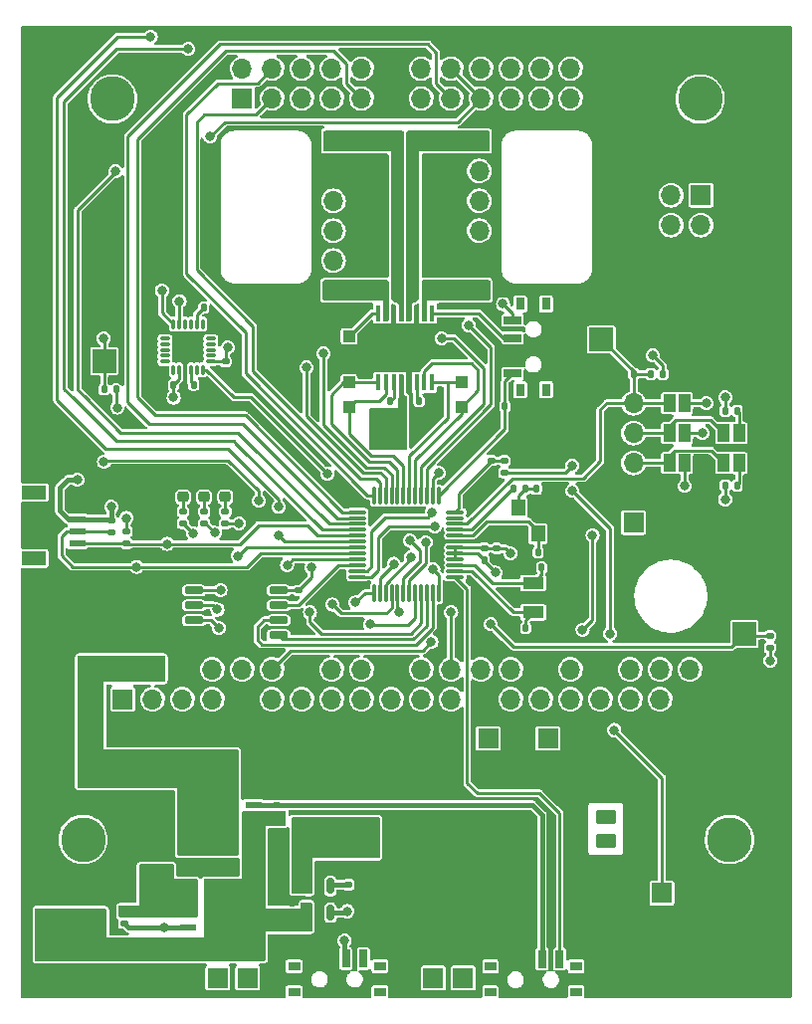
<source format=gtl>
%TF.GenerationSoftware,KiCad,Pcbnew,(6.0.0-0)*%
%TF.CreationDate,2022-06-02T03:35:03+02:00*%
%TF.ProjectId,Zumo_PiZero,5a756d6f-5f50-4695-9a65-726f2e6b6963,rev?*%
%TF.SameCoordinates,Original*%
%TF.FileFunction,Copper,L1,Top*%
%TF.FilePolarity,Positive*%
%FSLAX46Y46*%
G04 Gerber Fmt 4.6, Leading zero omitted, Abs format (unit mm)*
G04 Created by KiCad (PCBNEW (6.0.0-0)) date 2022-06-02 03:35:03*
%MOMM*%
%LPD*%
G01*
G04 APERTURE LIST*
G04 Aperture macros list*
%AMRoundRect*
0 Rectangle with rounded corners*
0 $1 Rounding radius*
0 $2 $3 $4 $5 $6 $7 $8 $9 X,Y pos of 4 corners*
0 Add a 4 corners polygon primitive as box body*
4,1,4,$2,$3,$4,$5,$6,$7,$8,$9,$2,$3,0*
0 Add four circle primitives for the rounded corners*
1,1,$1+$1,$2,$3*
1,1,$1+$1,$4,$5*
1,1,$1+$1,$6,$7*
1,1,$1+$1,$8,$9*
0 Add four rect primitives between the rounded corners*
20,1,$1+$1,$2,$3,$4,$5,0*
20,1,$1+$1,$4,$5,$6,$7,0*
20,1,$1+$1,$6,$7,$8,$9,0*
20,1,$1+$1,$8,$9,$2,$3,0*%
G04 Aperture macros list end*
%TA.AperFunction,SMDPad,CuDef*%
%ADD10RoundRect,0.150000X-0.650000X-0.150000X0.650000X-0.150000X0.650000X0.150000X-0.650000X0.150000X0*%
%TD*%
%TA.AperFunction,SMDPad,CuDef*%
%ADD11RoundRect,0.135000X-0.185000X0.135000X-0.185000X-0.135000X0.185000X-0.135000X0.185000X0.135000X0*%
%TD*%
%TA.AperFunction,ComponentPad*%
%ADD12R,1.700000X1.700000*%
%TD*%
%TA.AperFunction,ComponentPad*%
%ADD13RoundRect,0.250000X-0.625000X0.350000X-0.625000X-0.350000X0.625000X-0.350000X0.625000X0.350000X0*%
%TD*%
%TA.AperFunction,WasherPad*%
%ADD14C,3.800000*%
%TD*%
%TA.AperFunction,SMDPad,CuDef*%
%ADD15RoundRect,0.140000X-0.140000X-0.170000X0.140000X-0.170000X0.140000X0.170000X-0.140000X0.170000X0*%
%TD*%
%TA.AperFunction,SMDPad,CuDef*%
%ADD16RoundRect,0.135000X0.135000X0.185000X-0.135000X0.185000X-0.135000X-0.185000X0.135000X-0.185000X0*%
%TD*%
%TA.AperFunction,SMDPad,CuDef*%
%ADD17R,1.348740X0.599440*%
%TD*%
%TA.AperFunction,SMDPad,CuDef*%
%ADD18R,1.998980X1.198880*%
%TD*%
%TA.AperFunction,SMDPad,CuDef*%
%ADD19R,0.449999X1.400000*%
%TD*%
%TA.AperFunction,SMDPad,CuDef*%
%ADD20R,2.560000X2.460000*%
%TD*%
%TA.AperFunction,SMDPad,CuDef*%
%ADD21RoundRect,0.140000X0.170000X-0.140000X0.170000X0.140000X-0.170000X0.140000X-0.170000X-0.140000X0*%
%TD*%
%TA.AperFunction,SMDPad,CuDef*%
%ADD22RoundRect,0.140000X0.140000X0.170000X-0.140000X0.170000X-0.140000X-0.170000X0.140000X-0.170000X0*%
%TD*%
%TA.AperFunction,SMDPad,CuDef*%
%ADD23R,1.200000X1.400000*%
%TD*%
%TA.AperFunction,SMDPad,CuDef*%
%ADD24R,2.000000X2.000000*%
%TD*%
%TA.AperFunction,ComponentPad*%
%ADD25O,1.700000X1.700000*%
%TD*%
%TA.AperFunction,SMDPad,CuDef*%
%ADD26RoundRect,0.150000X0.150000X-0.512500X0.150000X0.512500X-0.150000X0.512500X-0.150000X-0.512500X0*%
%TD*%
%TA.AperFunction,SMDPad,CuDef*%
%ADD27R,1.420000X0.610000*%
%TD*%
%TA.AperFunction,SMDPad,CuDef*%
%ADD28R,3.910000X3.750000*%
%TD*%
%TA.AperFunction,SMDPad,CuDef*%
%ADD29RoundRect,0.250000X-0.250000X-0.475000X0.250000X-0.475000X0.250000X0.475000X-0.250000X0.475000X0*%
%TD*%
%TA.AperFunction,SMDPad,CuDef*%
%ADD30RoundRect,0.140000X-0.170000X0.140000X-0.170000X-0.140000X0.170000X-0.140000X0.170000X0.140000X0*%
%TD*%
%TA.AperFunction,SMDPad,CuDef*%
%ADD31R,1.000000X1.000000*%
%TD*%
%TA.AperFunction,SMDPad,CuDef*%
%ADD32R,1.000000X0.800000*%
%TD*%
%TA.AperFunction,SMDPad,CuDef*%
%ADD33R,0.700000X1.500000*%
%TD*%
%TA.AperFunction,SMDPad,CuDef*%
%ADD34RoundRect,0.135000X-0.135000X-0.185000X0.135000X-0.185000X0.135000X0.185000X-0.135000X0.185000X0*%
%TD*%
%TA.AperFunction,SMDPad,CuDef*%
%ADD35RoundRect,0.135000X0.185000X-0.135000X0.185000X0.135000X-0.185000X0.135000X-0.185000X-0.135000X0*%
%TD*%
%TA.AperFunction,SMDPad,CuDef*%
%ADD36RoundRect,0.218750X-0.256250X0.218750X-0.256250X-0.218750X0.256250X-0.218750X0.256250X0.218750X0*%
%TD*%
%TA.AperFunction,SMDPad,CuDef*%
%ADD37RoundRect,0.075000X0.662500X0.075000X-0.662500X0.075000X-0.662500X-0.075000X0.662500X-0.075000X0*%
%TD*%
%TA.AperFunction,SMDPad,CuDef*%
%ADD38RoundRect,0.075000X0.075000X0.662500X-0.075000X0.662500X-0.075000X-0.662500X0.075000X-0.662500X0*%
%TD*%
%TA.AperFunction,SMDPad,CuDef*%
%ADD39RoundRect,0.075000X-0.350000X-0.075000X0.350000X-0.075000X0.350000X0.075000X-0.350000X0.075000X0*%
%TD*%
%TA.AperFunction,SMDPad,CuDef*%
%ADD40RoundRect,0.075000X0.075000X-0.350000X0.075000X0.350000X-0.075000X0.350000X-0.075000X-0.350000X0*%
%TD*%
%TA.AperFunction,SMDPad,CuDef*%
%ADD41R,1.000000X1.500000*%
%TD*%
%TA.AperFunction,SMDPad,CuDef*%
%ADD42R,1.800000X1.000000*%
%TD*%
%TA.AperFunction,SMDPad,CuDef*%
%ADD43R,0.800000X1.000000*%
%TD*%
%TA.AperFunction,SMDPad,CuDef*%
%ADD44R,1.500000X0.700000*%
%TD*%
%TA.AperFunction,ViaPad*%
%ADD45C,0.800000*%
%TD*%
%TA.AperFunction,Conductor*%
%ADD46C,0.250000*%
%TD*%
%TA.AperFunction,Conductor*%
%ADD47C,0.400000*%
%TD*%
G04 APERTURE END LIST*
D10*
%TO.P,U6,1,~{CS}*%
%TO.N,/Controller MCU/SPI_~{SS}*%
X94922000Y-108213000D03*
%TO.P,U6,2,DO(IO1)*%
%TO.N,/Controller MCU/SPI_MISO*%
X94922000Y-109483000D03*
%TO.P,U6,3,IO2*%
%TO.N,/Controller MCU/FLASH_~{WP}*%
X94922000Y-110753000D03*
%TO.P,U6,4,GND*%
%TO.N,GND*%
X94922000Y-112023000D03*
%TO.P,U6,5,DI(IO0)*%
%TO.N,/Controller MCU/SPI_MOSI*%
X102122000Y-112023000D03*
%TO.P,U6,6,CLK*%
%TO.N,/Controller MCU/SPI_CLK*%
X102122000Y-110753000D03*
%TO.P,U6,7,IO3*%
%TO.N,/Controller MCU/FLASH_~{RST}*%
X102122000Y-109483000D03*
%TO.P,U6,8,VCC*%
%TO.N,+3V3*%
X102122000Y-108213000D03*
%TD*%
D11*
%TO.P,R1,1*%
%TO.N,VPP*%
X89000000Y-135500000D03*
%TO.P,R1,2*%
%TO.N,Net-(D1-Pad4)*%
X89000000Y-136520000D03*
%TD*%
%TO.P,R11,1*%
%TO.N,/Controller MCU/BATT_LEVEL*%
X121349000Y-97173000D03*
%TO.P,R11,2*%
%TO.N,+BATT*%
X121349000Y-98193000D03*
%TD*%
D12*
%TO.P,U1,1,GND*%
%TO.N,GND*%
X134750000Y-136495000D03*
%TO.P,U1,2,BATT+*%
%TO.N,+BATT*%
X134750000Y-133955000D03*
D13*
%TO.P,U1,3,BATT+*%
%TO.N,unconnected-(U1-Pad3)*%
X129950000Y-129495000D03*
%TO.P,U1,4,GND*%
%TO.N,unconnected-(U1-Pad4)*%
X129950000Y-127495000D03*
D12*
%TO.P,U1,5,GND*%
%TO.N,GND*%
X127580000Y-120795000D03*
%TO.P,U1,6,!PG*%
%TO.N,~{PG}*%
X125040000Y-120795000D03*
%TO.P,U1,7,GND*%
%TO.N,GND*%
X122500000Y-120795000D03*
%TO.P,U1,8,!CHG*%
%TO.N,~{CHG}*%
X119960000Y-120795000D03*
%TO.P,U1,9,GND*%
%TO.N,GND*%
X91300000Y-127293000D03*
%TO.P,U1,10,GND*%
X91300000Y-129833000D03*
%TO.P,U1,11,5.17V*%
%TO.N,VPP*%
X91300000Y-132373000D03*
%TO.P,U1,12,5.17V*%
X91300000Y-134913000D03*
%TO.P,U1,13,V_{CC}*%
%TO.N,unconnected-(U1-Pad13)*%
X96960000Y-141195000D03*
%TO.P,U1,14,EN*%
%TO.N,unconnected-(U1-Pad14)*%
X99500000Y-141195000D03*
%TO.P,U1,15,GND*%
%TO.N,unconnected-(U1-Pad15)*%
X115300000Y-141195000D03*
%TO.P,U1,16,VBUS*%
%TO.N,unconnected-(U1-Pad16)*%
X117840000Y-141195000D03*
%TD*%
D14*
%TO.P,H1,*%
%TO.N,*%
X88000000Y-66400000D03*
%TD*%
%TO.P,H3,*%
%TO.N,*%
X140500000Y-129400000D03*
%TD*%
D11*
%TO.P,R7,1*%
%TO.N,/Controller MCU/BUTTON_1*%
X143957000Y-112049000D03*
%TO.P,R7,2*%
%TO.N,+3V3*%
X143957000Y-113069000D03*
%TD*%
D14*
%TO.P,H2,*%
%TO.N,*%
X138000000Y-66400000D03*
%TD*%
D15*
%TO.P,C5,1*%
%TO.N,/Controller MCU/OSC32_IN*%
X123163993Y-111403940D03*
%TO.P,C5,2*%
%TO.N,GND*%
X124123993Y-111403940D03*
%TD*%
%TO.P,C18,1*%
%TO.N,Net-(C18-Pad1)*%
X114080000Y-92104999D03*
%TO.P,C18,2*%
%TO.N,GND*%
X115040000Y-92104999D03*
%TD*%
D16*
%TO.P,R6,1*%
%TO.N,Net-(JP2-Pad2)*%
X141160000Y-92919000D03*
%TO.P,R6,2*%
%TO.N,+3V3*%
X140140000Y-92919000D03*
%TD*%
D17*
%TO.P,J4,1,Pin_1*%
%TO.N,GND*%
X85013285Y-101185400D03*
%TO.P,J4,2,Pin_2*%
%TO.N,+3V3*%
X85013285Y-102186160D03*
%TO.P,J4,3,Pin_3*%
%TO.N,SDA*%
X85013285Y-103181840D03*
%TO.P,J4,4,Pin_4*%
%TO.N,SCL*%
X85013285Y-104182600D03*
D18*
%TO.P,J4,GND*%
%TO.N,N/C*%
X81340445Y-105483080D03*
X81340445Y-99884920D03*
%TD*%
D19*
%TO.P,U7,1,SLEEP_N*%
%TO.N,Net-(SW6-Pad2)*%
X115174999Y-84625001D03*
%TO.P,U7,2,AOUT1*%
%TO.N,/Controller MCU/RIGHT_MOTOR_A*%
X114524998Y-84625001D03*
%TO.P,U7,3,AISEN*%
%TO.N,GND*%
X113874999Y-84625001D03*
%TO.P,U7,4,AOUT2*%
%TO.N,/Controller MCU/RIGHT_MOTOR_B*%
X113224998Y-84625001D03*
%TO.P,U7,5,BOUT2*%
%TO.N,/Controller MCU/LEFT_MOTOR_A*%
X112574999Y-84625001D03*
%TO.P,U7,6,BISEN*%
%TO.N,GND*%
X111924998Y-84625001D03*
%TO.P,U7,7,BOUT1*%
%TO.N,/Controller MCU/LEFT_MOTOR_B*%
X111274999Y-84625001D03*
%TO.P,U7,8,FAULT_N*%
%TO.N,Net-(TP5-Pad1)*%
X110624998Y-84625001D03*
%TO.P,U7,9,BIN1*%
%TO.N,/Controller MCU/LEFT_MOTOR_SPEED*%
X110624998Y-90525002D03*
%TO.P,U7,10,BIN2*%
%TO.N,/Controller MCU/LEFT_MOTOR_DIRECTION*%
X111274999Y-90525002D03*
%TO.P,U7,11,VCP*%
%TO.N,Net-(C19-Pad1)*%
X111924998Y-90525002D03*
%TO.P,U7,12,VM*%
%TO.N,VDC*%
X112574999Y-90525002D03*
%TO.P,U7,13,GND*%
%TO.N,GND*%
X113224998Y-90525002D03*
%TO.P,U7,14,VINT*%
%TO.N,Net-(C18-Pad1)*%
X113874999Y-90525002D03*
%TO.P,U7,15,AIN2*%
%TO.N,/Controller MCU/RIGHT_MOTOR_SPEED*%
X114524998Y-90525002D03*
%TO.P,U7,16,AIN1*%
%TO.N,/Controller MCU/RIGHT_MOTOR_DIRECTION*%
X115174999Y-90525002D03*
D20*
%TO.P,U7,17,PPAD*%
%TO.N,GND*%
X112900000Y-87575000D03*
%TD*%
D21*
%TO.P,C16,1*%
%TO.N,+3V3*%
X103822000Y-108206000D03*
%TO.P,C16,2*%
%TO.N,GND*%
X103822000Y-107246000D03*
%TD*%
%TO.P,C1,1*%
%TO.N,VDC*%
X103250000Y-135750000D03*
%TO.P,C1,2*%
%TO.N,GND*%
X103250000Y-134790000D03*
%TD*%
D11*
%TO.P,R15,1*%
%TO.N,Net-(D4-Pad2)*%
X95800000Y-101490000D03*
%TO.P,R15,2*%
%TO.N,/Controller MCU/GREEN_LED*%
X95800000Y-102510000D03*
%TD*%
D22*
%TO.P,C12,1*%
%TO.N,+3V3*%
X93175000Y-90747000D03*
%TO.P,C12,2*%
%TO.N,GND*%
X92215000Y-90747000D03*
%TD*%
D23*
%TO.P,Y1,1,1*%
%TO.N,/Controller MCU/OSC_IN*%
X124205521Y-103376790D03*
%TO.P,Y1,2,2*%
%TO.N,GND*%
X124205521Y-101176790D03*
%TO.P,Y1,3,3*%
%TO.N,Net-(C7-Pad1)*%
X122505521Y-101176790D03*
%TO.P,Y1,4,4*%
%TO.N,GND*%
X122505521Y-103376790D03*
%TD*%
D24*
%TO.P,SW3,1,1*%
%TO.N,/Controller MCU/MCU_~{RST}*%
X129603000Y-86855000D03*
%TO.P,SW3,2,2*%
%TO.N,GND*%
X137603000Y-86855000D03*
%TD*%
D11*
%TO.P,R14,1*%
%TO.N,Net-(D3-Pad2)*%
X94000000Y-101490000D03*
%TO.P,R14,2*%
%TO.N,/Controller MCU/RED_LED*%
X94000000Y-102510000D03*
%TD*%
D22*
%TO.P,C9,1*%
%TO.N,/Controller MCU/OSC32_OUT*%
X124513608Y-106254082D03*
%TO.P,C9,2*%
%TO.N,GND*%
X123553608Y-106254082D03*
%TD*%
D12*
%TO.P,J5,1,Pin_1*%
%TO.N,/Controller MCU/LEFT_MOTOR_A*%
X106801000Y-69983000D03*
D25*
%TO.P,J5,2,Pin_2*%
%TO.N,GND*%
X106801000Y-72523000D03*
%TO.P,J5,3,Pin_3*%
%TO.N,/Controller MCU/LEFT_ENCODER_A*%
X106801000Y-75063000D03*
%TO.P,J5,4,Pin_4*%
%TO.N,/Controller MCU/LEFT_ENCODER_B*%
X106801000Y-77603000D03*
%TO.P,J5,5,Pin_5*%
%TO.N,+3V3*%
X106801000Y-80143000D03*
%TO.P,J5,6,Pin_6*%
%TO.N,/Controller MCU/LEFT_MOTOR_B*%
X106801000Y-82683000D03*
%TD*%
D26*
%TO.P,U2,1,IN*%
%TO.N,VDC*%
X104650000Y-135637500D03*
%TO.P,U2,2,GND*%
%TO.N,GND*%
X105600000Y-135637500D03*
%TO.P,U2,3,EN*%
%TO.N,VDC*%
X106550000Y-135637500D03*
%TO.P,U2,4,NR*%
%TO.N,Net-(C2-Pad1)*%
X106550000Y-133362500D03*
%TO.P,U2,5,OUT*%
%TO.N,+3V3*%
X104650000Y-133362500D03*
%TD*%
D27*
%TO.P,D1,1,S1*%
%TO.N,VPP*%
X94470000Y-133095000D03*
%TO.P,D1,2,S2*%
X94470000Y-134365000D03*
%TO.P,D1,3,S3*%
X94470000Y-135635000D03*
%TO.P,D1,4,G*%
%TO.N,Net-(D1-Pad4)*%
X94470000Y-136905000D03*
%TO.P,D1,5,D5*%
%TO.N,VDC*%
X99960000Y-136905000D03*
%TO.P,D1,6,D6*%
X99960000Y-135630000D03*
%TO.P,D1,7,D7*%
X99960000Y-134365000D03*
%TO.P,D1,8,D8*%
X99960000Y-133095000D03*
D28*
%TO.P,D1,9,D9*%
X97875000Y-135000000D03*
%TD*%
D29*
%TO.P,C17,1*%
%TO.N,VDC*%
X112500000Y-93641999D03*
%TO.P,C17,2*%
%TO.N,GND*%
X114400000Y-93641999D03*
%TD*%
D12*
%TO.P,J6,1,Pin_1*%
%TO.N,/Controller MCU/RIGHT_MOTOR_B*%
X119199000Y-69983000D03*
D25*
%TO.P,J6,2,Pin_2*%
%TO.N,+3V3*%
X119199000Y-72523000D03*
%TO.P,J6,3,Pin_3*%
%TO.N,/Controller MCU/RIGHT_ENCODER_A*%
X119199000Y-75063000D03*
%TO.P,J6,4,Pin_4*%
%TO.N,/Controller MCU/RIGHT_ENCODER_B*%
X119199000Y-77603000D03*
%TO.P,J6,5,Pin_5*%
%TO.N,GND*%
X119199000Y-80143000D03*
%TO.P,J6,6,Pin_6*%
%TO.N,/Controller MCU/RIGHT_MOTOR_A*%
X119199000Y-82683000D03*
%TD*%
D30*
%TO.P,C13,1*%
%TO.N,+3V3*%
X97608000Y-88738000D03*
%TO.P,C13,2*%
%TO.N,GND*%
X97608000Y-89698000D03*
%TD*%
D15*
%TO.P,C7,1*%
%TO.N,Net-(C7-Pad1)*%
X124057097Y-99570692D03*
%TO.P,C7,2*%
%TO.N,GND*%
X125017097Y-99570692D03*
%TD*%
D31*
%TO.P,TP3,1,1*%
%TO.N,/Controller MCU/RIGHT_MOTOR_DIRECTION*%
X117675000Y-90525000D03*
%TD*%
D15*
%TO.P,C19,1*%
%TO.N,Net-(C19-Pad1)*%
X111629000Y-92110999D03*
%TO.P,C19,2*%
%TO.N,VDC*%
X112589000Y-92110999D03*
%TD*%
D32*
%TO.P,SW2,*%
%TO.N,*%
X127450000Y-142430000D03*
X120150000Y-142430000D03*
X120150000Y-140220000D03*
X127450000Y-140220000D03*
D33*
%TO.P,SW2,1,A*%
%TO.N,GND*%
X121550000Y-139570000D03*
%TO.P,SW2,2,B*%
%TO.N,Net-(D2-Pad4)*%
X124550000Y-139570000D03*
%TO.P,SW2,3,C*%
%TO.N,Pi_Power*%
X126050000Y-139570000D03*
%TD*%
D34*
%TO.P,R13,1*%
%TO.N,/Controller MCU/MOTOR_~{SLEEP}*%
X121380000Y-92550000D03*
%TO.P,R13,2*%
%TO.N,GND*%
X122400000Y-92550000D03*
%TD*%
D24*
%TO.P,SW4,1,1*%
%TO.N,/Controller MCU/BUTTON_1*%
X141756000Y-111913000D03*
%TO.P,SW4,2,2*%
%TO.N,GND*%
X141756000Y-103913000D03*
%TD*%
D22*
%TO.P,C4,1*%
%TO.N,/Controller MCU/MCU_~{RST}*%
X132333000Y-89784000D03*
%TO.P,C4,2*%
%TO.N,GND*%
X131373000Y-89784000D03*
%TD*%
D35*
%TO.P,R2,1*%
%TO.N,VDC*%
X102000000Y-127510000D03*
%TO.P,R2,2*%
%TO.N,Net-(D2-Pad4)*%
X102000000Y-126490000D03*
%TD*%
D16*
%TO.P,R5,1*%
%TO.N,Net-(JP1-Pad2)*%
X141160000Y-99269000D03*
%TO.P,R5,2*%
%TO.N,+3V3*%
X140140000Y-99269000D03*
%TD*%
D22*
%TO.P,C6,1*%
%TO.N,/Controller MCU/OSC_IN*%
X124206000Y-104967000D03*
%TO.P,C6,2*%
%TO.N,GND*%
X123246000Y-104967000D03*
%TD*%
D36*
%TO.P,D5,1,K*%
%TO.N,GND*%
X97600000Y-98675000D03*
%TO.P,D5,2,A*%
%TO.N,Net-(D5-Pad2)*%
X97600000Y-100250000D03*
%TD*%
D37*
%TO.P,U5,1,PC_{13}*%
%TO.N,Pi_Power*%
X117162500Y-107050000D03*
%TO.P,U5,2,PC14RCC_OSC32_IN*%
%TO.N,/Controller MCU/OSC32_IN*%
X117162500Y-106550000D03*
%TO.P,U5,3,PC15RCC_OSC32_OUT*%
%TO.N,/Controller MCU/OSC32_OUT*%
X117162500Y-106050000D03*
%TO.P,U5,4,VBAT*%
%TO.N,+3V3*%
X117162500Y-105550000D03*
%TO.P,U5,5,VREF+*%
X117162500Y-105050000D03*
%TO.P,U5,6,VDD/VDDA*%
X117162500Y-104550000D03*
%TO.P,U5,7,VSS/VSSA*%
%TO.N,GND*%
X117162500Y-104050000D03*
%TO.P,U5,8,RCC_OSC_IN*%
%TO.N,/Controller MCU/OSC_IN*%
X117162500Y-103550000D03*
%TO.P,U5,9,RCC_OSC_OUT*%
%TO.N,/Controller MCU/OSC_OUT*%
X117162500Y-103050000D03*
%TO.P,U5,10,~{RST}*%
%TO.N,/Controller MCU/MCU_~{RST}*%
X117162500Y-102550000D03*
%TO.P,U5,11,PA_{0}*%
%TO.N,unconnected-(U5-Pad11)*%
X117162500Y-102050000D03*
%TO.P,U5,12,PA_{1}*%
%TO.N,/Controller MCU/BATT_LEVEL*%
X117162500Y-101550000D03*
D38*
%TO.P,U5,13,PA_{2}*%
%TO.N,/Controller MCU/MOTOR_~{SLEEP}*%
X115750000Y-100137500D03*
%TO.P,U5,14,PA_{3}*%
%TO.N,/Controller MCU/MPU6050_INT*%
X115250000Y-100137500D03*
%TO.P,U5,15,PA_{4}*%
%TO.N,/Controller MCU/RIGHT_ENCODER_B*%
X114750000Y-100137500D03*
%TO.P,U5,16,PA_{5}*%
%TO.N,/Controller MCU/RIGHT_ENCODER_A*%
X114250000Y-100137500D03*
%TO.P,U5,17,PA_{6}*%
%TO.N,/Controller MCU/RIGHT_MOTOR_SPEED*%
X113750000Y-100137500D03*
%TO.P,U5,18,PA_{7}*%
%TO.N,/Controller MCU/RIGHT_MOTOR_DIRECTION*%
X113250000Y-100137500D03*
%TO.P,U5,19,PB_{0}*%
%TO.N,/Controller MCU/LEFT_MOTOR_DIRECTION*%
X112750000Y-100137500D03*
%TO.P,U5,20,PB_{1}*%
%TO.N,/Controller MCU/LEFT_MOTOR_SPEED*%
X112250000Y-100137500D03*
%TO.P,U5,21,PB_{2}*%
%TO.N,/Controller MCU/LEFT_ENCODER_A*%
X111750000Y-100137500D03*
%TO.P,U5,22,PB_{10}*%
%TO.N,/Controller MCU/LEFT_ENCODER_B*%
X111250000Y-100137500D03*
%TO.P,U5,23,PB_{11}*%
%TO.N,/Controller MCU/ZSA_0*%
X110750000Y-100137500D03*
%TO.P,U5,24,PB_{12}*%
%TO.N,/Controller MCU/ZSA_1*%
X110250000Y-100137500D03*
D37*
%TO.P,U5,25,PB_{13}*%
%TO.N,/Controller MCU/ZSA_2*%
X108837500Y-101550000D03*
%TO.P,U5,26,PB_{14}*%
%TO.N,/Controller MCU/ZSA_5*%
X108837500Y-102050000D03*
%TO.P,U5,27,PB_{15}*%
%TO.N,/Controller MCU/ZSA_LED*%
X108837500Y-102550000D03*
%TO.P,U5,28,PA_{8}*%
%TO.N,/Controller MCU/ZSA_4*%
X108837500Y-103050000D03*
%TO.P,U5,29,PA_{9}*%
%TO.N,SCL*%
X108837500Y-103550000D03*
%TO.P,U5,30,PC_{6}*%
%TO.N,/Controller MCU/ZSA_3*%
X108837500Y-104050000D03*
%TO.P,U5,31,PC_{7}*%
%TO.N,/Controller MCU/BLUE_LED*%
X108837500Y-104550000D03*
%TO.P,U5,32,PA_{10}*%
%TO.N,SDA*%
X108837500Y-105050000D03*
%TO.P,U5,33,PA_{11}*%
%TO.N,/Controller MCU/GREEN_LED*%
X108837500Y-105550000D03*
%TO.P,U5,34,PA_{12}*%
%TO.N,/Controller MCU/FLASH_~{RST}*%
X108837500Y-106050000D03*
%TO.P,U5,35,PA_{13}*%
%TO.N,/Controller MCU/MCU_SWDIO*%
X108837500Y-106550000D03*
%TO.P,U5,36,PA_{14}*%
%TO.N,/Controller MCU/MCU_SWCLK*%
X108837500Y-107050000D03*
D38*
%TO.P,U5,37,PA_{15}*%
%TO.N,RPI_POWER_STATUS*%
X110250000Y-108462500D03*
%TO.P,U5,38,PD_{0}*%
%TO.N,/Controller MCU/BUTTON_2*%
X110750000Y-108462500D03*
%TO.P,U5,39,PD_{1}*%
%TO.N,/Controller MCU/RED_LED*%
X111250000Y-108462500D03*
%TO.P,U5,40,PD_{2}*%
%TO.N,/Controller MCU/FLASH_~{WP}*%
X111750000Y-108462500D03*
%TO.P,U5,41,PD_{3}*%
%TO.N,RPI_POWER_DOWN*%
X112250000Y-108462500D03*
%TO.P,U5,42,PB_{3}*%
%TO.N,/Controller MCU/SERVO1*%
X112750000Y-108462500D03*
%TO.P,U5,43,PB_{4}*%
%TO.N,/Controller MCU/SERVO2*%
X113250000Y-108462500D03*
%TO.P,U5,44,PB_{5}*%
%TO.N,/Controller MCU/BUTTON_1*%
X113750000Y-108462500D03*
%TO.P,U5,45,PB_{6}*%
%TO.N,/Controller MCU/SPI_MISO*%
X114250000Y-108462500D03*
%TO.P,U5,46,PB_{7}*%
%TO.N,/Controller MCU/SPI_MOSI*%
X114750000Y-108462500D03*
%TO.P,U5,47,PB_{8}*%
%TO.N,/Controller MCU/SPI_CLK*%
X115250000Y-108462500D03*
%TO.P,U5,48,PB_{9}*%
%TO.N,/Controller MCU/SPI_~{SS}*%
X115750000Y-108462500D03*
%TD*%
D34*
%TO.P,R8,1*%
%TO.N,/Controller MCU/BUTTON_2*%
X87280000Y-91100000D03*
%TO.P,R8,2*%
%TO.N,+3V3*%
X88300000Y-91100000D03*
%TD*%
D35*
%TO.P,R12,1*%
%TO.N,GND*%
X120247000Y-98182000D03*
%TO.P,R12,2*%
%TO.N,/Controller MCU/BATT_LEVEL*%
X120247000Y-97162000D03*
%TD*%
D39*
%TO.P,U4,1,CLKIN*%
%TO.N,GND*%
X92466000Y-86244000D03*
%TO.P,U4,2*%
%TO.N,N/C*%
X92466000Y-86744000D03*
%TO.P,U4,3*%
X92466000Y-87244000D03*
%TO.P,U4,4*%
X92466000Y-87744000D03*
%TO.P,U4,5*%
X92466000Y-88244000D03*
%TO.P,U4,6,AUX_SDA*%
%TO.N,unconnected-(U4-Pad6)*%
X92466000Y-88744000D03*
D40*
%TO.P,U4,7,AUX_SCL*%
%TO.N,unconnected-(U4-Pad7)*%
X93166000Y-89444000D03*
%TO.P,U4,8,VDDIO*%
%TO.N,+3V3*%
X93666000Y-89444000D03*
%TO.P,U4,9,AD0*%
%TO.N,GND*%
X94166000Y-89444000D03*
%TO.P,U4,10,REGOUT*%
%TO.N,Net-(C14-Pad1)*%
X94666000Y-89444000D03*
%TO.P,U4,11,FSYNC*%
%TO.N,unconnected-(U4-Pad11)*%
X95166000Y-89444000D03*
%TO.P,U4,12,INT*%
%TO.N,/Controller MCU/MPU6050_INT*%
X95666000Y-89444000D03*
D39*
%TO.P,U4,13,VDD*%
%TO.N,+3V3*%
X96366000Y-88744000D03*
%TO.P,U4,14*%
%TO.N,N/C*%
X96366000Y-88244000D03*
%TO.P,U4,15*%
X96366000Y-87744000D03*
%TO.P,U4,16*%
X96366000Y-87244000D03*
%TO.P,U4,17*%
X96366000Y-86744000D03*
%TO.P,U4,18,GND*%
%TO.N,GND*%
X96366000Y-86244000D03*
D40*
%TO.P,U4,19*%
%TO.N,N/C*%
X95666000Y-85544000D03*
%TO.P,U4,20,CPOUT*%
%TO.N,Net-(C15-Pad1)*%
X95166000Y-85544000D03*
%TO.P,U4,21*%
%TO.N,N/C*%
X94666000Y-85544000D03*
%TO.P,U4,22*%
X94166000Y-85544000D03*
%TO.P,U4,23,SCL*%
%TO.N,SCL*%
X93666000Y-85544000D03*
%TO.P,U4,24,SDA*%
%TO.N,SDA*%
X93166000Y-85544000D03*
%TD*%
D12*
%TO.P,J2,1,Pin_1*%
%TO.N,/Controller MCU/SERVO1*%
X138065000Y-74583000D03*
D25*
%TO.P,J2,2,Pin_2*%
%TO.N,/Controller MCU/SERVO2*%
X138065000Y-77123000D03*
%TO.P,J2,3,Pin_3*%
%TO.N,VDC*%
X135525000Y-74583000D03*
%TO.P,J2,4,Pin_4*%
X135525000Y-77123000D03*
%TO.P,J2,5,Pin_5*%
%TO.N,GND*%
X132985000Y-74583000D03*
%TO.P,J2,6,Pin_6*%
X132985000Y-77123000D03*
%TD*%
D22*
%TO.P,C15,1*%
%TO.N,Net-(C15-Pad1)*%
X95750000Y-84150000D03*
%TO.P,C15,2*%
%TO.N,GND*%
X94790000Y-84150000D03*
%TD*%
D32*
%TO.P,SW1,*%
%TO.N,*%
X110750000Y-142400000D03*
X103450000Y-140190000D03*
X110750000Y-140190000D03*
X103450000Y-142400000D03*
D33*
%TO.P,SW1,1,A*%
%TO.N,GND*%
X104850000Y-139540000D03*
%TO.P,SW1,2,B*%
%TO.N,Net-(D1-Pad4)*%
X107850000Y-139540000D03*
%TO.P,SW1,3,C*%
%TO.N,unconnected-(SW1-Pad3)*%
X109350000Y-139540000D03*
%TD*%
D41*
%TO.P,JP5,1,A*%
%TO.N,~{RST}*%
X136685000Y-92284000D03*
%TO.P,JP5,2,B*%
%TO.N,/Controller MCU/MCU_~{RST}*%
X135385000Y-92284000D03*
%TD*%
%TO.P,JP1,1,A*%
%TO.N,/Controller MCU/MCU_SWCLK*%
X140000000Y-97364000D03*
%TO.P,JP1,2,B*%
%TO.N,Net-(JP1-Pad2)*%
X141300000Y-97364000D03*
%TD*%
D21*
%TO.P,C8,1*%
%TO.N,+3V3*%
X120682500Y-104630000D03*
%TO.P,C8,2*%
%TO.N,GND*%
X120682500Y-103670000D03*
%TD*%
D14*
%TO.P,H4,*%
%TO.N,*%
X85500000Y-129400000D03*
%TD*%
D12*
%TO.P,U3,1,3v3_Power*%
%TO.N,unconnected-(U3-Pad1)*%
X88870000Y-117474000D03*
D25*
%TO.P,U3,2,5V_Power*%
%TO.N,+5V*%
X88870000Y-114934000D03*
%TO.P,U3,3,GPIO2_WIRING8(I2C1_SDA/SMI_SA3/DPI_VSYNC/AVEOUT_VSYNC/AVEIN_VSYNC)*%
%TO.N,SDA*%
X91410000Y-117474000D03*
%TO.P,U3,4,5V_Power*%
%TO.N,+5V*%
X91410000Y-114934000D03*
%TO.P,U3,5,GPIO3_WIRING9(I2C1_SCL/SMI_SA2/DPI_HSYNC/AVEOUT_HSYNC/AVEIN_HSYNC)*%
%TO.N,SCL*%
X93950000Y-117474000D03*
%TO.P,U3,6,Ground*%
%TO.N,GND*%
X93950000Y-114934000D03*
%TO.P,U3,7,GPIO4_WIRING7(GPCLK0/SMI_SA1/DPI_D0/AVEOUT_VID0/AVEIN_VID0/JTAG_TDI)*%
%TO.N,unconnected-(U3-Pad7)*%
X96490000Y-117474000D03*
%TO.P,U3,8,(UART1_TXD/AVEIN_VID10/AVEOUT_VID10/DSI_D10/SMI_SD6/UART0_TXD)WIRING15_GPIO14*%
%TO.N,unconnected-(U3-Pad8)*%
X96490000Y-114934000D03*
%TO.P,U3,9,Ground*%
%TO.N,GND*%
X99030000Y-117474000D03*
%TO.P,U3,10,(UART1_RXD/AVEIN_VID11/AVEOUT_VID11/DPI_D11/SMI_SD7/UART0_RXD)WIRING16_GPIO15*%
%TO.N,unconnected-(U3-Pad10)*%
X99030000Y-114934000D03*
%TO.P,U3,11,GPIO17_WIRING0(FL1/SMI_SD9/DPI_D13/UART0_RTS/SPI1_CE1/UART1_RTS)*%
%TO.N,unconnected-(U3-Pad11)*%
X101570000Y-117474000D03*
%TO.P,U3,12,(PWM0/SPI1_CE0/I2CSCL_SDA_/MOSI/DPI_D14/SMI_SD10/PCM_CLK)WIRING1_GPIO18*%
%TO.N,~{RST}*%
X101570000Y-114934000D03*
%TO.P,U3,13,GPIO27_WIRING27(SD0_DAT3/TE1/DPI_D23/SD1_DAT3/JTAG_TMS)*%
%TO.N,unconnected-(U3-Pad13)*%
X104110000Y-117474000D03*
%TO.P,U3,14,Ground*%
%TO.N,GND*%
X104110000Y-114934000D03*
%TO.P,U3,15,GPIO22_WIRING3(SD0_CLK/SMI_SD14/DPI_D18/SD1_CLK/JTAG_TRST)*%
%TO.N,unconnected-(U3-Pad15)*%
X106650000Y-117474000D03*
%TO.P,U3,16,JTAG_RTCK/SD1_CMD/DPI_D19/SMI_SD15/SD0_CMD)WIRING4_GPIO23*%
%TO.N,RPI_POWER_STATUS*%
X106650000Y-114934000D03*
%TO.P,U3,17,3v3_Power*%
%TO.N,unconnected-(U3-Pad17)*%
X109190000Y-117474000D03*
%TO.P,U3,18,(JTAG_TDO/SD1_DAT0/DPI_D20/SMI_SD16/SD0_DAT0)WIRING5_GPIO24*%
%TO.N,SWDIO*%
X109190000Y-114934000D03*
%TO.P,U3,19,GPIO10_WIRING12(SPI0_MOSI/SMI_SD2/DPI_D6/AVEOUT_VID6/AVEIN_VID6)*%
%TO.N,unconnected-(U3-Pad19)*%
X111730000Y-117474000D03*
%TO.P,U3,20,Ground*%
%TO.N,GND*%
X111730000Y-114934000D03*
%TO.P,U3,21,GPIO9_WIRING13(SPI0_MISO/SMI_SD1/DPI_D5/AVEOUT_VID5/AVEIN_VID5)*%
%TO.N,unconnected-(U3-Pad21)*%
X114270000Y-117474000D03*
%TO.P,U3,22,(JTAG_TCK/SD1_DAT1/DPI_D21/SMI_SD17/SD0_DAT1)WIRING6_GPIO25*%
%TO.N,SWCLK*%
X114270000Y-114934000D03*
%TO.P,U3,23,GPIO11_WIRING14(SPI0_SCLK/SMI_SD3/DPI_D7/AVEOUT_VID7/AVEIN_VID7)*%
%TO.N,unconnected-(U3-Pad23)*%
X116810000Y-117474000D03*
%TO.P,U3,24,(AVEIN_VID4/AVEOUT_VID4/DPI_D4/SMI_SD0/SPI0_CE0)WIRING10_GPIO8*%
%TO.N,RPI_POWER_DOWN*%
X116810000Y-114934000D03*
%TO.P,U3,25,Ground*%
%TO.N,GND*%
X119350000Y-117474000D03*
%TO.P,U3,26,(AVEIN_VID3/AVEOUT_VID3/DPI_D3/SMI_SWE_N_/SRW_N/SPI0_CE1)WIRNG11_GPIO7*%
%TO.N,unconnected-(U3-Pad26)*%
X119350000Y-114934000D03*
%TO.P,U3,27,GPIO0_WIRING30(I2C0_SDA/SMI_SA5/DPI_CLK/AVEOUT_VCLK/AVEIN_VCLK)*%
%TO.N,unconnected-(U3-Pad27)*%
X121890000Y-117474000D03*
%TO.P,U3,28,(AVEIN_DSYNC/AVEOUT_DSYNC/DPI_DEN/SMI_SA4/I2C0_SCL)WIRING31_GPIO1*%
%TO.N,unconnected-(U3-Pad28)*%
X121890000Y-114934000D03*
%TO.P,U3,29,GPIO5_WIRING21(GPCLK1/SMI_SA0/DPI_D1/AVEOUT_VID1/AVEIN_VID1/JTAG_TDO)*%
%TO.N,unconnected-(U3-Pad29)*%
X124430000Y-117474000D03*
%TO.P,U3,30,Ground*%
%TO.N,GND*%
X124430000Y-114934000D03*
%TO.P,U3,31,GPIO6_WIRING22(GPCLK2/SMI_SOE_N/SE/DPI_D2/AVEOUT_VID2/AVEIN_VID2/JTAG_RTCK)*%
%TO.N,unconnected-(U3-Pad31)*%
X126970000Y-117474000D03*
%TO.P,U3,32,(JTAG_TMS/AVEIN_VID8/AVEOUT_VID8/DPI_D8/SMI_SD4/PWM0)WIRING26_GPIO12*%
%TO.N,unconnected-(U3-Pad32)*%
X126970000Y-114934000D03*
%TO.P,U3,33,GPIO13_WIRING23(PWM1/SMI_SD5/DPI_D9/AVEOUT_VID9/AVEIN_VID9/JTAG_TCK)*%
%TO.N,unconnected-(U3-Pad33)*%
X129510000Y-117474000D03*
%TO.P,U3,34,Ground*%
%TO.N,GND*%
X129510000Y-114934000D03*
%TO.P,U3,35,GPIO19_WIRING24(PCM_FS/SMI_SD11/DPI_D15/I2CSL_SCL_/SCLK/SPI1_MISO/PWM1)*%
%TO.N,unconnected-(U3-Pad35)*%
X132050000Y-117474000D03*
%TO.P,U3,36,(UART1_CTS/SPI1_CE2/UART0_CTS/DPI_D12/SMI_SD8/FL0)WIRING27_GPIO16*%
%TO.N,unconnected-(U3-Pad36)*%
X132050000Y-114934000D03*
%TO.P,U3,37,GPIO26_WIRING25(SD0_DAT2/TE0/DPI_D22/SD1_DAT2/JTAG_TDI)*%
%TO.N,unconnected-(U3-Pad37)*%
X134590000Y-117474000D03*
%TO.P,U3,38,(GPCLK0/SPI1_MOSI/I2CSL_MISO/DPI_D16/SMI_SD12/PCM_DIN)WIRING28_GPIO20*%
%TO.N,unconnected-(U3-Pad38)*%
X134590000Y-114934000D03*
%TO.P,U3,39,Ground*%
%TO.N,GND*%
X137130000Y-117474000D03*
%TO.P,U3,40,(GPCLK1/SPI1_SCLK/I2CSL_CE/DPI_D17/SMI_SD13/PCM_DOUT)WIRING29_GPIO21*%
%TO.N,unconnected-(U3-Pad40)*%
X137130000Y-114934000D03*
%TD*%
D30*
%TO.P,C2,1*%
%TO.N,Net-(C2-Pad1)*%
X108100000Y-133250000D03*
%TO.P,C2,2*%
%TO.N,GND*%
X108100000Y-134210000D03*
%TD*%
D27*
%TO.P,D2,1,S1*%
%TO.N,VDC*%
X99994500Y-130300036D03*
%TO.P,D2,2,S2*%
X99994500Y-129030036D03*
%TO.P,D2,3,S3*%
X99994500Y-127760036D03*
%TO.P,D2,4,G*%
%TO.N,Net-(D2-Pad4)*%
X99994500Y-126490036D03*
%TO.P,D2,5,D5*%
%TO.N,+5V*%
X94504500Y-126490036D03*
%TO.P,D2,6,D6*%
X94504500Y-127765036D03*
%TO.P,D2,7,D7*%
X94504500Y-129030036D03*
%TO.P,D2,8,D8*%
X94504500Y-130300036D03*
D28*
%TO.P,D2,9,D9*%
X96589500Y-128395036D03*
%TD*%
D42*
%TO.P,Y2,1,1*%
%TO.N,/Controller MCU/OSC32_IN*%
X123784000Y-110073000D03*
%TO.P,Y2,2,2*%
%TO.N,/Controller MCU/OSC32_OUT*%
X123784000Y-107573000D03*
%TD*%
D41*
%TO.P,JP4,1,A*%
%TO.N,SWDIO*%
X136685000Y-94824000D03*
%TO.P,JP4,2,B*%
%TO.N,/Controller MCU/MCU_SWDIO*%
X135385000Y-94824000D03*
%TD*%
D12*
%TO.P,J3,1,Pin_1*%
%TO.N,+3V3*%
X132333000Y-102444000D03*
D25*
%TO.P,J3,2,Pin_2*%
%TO.N,GND*%
X132333000Y-99904000D03*
%TO.P,J3,3,Pin_3*%
%TO.N,/Controller MCU/MCU_SWCLK*%
X132333000Y-97364000D03*
%TO.P,J3,4,Pin_4*%
%TO.N,/Controller MCU/MCU_SWDIO*%
X132333000Y-94824000D03*
%TO.P,J3,5,Pin_5*%
%TO.N,/Controller MCU/MCU_~{RST}*%
X132333000Y-92284000D03*
%TD*%
D11*
%TO.P,R9,1*%
%TO.N,+3V3*%
X87879000Y-102219000D03*
%TO.P,R9,2*%
%TO.N,SDA*%
X87879000Y-103239000D03*
%TD*%
D34*
%TO.P,R3,1*%
%TO.N,/Controller MCU/MCU_~{RST}*%
X133812000Y-89784000D03*
%TO.P,R3,2*%
%TO.N,+3V3*%
X134832000Y-89784000D03*
%TD*%
D31*
%TO.P,TP2,1,1*%
%TO.N,/Controller MCU/LEFT_MOTOR_DIRECTION*%
X108125000Y-92625000D03*
%TD*%
D36*
%TO.P,D3,1,K*%
%TO.N,GND*%
X94000000Y-98675000D03*
%TO.P,D3,2,A*%
%TO.N,Net-(D3-Pad2)*%
X94000000Y-100250000D03*
%TD*%
D31*
%TO.P,TP1,1,1*%
%TO.N,/Controller MCU/RIGHT_MOTOR_SPEED*%
X117675000Y-92625000D03*
%TD*%
D41*
%TO.P,JP2,1,A*%
%TO.N,/Controller MCU/MCU_SWDIO*%
X140000000Y-94824000D03*
%TO.P,JP2,2,B*%
%TO.N,Net-(JP2-Pad2)*%
X141300000Y-94824000D03*
%TD*%
D31*
%TO.P,TP4,1,1*%
%TO.N,/Controller MCU/LEFT_MOTOR_SPEED*%
X108125000Y-90525000D03*
%TD*%
D21*
%TO.P,C10,1*%
%TO.N,+3V3*%
X119620000Y-104630000D03*
%TO.P,C10,2*%
%TO.N,GND*%
X119620000Y-103670000D03*
%TD*%
D43*
%TO.P,SW6,*%
%TO.N,*%
X122694000Y-91133000D03*
X124904000Y-83833000D03*
X122694000Y-83833000D03*
X124904000Y-91133000D03*
D44*
%TO.P,SW6,1,A*%
%TO.N,/Controller MCU/MOTOR_~{SLEEP}*%
X122044000Y-89733000D03*
%TO.P,SW6,2,B*%
%TO.N,Net-(SW6-Pad2)*%
X122044000Y-86733000D03*
%TO.P,SW6,3,C*%
%TO.N,+3V3*%
X122044000Y-85233000D03*
%TD*%
D31*
%TO.P,TP5,1,1*%
%TO.N,Net-(TP5-Pad1)*%
X108125000Y-86600000D03*
%TD*%
D24*
%TO.P,SW5,1,1*%
%TO.N,/Controller MCU/BUTTON_2*%
X87300000Y-88700000D03*
%TO.P,SW5,2,2*%
%TO.N,GND*%
X87300000Y-80700000D03*
%TD*%
D15*
%TO.P,C14,1*%
%TO.N,Net-(C14-Pad1)*%
X94918000Y-90703000D03*
%TO.P,C14,2*%
%TO.N,GND*%
X95878000Y-90703000D03*
%TD*%
D11*
%TO.P,R10,1*%
%TO.N,+3V3*%
X89189000Y-103217000D03*
%TO.P,R10,2*%
%TO.N,SCL*%
X89189000Y-104237000D03*
%TD*%
D15*
%TO.P,C3,1*%
%TO.N,+3V3*%
X104663000Y-131646000D03*
%TO.P,C3,2*%
%TO.N,GND*%
X105623000Y-131646000D03*
%TD*%
D16*
%TO.P,R4,1*%
%TO.N,Net-(C7-Pad1)*%
X123094068Y-99582006D03*
%TO.P,R4,2*%
%TO.N,/Controller MCU/OSC_OUT*%
X122074068Y-99582006D03*
%TD*%
D15*
%TO.P,C11,1*%
%TO.N,+3V3*%
X119620000Y-105634000D03*
%TO.P,C11,2*%
%TO.N,GND*%
X120580000Y-105634000D03*
%TD*%
D41*
%TO.P,JP3,1,A*%
%TO.N,SWCLK*%
X136685000Y-97364000D03*
%TO.P,JP3,2,B*%
%TO.N,/Controller MCU/MCU_SWCLK*%
X135385000Y-97364000D03*
%TD*%
D11*
%TO.P,R16,1*%
%TO.N,Net-(D5-Pad2)*%
X97600000Y-101490000D03*
%TO.P,R16,2*%
%TO.N,/Controller MCU/BLUE_LED*%
X97600000Y-102510000D03*
%TD*%
D36*
%TO.P,D4,1,K*%
%TO.N,GND*%
X95800000Y-98675000D03*
%TO.P,D4,2,A*%
%TO.N,Net-(D4-Pad2)*%
X95800000Y-100250000D03*
%TD*%
D12*
%TO.P,J1,1,V_POWER*%
%TO.N,VDC*%
X99030000Y-66350000D03*
D25*
%TO.P,J1,2,DUD2*%
%TO.N,unconnected-(J1-Pad2)*%
X99030000Y-63810000D03*
%TO.P,J1,3,ZSA_0*%
%TO.N,/Controller MCU/ZSA_0*%
X101570000Y-66350000D03*
%TO.P,J1,4,ZSA_1*%
%TO.N,/Controller MCU/ZSA_1*%
X101570000Y-63810000D03*
%TO.P,J1,5,DUD5*%
%TO.N,unconnected-(J1-Pad5)*%
X104110000Y-66350000D03*
%TO.P,J1,6,DUD6*%
%TO.N,unconnected-(J1-Pad6)*%
X104110000Y-63810000D03*
%TO.P,J1,7,DUD7*%
%TO.N,unconnected-(J1-Pad7)*%
X106650000Y-66350000D03*
%TO.P,J1,8,DUD8*%
%TO.N,unconnected-(J1-Pad8)*%
X106650000Y-63810000D03*
%TO.P,J1,9,ZSA2*%
%TO.N,/Controller MCU/ZSA_2*%
X109190000Y-66350000D03*
%TO.P,J1,10,DUD10*%
%TO.N,unconnected-(J1-Pad10)*%
X109190000Y-63810000D03*
%TO.P,J1,11,GND*%
%TO.N,GND*%
X111730000Y-66350000D03*
%TO.P,J1,12,GND*%
X111730000Y-63810000D03*
%TO.P,J1,13,DUD13*%
%TO.N,unconnected-(J1-Pad13)*%
X114270000Y-66350000D03*
%TO.P,J1,14,V_LOGIC*%
%TO.N,+3V3*%
X114270000Y-63810000D03*
%TO.P,J1,15,ZSA_5*%
%TO.N,/Controller MCU/ZSA_5*%
X116810000Y-66350000D03*
%TO.P,J1,16,LED_CONTRO1*%
%TO.N,/Controller MCU/ZSA_LED*%
X116810000Y-63810000D03*
%TO.P,J1,17,LED_CONTROL2*%
X119350000Y-66350000D03*
%TO.P,J1,18,ZSA_4*%
%TO.N,/Controller MCU/ZSA_4*%
X119350000Y-63810000D03*
%TO.P,J1,19,DUD19*%
%TO.N,unconnected-(J1-Pad19)*%
X121890000Y-66350000D03*
%TO.P,J1,20,DUD20*%
%TO.N,unconnected-(J1-Pad20)*%
X121890000Y-63810000D03*
%TO.P,J1,21,DUD21*%
%TO.N,unconnected-(J1-Pad21)*%
X124430000Y-66350000D03*
%TO.P,J1,22,ZSA_3*%
%TO.N,/Controller MCU/ZSA_3*%
X124430000Y-63810000D03*
%TO.P,J1,23,DUD23*%
%TO.N,unconnected-(J1-Pad23)*%
X126970000Y-66350000D03*
%TO.P,J1,24,DUD24*%
%TO.N,unconnected-(J1-Pad24)*%
X126970000Y-63810000D03*
%TD*%
D45*
%TO.N,GND*%
X88900000Y-98400000D03*
%TO.N,+3V3*%
X121225000Y-83837000D03*
%TO.N,GND*%
X123550000Y-92636000D03*
X121957000Y-135665000D03*
X121957000Y-130183000D03*
X114302000Y-130118000D03*
X109015000Y-132194000D03*
X102087000Y-133097000D03*
X102119000Y-130090000D03*
X87354000Y-133183000D03*
X103200000Y-120400000D03*
X88000000Y-105200000D03*
X130400000Y-141200000D03*
X112140000Y-86865000D03*
X117800000Y-133600000D03*
X99238000Y-99861000D03*
X92200000Y-63200000D03*
X85600000Y-105200000D03*
X100736000Y-86768000D03*
X110000000Y-124400000D03*
X144200000Y-141000000D03*
X98600000Y-90600000D03*
X116810000Y-97205000D03*
X113660000Y-88285000D03*
X96250000Y-131750000D03*
X115750000Y-92750000D03*
X91200000Y-80600000D03*
X144200000Y-63600000D03*
X144000000Y-122200000D03*
X126000000Y-106400000D03*
X89000000Y-112200000D03*
X126000000Y-104200000D03*
X144600000Y-79000000D03*
X144200000Y-69800000D03*
X102888000Y-88737000D03*
X91000000Y-74600000D03*
X135121000Y-86773000D03*
X126000000Y-101600000D03*
X98496000Y-110652000D03*
X116600000Y-124400000D03*
X85200000Y-72800000D03*
X144000000Y-130200000D03*
X86650000Y-100200000D03*
X131400000Y-69800000D03*
X137800000Y-141000000D03*
X96400000Y-92200000D03*
X91400000Y-110400000D03*
X103985000Y-84054000D03*
X116919000Y-85631000D03*
X111800000Y-137800000D03*
X87350000Y-77800000D03*
X88225000Y-126667000D03*
X111800000Y-133800000D03*
X131400000Y-63600000D03*
X122140000Y-106340000D03*
X144600000Y-90200000D03*
X99194000Y-108663000D03*
X85600000Y-97400000D03*
X144600000Y-102600000D03*
X98000000Y-131750000D03*
X89000000Y-108200000D03*
X129600000Y-91400000D03*
X132177000Y-86871000D03*
X117800000Y-137800000D03*
X93200000Y-77200000D03*
X138800000Y-102800000D03*
X107088000Y-107362000D03*
X105419000Y-86754000D03*
X112140000Y-88285000D03*
X101013000Y-101788000D03*
X107800000Y-99800000D03*
X103200000Y-124400000D03*
X82200000Y-62800000D03*
X110000000Y-120200000D03*
X91600000Y-120400000D03*
X113660000Y-86865000D03*
X85400000Y-108200000D03*
X97400000Y-120200000D03*
X111978000Y-104418000D03*
X119813000Y-99180000D03*
X126000000Y-108600000D03*
X112900000Y-87575000D03*
X85600000Y-112200000D03*
X116600000Y-120200000D03*
X91400000Y-100600000D03*
%TO.N,+3V3*%
X109250000Y-129250000D03*
X87900000Y-101100000D03*
X104750000Y-128000000D03*
X85000000Y-98800000D03*
X97800000Y-87550000D03*
X106750000Y-128000000D03*
X103750000Y-129250000D03*
X108500000Y-130500000D03*
X140139000Y-91792000D03*
X121848000Y-105056000D03*
X110250000Y-128000000D03*
X140122000Y-100466000D03*
X89200000Y-102050000D03*
X108500000Y-128000000D03*
X104932000Y-106274500D03*
X104750000Y-130500000D03*
X103750000Y-131750000D03*
X105750000Y-129250000D03*
X88400000Y-92650000D03*
X143983000Y-114183000D03*
X107500000Y-129250000D03*
X133964000Y-88222000D03*
X110250000Y-130500000D03*
X120600000Y-106700000D03*
X106750000Y-130500000D03*
X93200000Y-91800000D03*
%TO.N,SDA*%
X90050000Y-106200000D03*
X92200000Y-82700000D03*
%TO.N,SCL*%
X92650000Y-104250000D03*
X93700000Y-83600000D03*
%TO.N,SWDIO*%
X138196000Y-94830000D03*
%TO.N,SWCLK*%
X136679000Y-99313000D03*
%TO.N,VDC*%
X112590000Y-95800000D03*
X84750000Y-138500000D03*
X110270000Y-95800000D03*
X84750000Y-136750000D03*
X86250000Y-139250000D03*
X83250000Y-137750000D03*
X111430000Y-95800000D03*
X111430000Y-93480000D03*
X108000000Y-135500000D03*
X86250000Y-136000000D03*
X110270000Y-94640000D03*
X101750000Y-135750000D03*
X82000000Y-136750000D03*
X82000000Y-138500000D03*
X111430000Y-94640000D03*
X83250000Y-139250000D03*
X110270000Y-93480000D03*
X83250000Y-136000000D03*
X86250000Y-137500000D03*
%TO.N,Net-(D1-Pad4)*%
X107750000Y-138000000D03*
X92405000Y-136905000D03*
%TO.N,+BATT*%
X130694000Y-120089000D03*
X127127000Y-99743000D03*
X127113000Y-97584000D03*
X130353000Y-111887000D03*
%TO.N,/Controller MCU/MCU_SWCLK*%
X115411000Y-102756000D03*
%TO.N,/Controller MCU/MCU_SWDIO*%
X115201000Y-101573000D03*
%TO.N,~{RST}*%
X138527000Y-92290000D03*
X115128000Y-112602000D03*
X128844000Y-103512000D03*
X127993000Y-111560000D03*
%TO.N,/Controller MCU/LEFT_ENCODER_A*%
X105950000Y-88050000D03*
%TO.N,/Controller MCU/LEFT_ENCODER_B*%
X104500000Y-89250000D03*
%TO.N,/Controller MCU/RIGHT_ENCODER_A*%
X116000000Y-86750000D03*
%TO.N,/Controller MCU/RIGHT_ENCODER_B*%
X118294000Y-85640000D03*
%TO.N,/Controller MCU/ZSA_LED*%
X88250000Y-72550000D03*
X96300000Y-69600000D03*
%TO.N,/Controller MCU/ZSA_4*%
X94450000Y-62150000D03*
%TO.N,/Controller MCU/ZSA_3*%
X102161000Y-103562000D03*
X91250000Y-61100000D03*
X102150000Y-101100000D03*
%TO.N,/Controller MCU/MPU6050_INT*%
X106309000Y-98304000D03*
X115737000Y-98218000D03*
%TO.N,/Controller MCU/RED_LED*%
X113398000Y-105388000D03*
X94880000Y-103362000D03*
%TO.N,/Controller MCU/BLUE_LED*%
X98760000Y-102502000D03*
X98690000Y-105265000D03*
%TO.N,/Controller MCU/GREEN_LED*%
X96685000Y-103292000D03*
X102860000Y-106045000D03*
%TO.N,/Controller MCU/SERVO1*%
X113294000Y-103973000D03*
%TO.N,/Controller MCU/SERVO2*%
X114644000Y-104105000D03*
%TO.N,/Controller MCU/BUTTON_1*%
X120194000Y-111078000D03*
X109905000Y-111077000D03*
%TO.N,/Controller MCU/BUTTON_2*%
X100452000Y-100582000D03*
X87250000Y-86750000D03*
X111934698Y-105950698D03*
X87275000Y-97270000D03*
%TO.N,RPI_POWER_DOWN*%
X116815000Y-110075000D03*
X112420000Y-110043000D03*
%TO.N,RPI_POWER_STATUS*%
X108680000Y-109241000D03*
%TO.N,/Controller MCU/SPI_~{SS}*%
X97186000Y-108203000D03*
X115294000Y-106417000D03*
%TO.N,/Controller MCU/SPI_MISO*%
X104796000Y-110065000D03*
X96926000Y-109834000D03*
%TO.N,/Controller MCU/FLASH_~{WP}*%
X106714000Y-109411000D03*
X97034000Y-111399000D03*
%TD*%
D46*
%TO.N,+3V3*%
X122044000Y-84656000D02*
X121225000Y-83837000D01*
X122044000Y-85233000D02*
X122044000Y-84656000D01*
%TO.N,GND*%
X123464000Y-92550000D02*
X123550000Y-92636000D01*
X122400000Y-92550000D02*
X123464000Y-92550000D01*
%TO.N,/Controller MCU/MOTOR_~{SLEEP}*%
X121380000Y-92550000D02*
X121380000Y-90397000D01*
X121380000Y-90397000D02*
X122044000Y-89733000D01*
X115750000Y-100137500D02*
X121380000Y-94507500D01*
X121380000Y-94507500D02*
X121380000Y-92550000D01*
%TO.N,GND*%
X85013285Y-101185400D02*
X85664600Y-101185400D01*
X120247000Y-98182000D02*
X120247000Y-98746000D01*
X87300000Y-80700000D02*
X87300000Y-77850000D01*
X85664600Y-101185400D02*
X86650000Y-100200000D01*
X120247000Y-98746000D02*
X119813000Y-99180000D01*
X87300000Y-77850000D02*
X87350000Y-77800000D01*
D47*
%TO.N,+3V3*%
X83500000Y-101200000D02*
X83500000Y-99500000D01*
D46*
X89189000Y-102061000D02*
X89200000Y-102050000D01*
X93175000Y-91775000D02*
X93200000Y-91800000D01*
X103828930Y-108206000D02*
X104932000Y-107102930D01*
X140140000Y-92919000D02*
X140140000Y-91793000D01*
X97602000Y-88744000D02*
X97608000Y-88738000D01*
D47*
X87846160Y-102186160D02*
X87879000Y-102219000D01*
X87879000Y-102219000D02*
X87879000Y-101121000D01*
D46*
X143957000Y-113069000D02*
X143957000Y-114157000D01*
D47*
X84200000Y-98800000D02*
X85000000Y-98800000D01*
D46*
X104932000Y-107102930D02*
X104932000Y-106274500D01*
X97608000Y-88738000D02*
X97608000Y-87742000D01*
X119540000Y-104550000D02*
X119620000Y-104630000D01*
D47*
X85013285Y-102186160D02*
X87846160Y-102186160D01*
X83500000Y-99500000D02*
X84050000Y-98950000D01*
D46*
X140140000Y-99269000D02*
X140140000Y-100448000D01*
D47*
X85013285Y-102186160D02*
X84240933Y-102186160D01*
D46*
X119036000Y-105050000D02*
X119620000Y-105634000D01*
X103822000Y-108206000D02*
X103828930Y-108206000D01*
X143957000Y-114157000D02*
X143983000Y-114183000D01*
X88300000Y-91100000D02*
X88300000Y-92550000D01*
X117162500Y-105050000D02*
X117162500Y-104550000D01*
X117162500Y-105550000D02*
X117162500Y-105050000D01*
X119620000Y-104630000D02*
X120682500Y-104630000D01*
D47*
X84240933Y-102186160D02*
X83500000Y-101445227D01*
D46*
X103815000Y-108213000D02*
X103822000Y-108206000D01*
D47*
X83500000Y-101445227D02*
X83500000Y-101200000D01*
D46*
X134832000Y-89784000D02*
X134832000Y-89090000D01*
X121422000Y-104630000D02*
X121848000Y-105056000D01*
X134832000Y-89090000D02*
X133964000Y-88222000D01*
X93175000Y-90747000D02*
X93175000Y-91775000D01*
X96366000Y-88744000D02*
X97602000Y-88744000D01*
D47*
X84050000Y-98950000D02*
X84200000Y-98800000D01*
D46*
X88300000Y-92550000D02*
X88400000Y-92650000D01*
X93666000Y-90256000D02*
X93175000Y-90747000D01*
X89189000Y-103217000D02*
X89189000Y-102061000D01*
X102122000Y-108213000D02*
X103815000Y-108213000D01*
X97608000Y-87742000D02*
X97800000Y-87550000D01*
X140140000Y-100448000D02*
X140122000Y-100466000D01*
X140140000Y-91793000D02*
X140139000Y-91792000D01*
X117162500Y-104550000D02*
X119540000Y-104550000D01*
X119620000Y-105720000D02*
X120600000Y-106700000D01*
X119620000Y-105634000D02*
X119620000Y-105720000D01*
X120682500Y-104630000D02*
X121422000Y-104630000D01*
D47*
X87879000Y-101121000D02*
X87900000Y-101100000D01*
D46*
X93666000Y-89444000D02*
X93666000Y-90256000D01*
X117162500Y-105050000D02*
X119036000Y-105050000D01*
%TO.N,SDA*%
X92200000Y-82700000D02*
X92200000Y-84578000D01*
X84600000Y-106200000D02*
X83650000Y-105250000D01*
X90700000Y-106200000D02*
X84600000Y-106200000D01*
X92200000Y-84578000D02*
X93166000Y-85544000D01*
X87879000Y-103239000D02*
X87821840Y-103181840D01*
X90700000Y-106200000D02*
X90050000Y-106200000D01*
X83650000Y-105250000D02*
X83650000Y-103650000D01*
X84118160Y-103181840D02*
X85013285Y-103181840D01*
X99450000Y-106200000D02*
X90700000Y-106200000D01*
X108837500Y-105050000D02*
X100600000Y-105050000D01*
X87821840Y-103181840D02*
X85013285Y-103181840D01*
X83650000Y-103650000D02*
X84118160Y-103181840D01*
X100600000Y-105050000D02*
X99450000Y-106200000D01*
%TO.N,SCL*%
X105476000Y-103550000D02*
X104582000Y-102656000D01*
X92650000Y-104250000D02*
X89202000Y-104250000D01*
X98814000Y-104250000D02*
X92650000Y-104250000D01*
X108837500Y-103550000D02*
X105476000Y-103550000D01*
X100408000Y-102656000D02*
X98814000Y-104250000D01*
X104582000Y-102656000D02*
X100408000Y-102656000D01*
X93666000Y-85544000D02*
X93666000Y-83634000D01*
X85013285Y-104182600D02*
X89134600Y-104182600D01*
X89134600Y-104182600D02*
X89189000Y-104237000D01*
X89202000Y-104250000D02*
X89189000Y-104237000D01*
X93666000Y-83634000D02*
X93700000Y-83600000D01*
%TO.N,Pi_Power*%
X117162500Y-107050000D02*
X118175489Y-108062989D01*
X118175489Y-108062989D02*
X118175489Y-124616489D01*
X124352000Y-125471000D02*
X126050000Y-127169000D01*
X118175489Y-124616489D02*
X119030000Y-125471000D01*
X126050000Y-127169000D02*
X126050000Y-139570000D01*
X119030000Y-125471000D02*
X124352000Y-125471000D01*
%TO.N,/Controller MCU/OSC32_IN*%
X122123000Y-110073000D02*
X123784000Y-110073000D01*
X118600000Y-106550000D02*
X122123000Y-110073000D01*
X123163993Y-110693007D02*
X123163993Y-111403940D01*
X123784000Y-110073000D02*
X123163993Y-110693007D01*
X117162500Y-106550000D02*
X118600000Y-106550000D01*
%TO.N,/Controller MCU/OSC32_OUT*%
X123784000Y-107573000D02*
X124513608Y-106843392D01*
X120373000Y-107573000D02*
X123784000Y-107573000D01*
X118850000Y-106050000D02*
X120373000Y-107573000D01*
X124513608Y-106843392D02*
X124513608Y-106254082D01*
X117162500Y-106050000D02*
X118850000Y-106050000D01*
%TO.N,/Controller MCU/OSC_IN*%
X118664000Y-103550000D02*
X117162500Y-103550000D01*
X124205521Y-103376790D02*
X124205521Y-103187521D01*
X123370279Y-102352279D02*
X119861721Y-102352279D01*
X119861721Y-102352279D02*
X118664000Y-103550000D01*
X124205521Y-103187521D02*
X123370279Y-102352279D01*
X124206000Y-103377269D02*
X124205521Y-103376790D01*
X124206000Y-104967000D02*
X124206000Y-103377269D01*
%TO.N,/Controller MCU/OSC_OUT*%
X117162500Y-103050000D02*
X118528282Y-103050000D01*
X121996276Y-99582006D02*
X122074068Y-99582006D01*
X118528282Y-103050000D02*
X121996276Y-99582006D01*
%TO.N,/Controller MCU/MCU_~{RST}*%
X132333000Y-89585000D02*
X129603000Y-86855000D01*
X129504000Y-97211000D02*
X129504000Y-92813000D01*
X132333000Y-92284000D02*
X132333000Y-89784000D01*
X128043000Y-98672000D02*
X129504000Y-97211000D01*
X135385000Y-92284000D02*
X132333000Y-92284000D01*
X122014215Y-98672000D02*
X128043000Y-98672000D01*
X129504000Y-92813000D02*
X130033000Y-92284000D01*
X117162500Y-102550000D02*
X118136215Y-102550000D01*
X132333000Y-89784000D02*
X133812000Y-89784000D01*
X132333000Y-89784000D02*
X132333000Y-89585000D01*
X118136215Y-102550000D02*
X122014215Y-98672000D01*
X130033000Y-92284000D02*
X132333000Y-92284000D01*
%TO.N,SWDIO*%
X138196000Y-94830000D02*
X136691000Y-94830000D01*
X136691000Y-94830000D02*
X136685000Y-94824000D01*
%TO.N,SWCLK*%
X136679000Y-97370000D02*
X136685000Y-97364000D01*
X136679000Y-99313000D02*
X136679000Y-97370000D01*
D47*
%TO.N,VDC*%
X107862500Y-135637500D02*
X108000000Y-135500000D01*
X106550000Y-135637500D02*
X107862500Y-135637500D01*
%TO.N,Net-(C2-Pad1)*%
X108100000Y-133250000D02*
X106662500Y-133250000D01*
X106662500Y-133250000D02*
X106550000Y-133362500D01*
%TO.N,Net-(D1-Pad4)*%
X89385000Y-136905000D02*
X89000000Y-136520000D01*
X107750000Y-139440000D02*
X107850000Y-139540000D01*
X107750000Y-138000000D02*
X107750000Y-139440000D01*
X94470000Y-136905000D02*
X89385000Y-136905000D01*
%TO.N,Net-(D2-Pad4)*%
X99994536Y-126490000D02*
X99994500Y-126490036D01*
X124550000Y-127300000D02*
X124550000Y-139570000D01*
X123740000Y-126490000D02*
X124550000Y-127300000D01*
X102000000Y-126490000D02*
X99994536Y-126490000D01*
X102000000Y-126490000D02*
X123740000Y-126490000D01*
D46*
%TO.N,Net-(C7-Pad1)*%
X124045783Y-99582006D02*
X124057097Y-99570692D01*
X123094068Y-99582006D02*
X124045783Y-99582006D01*
X122505521Y-101176790D02*
X122505521Y-100170553D01*
X122505521Y-100170553D02*
X123094068Y-99582006D01*
%TO.N,+BATT*%
X130353000Y-102969000D02*
X130353000Y-111887000D01*
X127127000Y-99743000D02*
X130353000Y-102969000D01*
X130694000Y-120089000D02*
X134750000Y-124145000D01*
X126504000Y-98193000D02*
X127113000Y-97584000D01*
X121349000Y-98193000D02*
X126504000Y-98193000D01*
X134750000Y-124145000D02*
X134750000Y-133955000D01*
%TO.N,Net-(JP1-Pad2)*%
X141300000Y-97364000D02*
X141300000Y-99129000D01*
X141300000Y-99129000D02*
X141160000Y-99269000D01*
%TO.N,/Controller MCU/MCU_SWCLK*%
X110581000Y-104235000D02*
X110581000Y-103718000D01*
X113484000Y-102747000D02*
X115402000Y-102747000D01*
X110581000Y-103718000D02*
X111435000Y-102864000D01*
X110031000Y-107050000D02*
X110394000Y-106687000D01*
X111435000Y-102864000D02*
X111552000Y-102747000D01*
X111552000Y-102747000D02*
X113484000Y-102747000D01*
X110581000Y-106500000D02*
X110581000Y-104235000D01*
X135860489Y-96289489D02*
X138925489Y-96289489D01*
X135385000Y-96764978D02*
X135860489Y-96289489D01*
X115402000Y-102747000D02*
X115411000Y-102756000D01*
X138925489Y-96289489D02*
X140000000Y-97364000D01*
X110394000Y-106687000D02*
X110581000Y-106500000D01*
X132333000Y-97364000D02*
X135385000Y-97364000D01*
X108837500Y-107050000D02*
X110031000Y-107050000D01*
X135385000Y-97364000D02*
X135385000Y-96764978D01*
%TO.N,Net-(JP2-Pad2)*%
X141300000Y-94824000D02*
X141300000Y-93059000D01*
X141300000Y-93059000D02*
X141160000Y-92919000D01*
%TO.N,/Controller MCU/MCU_SWDIO*%
X109998000Y-104973000D02*
X109998000Y-103186000D01*
X111010000Y-102174000D02*
X111208000Y-101976000D01*
X114798000Y-101976000D02*
X115201000Y-101573000D01*
X109998000Y-106192006D02*
X109998000Y-104973000D01*
X111208000Y-101976000D02*
X113789000Y-101976000D01*
X135876978Y-93733000D02*
X138909000Y-93733000D01*
X113789000Y-101976000D02*
X114798000Y-101976000D01*
X135385000Y-94824000D02*
X135385000Y-94224978D01*
X109640006Y-106550000D02*
X109998000Y-106192006D01*
X138909000Y-93733000D02*
X140000000Y-94824000D01*
X109998000Y-103186000D02*
X111010000Y-102174000D01*
X108837500Y-106550000D02*
X109640006Y-106550000D01*
X135385000Y-94224978D02*
X135876978Y-93733000D01*
X135385000Y-94824000D02*
X132333000Y-94824000D01*
%TO.N,~{RST}*%
X138527000Y-92290000D02*
X136691000Y-92290000D01*
X101570000Y-114934000D02*
X103168000Y-113336000D01*
X136691000Y-92290000D02*
X136685000Y-92284000D01*
X127993000Y-111560000D02*
X128844000Y-110709000D01*
X105287000Y-113336000D02*
X114394000Y-113336000D01*
X128844000Y-110709000D02*
X128844000Y-103512000D01*
X114394000Y-113336000D02*
X115128000Y-112602000D01*
X103168000Y-113336000D02*
X105287000Y-113336000D01*
%TO.N,/Controller MCU/LEFT_ENCODER_A*%
X111750000Y-98400000D02*
X111100000Y-97750000D01*
X105950000Y-94100000D02*
X105950000Y-88050000D01*
X109600000Y-97750000D02*
X107300000Y-95450000D01*
X111100000Y-97750000D02*
X109600000Y-97750000D01*
X111750000Y-100137500D02*
X111750000Y-98400000D01*
X107300000Y-95450000D02*
X105950000Y-94100000D01*
%TO.N,/Controller MCU/LEFT_ENCODER_B*%
X111250000Y-100137500D02*
X111250000Y-98650000D01*
X109300000Y-98200000D02*
X104500000Y-93400000D01*
X110800000Y-98200000D02*
X109300000Y-98200000D01*
X111250000Y-98650000D02*
X110800000Y-98200000D01*
X104500000Y-93400000D02*
X104500000Y-89250000D01*
%TO.N,/Controller MCU/RIGHT_ENCODER_A*%
X117035718Y-86750000D02*
X119600000Y-89314282D01*
X119600000Y-92349022D02*
X114250000Y-97699022D01*
X119600000Y-89314282D02*
X119600000Y-92349022D01*
X116000000Y-86750000D02*
X117035718Y-86750000D01*
X114250000Y-97699022D02*
X114250000Y-100137500D01*
%TO.N,/Controller MCU/RIGHT_ENCODER_B*%
X120200000Y-87546000D02*
X118294000Y-85640000D01*
X114750000Y-100137500D02*
X114750000Y-97834740D01*
X114750000Y-97834740D02*
X120200000Y-92384740D01*
X120200000Y-88850000D02*
X120200000Y-87546000D01*
X120200000Y-92384740D02*
X120200000Y-88850000D01*
%TO.N,/Controller MCU/RIGHT_MOTOR_SPEED*%
X114524998Y-90525002D02*
X114524998Y-89575002D01*
X114524998Y-89575002D02*
X115200000Y-88900000D01*
X118550000Y-88900000D02*
X119100000Y-89450000D01*
X113750000Y-97114000D02*
X117675000Y-93189000D01*
X115200000Y-88900000D02*
X118550000Y-88900000D01*
X117675000Y-93189000D02*
X117675000Y-92625000D01*
X119100000Y-89450000D02*
X119100000Y-91200000D01*
X119100000Y-91200000D02*
X117675000Y-92625000D01*
X113750000Y-100137500D02*
X113750000Y-97114000D01*
%TO.N,/Controller MCU/LEFT_MOTOR_DIRECTION*%
X111900000Y-96750000D02*
X110000000Y-96750000D01*
X111274999Y-91475002D02*
X110650001Y-92100000D01*
X111274999Y-90525002D02*
X111274999Y-91475002D01*
X108650000Y-92100000D02*
X108125000Y-92625000D01*
X112750000Y-97600000D02*
X111900000Y-96750000D01*
X110650001Y-92100000D02*
X108650000Y-92100000D01*
X108125000Y-94875000D02*
X108125000Y-92625000D01*
X112750000Y-100137500D02*
X112750000Y-97600000D01*
X110000000Y-96750000D02*
X108125000Y-94875000D01*
%TO.N,/Controller MCU/RIGHT_MOTOR_DIRECTION*%
X116174998Y-90525002D02*
X115174999Y-90525002D01*
X116493000Y-90590000D02*
X116428000Y-90525000D01*
X113250000Y-100137500D02*
X113250000Y-96774000D01*
X116174998Y-90525002D02*
X116175000Y-90525000D01*
X116493000Y-93531000D02*
X116493000Y-90590000D01*
X116428000Y-90525000D02*
X117675000Y-90525000D01*
X116175000Y-90525000D02*
X116428000Y-90525000D01*
X113250000Y-96774000D02*
X116493000Y-93531000D01*
%TO.N,/Controller MCU/LEFT_MOTOR_SPEED*%
X109864282Y-97250000D02*
X106650000Y-94035718D01*
X107675000Y-90525000D02*
X108125000Y-90525000D01*
X112250000Y-97950000D02*
X111550000Y-97250000D01*
X106650000Y-91550000D02*
X107675000Y-90525000D01*
X111550000Y-97250000D02*
X109864282Y-97250000D01*
X106650000Y-94035718D02*
X106650000Y-91550000D01*
X108125000Y-90525000D02*
X110624996Y-90525000D01*
X112250000Y-100137500D02*
X112250000Y-97950000D01*
X110624996Y-90525000D02*
X110624998Y-90525002D01*
%TO.N,Net-(TP5-Pad1)*%
X110624998Y-84625001D02*
X110099999Y-84625001D01*
X110099999Y-84625001D02*
X108125000Y-86600000D01*
%TO.N,/Controller MCU/ZSA_0*%
X99950000Y-85750000D02*
X99950000Y-89550000D01*
X101570000Y-66350000D02*
X100170000Y-67750000D01*
X95150000Y-68400000D02*
X95150000Y-80950000D01*
X110450000Y-98700000D02*
X110750000Y-99000000D01*
X95800000Y-67750000D02*
X95150000Y-68400000D01*
X110750000Y-99000000D02*
X110750000Y-100137500D01*
X109100000Y-98700000D02*
X110450000Y-98700000D01*
X99950000Y-89550000D02*
X109100000Y-98700000D01*
X95150000Y-80950000D02*
X99950000Y-85750000D01*
X100170000Y-67750000D02*
X95800000Y-67750000D01*
%TO.N,/Controller MCU/ZSA_1*%
X99300000Y-86250000D02*
X94300000Y-81250000D01*
X109687500Y-100137500D02*
X99300000Y-89750000D01*
X110250000Y-100137500D02*
X109687500Y-100137500D01*
X94300000Y-81250000D02*
X94300000Y-67750000D01*
X100330000Y-65050000D02*
X101570000Y-63810000D01*
X97000000Y-65050000D02*
X100330000Y-65050000D01*
X99300000Y-89750000D02*
X99300000Y-86250000D01*
X94300000Y-67750000D02*
X97000000Y-65050000D01*
%TO.N,/Controller MCU/ZSA_2*%
X109190000Y-66350000D02*
X107912000Y-65072000D01*
X90100000Y-91800000D02*
X90100000Y-69850000D01*
X108837500Y-101550000D02*
X107550000Y-101550000D01*
X91600000Y-93300000D02*
X90100000Y-91800000D01*
X107912000Y-65072000D02*
X107912000Y-63418061D01*
X107912000Y-63418061D02*
X106781939Y-62288000D01*
X106781939Y-62288000D02*
X106549000Y-62288000D01*
X90100000Y-69850000D02*
X97662000Y-62288000D01*
X99300000Y-93300000D02*
X91600000Y-93300000D01*
X97662000Y-62288000D02*
X106549000Y-62288000D01*
X107550000Y-101550000D02*
X99300000Y-93300000D01*
%TO.N,/Controller MCU/ZSA_5*%
X115531000Y-62431000D02*
X114844000Y-61744000D01*
X97156000Y-61744000D02*
X89300000Y-69600000D01*
X89300000Y-69600000D02*
X89300000Y-92200000D01*
X89300000Y-92200000D02*
X91150000Y-94050000D01*
X114844000Y-61744000D02*
X97156000Y-61744000D01*
X107100000Y-102050000D02*
X108837500Y-102050000D01*
X116810000Y-66350000D02*
X115531000Y-65071000D01*
X115531000Y-65071000D02*
X115531000Y-62431000D01*
X99100000Y-94050000D02*
X107100000Y-102050000D01*
X91150000Y-94050000D02*
X99100000Y-94050000D01*
%TO.N,/Controller MCU/ZSA_LED*%
X85050000Y-91150000D02*
X85050000Y-75800000D01*
X106450000Y-102550000D02*
X99450000Y-95550000D01*
X119350000Y-66350000D02*
X116810000Y-63810000D01*
X88700000Y-94800000D02*
X85600000Y-91700000D01*
X92100000Y-94800000D02*
X88700000Y-94800000D01*
X98700000Y-94800000D02*
X92100000Y-94800000D01*
X85600000Y-91700000D02*
X85050000Y-91150000D01*
X99450000Y-95550000D02*
X98700000Y-94800000D01*
X96300000Y-69600000D02*
X97550000Y-68350000D01*
X97550000Y-68350000D02*
X117350000Y-68350000D01*
X85050000Y-75800000D02*
X88250000Y-72600000D01*
X108837500Y-102550000D02*
X106450000Y-102550000D01*
X88250000Y-72600000D02*
X88250000Y-72550000D01*
X117350000Y-68350000D02*
X119350000Y-66350000D01*
%TO.N,/Controller MCU/ZSA_4*%
X98300000Y-95500000D02*
X88950000Y-95500000D01*
X88950000Y-95500000D02*
X88300000Y-95500000D01*
X88350000Y-62150000D02*
X94450000Y-62150000D01*
X83850000Y-91050000D02*
X83850000Y-66650000D01*
X98500000Y-95700000D02*
X98300000Y-95500000D01*
X83850000Y-66650000D02*
X88350000Y-62150000D01*
X105850000Y-103050000D02*
X98500000Y-95700000D01*
X84600000Y-91800000D02*
X83850000Y-91050000D01*
X88300000Y-95500000D02*
X84600000Y-91800000D01*
X108837500Y-103050000D02*
X105850000Y-103050000D01*
%TO.N,/Controller MCU/ZSA_3*%
X102150000Y-100450000D02*
X97850000Y-96150000D01*
X97850000Y-96150000D02*
X87400000Y-96150000D01*
X88430000Y-61100000D02*
X91250000Y-61100000D01*
X102649000Y-104050000D02*
X102161000Y-103562000D01*
X83265000Y-66265000D02*
X88430000Y-61100000D01*
X102150000Y-101100000D02*
X102150000Y-100450000D01*
X108837500Y-104050000D02*
X102649000Y-104050000D01*
X87400000Y-96150000D02*
X83265000Y-92015000D01*
X83265000Y-92015000D02*
X83265000Y-66265000D01*
%TO.N,Net-(C14-Pad1)*%
X94666000Y-90451000D02*
X94918000Y-90703000D01*
X94666000Y-89444000D02*
X94666000Y-90451000D01*
%TO.N,Net-(C15-Pad1)*%
X95166000Y-84762718D02*
X95750000Y-84178718D01*
X95750000Y-84178718D02*
X95750000Y-84150000D01*
X95166000Y-85544000D02*
X95166000Y-84762718D01*
%TO.N,Net-(C18-Pad1)*%
X113874999Y-90525002D02*
X113874999Y-91899998D01*
X113874999Y-91899998D02*
X114080000Y-92104999D01*
%TO.N,/Controller MCU/MPU6050_INT*%
X115250000Y-100137500D02*
X115250000Y-99100000D01*
X95994000Y-89444000D02*
X95666000Y-89444000D01*
X106309000Y-98304000D02*
X99755000Y-91750000D01*
X115250000Y-99100000D02*
X115250000Y-98705000D01*
X99755000Y-91750000D02*
X98300000Y-91750000D01*
X98300000Y-91750000D02*
X95994000Y-89444000D01*
X115250000Y-98705000D02*
X115737000Y-98218000D01*
%TO.N,/Controller MCU/BATT_LEVEL*%
X120247000Y-97162000D02*
X121338000Y-97162000D01*
X117162500Y-101550000D02*
X117440520Y-101271980D01*
X117440520Y-99968480D02*
X120247000Y-97162000D01*
X121338000Y-97162000D02*
X121349000Y-97173000D01*
X117440520Y-101271980D02*
X117440520Y-99968480D01*
%TO.N,Net-(D3-Pad2)*%
X94000000Y-101490000D02*
X94000000Y-100250000D01*
%TO.N,Net-(D4-Pad2)*%
X95800000Y-101490000D02*
X95800000Y-100250000D01*
%TO.N,Net-(D5-Pad2)*%
X97600000Y-101490000D02*
X97600000Y-100250000D01*
%TO.N,/Controller MCU/RED_LED*%
X111250000Y-108462500D02*
X111250000Y-107659994D01*
X94000000Y-102510000D02*
X94028000Y-102510000D01*
X111250000Y-107659994D02*
X113398000Y-105511994D01*
X113398000Y-105511994D02*
X113398000Y-105388000D01*
X94028000Y-102510000D02*
X94880000Y-103362000D01*
%TO.N,/Controller MCU/BLUE_LED*%
X99405000Y-104550000D02*
X98690000Y-105265000D01*
X98760000Y-102502000D02*
X97608000Y-102502000D01*
X97608000Y-102502000D02*
X97600000Y-102510000D01*
X99994000Y-104550000D02*
X99405000Y-104550000D01*
X108837500Y-104550000D02*
X99994000Y-104550000D01*
%TO.N,/Controller MCU/GREEN_LED*%
X95903000Y-102510000D02*
X96685000Y-103292000D01*
X102860000Y-106045000D02*
X103355000Y-105550000D01*
X103355000Y-105550000D02*
X108837500Y-105550000D01*
X95800000Y-102510000D02*
X95903000Y-102510000D01*
%TO.N,/Controller MCU/SERVO1*%
X112750000Y-107152000D02*
X114050000Y-105852000D01*
X114122511Y-104801511D02*
X113294000Y-103973000D01*
X112750000Y-108462500D02*
X112750000Y-107152000D01*
X114122511Y-105779489D02*
X114122511Y-104801511D01*
X114050000Y-105852000D02*
X114122511Y-105779489D01*
%TO.N,/Controller MCU/SERVO2*%
X114644000Y-105919000D02*
X114644000Y-104105000D01*
X113250000Y-107313000D02*
X114644000Y-105919000D01*
X113250000Y-108462500D02*
X113250000Y-107313000D01*
%TO.N,Net-(C19-Pad1)*%
X111924998Y-90525002D02*
X111924998Y-91815001D01*
X111924998Y-91815001D02*
X111629000Y-92110999D01*
%TO.N,/Controller MCU/BUTTON_1*%
X143957000Y-112049000D02*
X141892000Y-112049000D01*
X141892000Y-112049000D02*
X141756000Y-111913000D01*
X113750000Y-110515000D02*
X113151000Y-111114000D01*
X141756000Y-111913000D02*
X140670000Y-112999000D01*
X120194000Y-111078000D02*
X122115000Y-112999000D01*
X109942000Y-111114000D02*
X109905000Y-111077000D01*
X122115000Y-112999000D02*
X122908000Y-112999000D01*
X113750000Y-108462500D02*
X113750000Y-110515000D01*
X140670000Y-112999000D02*
X122908000Y-112999000D01*
X113151000Y-111114000D02*
X109942000Y-111114000D01*
%TO.N,/Controller MCU/BUTTON_2*%
X100452000Y-99740000D02*
X97858000Y-97146000D01*
X110750000Y-107135396D02*
X111934698Y-105950698D01*
X87399000Y-97146000D02*
X87275000Y-97270000D01*
X87300000Y-86800000D02*
X87250000Y-86750000D01*
X100452000Y-100582000D02*
X100452000Y-99740000D01*
X87280000Y-91100000D02*
X87280000Y-88720000D01*
X87300000Y-88700000D02*
X87300000Y-86800000D01*
X87280000Y-88720000D02*
X87300000Y-88700000D01*
X97858000Y-97146000D02*
X87399000Y-97146000D01*
X110750000Y-108462500D02*
X110750000Y-107135396D01*
%TO.N,Net-(SW6-Pad2)*%
X119125001Y-84625001D02*
X115174999Y-84625001D01*
X121233000Y-86733000D02*
X119125001Y-84625001D01*
X122044000Y-86733000D02*
X121233000Y-86733000D01*
%TO.N,RPI_POWER_DOWN*%
X112250000Y-109873000D02*
X112420000Y-110043000D01*
X116810000Y-110080000D02*
X116810000Y-114934000D01*
X112250000Y-108462500D02*
X112250000Y-109873000D01*
X116815000Y-110075000D02*
X116810000Y-110080000D01*
%TO.N,RPI_POWER_STATUS*%
X110250000Y-108462500D02*
X109458500Y-108462500D01*
X109458500Y-108462500D02*
X108680000Y-109241000D01*
%TO.N,/Controller MCU/SPI_~{SS}*%
X115750000Y-108462500D02*
X115750000Y-106873000D01*
X97186000Y-108203000D02*
X94932000Y-108203000D01*
X115750000Y-106873000D02*
X115294000Y-106417000D01*
X94932000Y-108203000D02*
X94922000Y-108213000D01*
%TO.N,/Controller MCU/SPI_CLK*%
X113811000Y-112806000D02*
X100686000Y-112806000D01*
X100316000Y-111325000D02*
X100888000Y-110753000D01*
X100686000Y-112806000D02*
X100316000Y-112436000D01*
X100316000Y-112436000D02*
X100316000Y-111325000D01*
X115250000Y-111367000D02*
X113811000Y-112806000D01*
X115250000Y-108462500D02*
X115250000Y-111367000D01*
X100888000Y-110753000D02*
X102122000Y-110753000D01*
%TO.N,/Controller MCU/SPI_MOSI*%
X113586520Y-112356480D02*
X102455480Y-112356480D01*
X114750000Y-111193000D02*
X113586520Y-112356480D01*
X114750000Y-108462500D02*
X114750000Y-111193000D01*
X102455480Y-112356480D02*
X102122000Y-112023000D01*
%TO.N,/Controller MCU/SPI_MISO*%
X105770000Y-111894000D02*
X104796000Y-110920000D01*
X114250000Y-108462500D02*
X114250000Y-111021000D01*
X113377000Y-111894000D02*
X105770000Y-111894000D01*
X94922000Y-109483000D02*
X96575000Y-109483000D01*
X104796000Y-110920000D02*
X104796000Y-110065000D01*
X96575000Y-109483000D02*
X96926000Y-109834000D01*
X114250000Y-111021000D02*
X113377000Y-111894000D01*
%TO.N,/Controller MCU/FLASH_~{WP}*%
X111275000Y-110171000D02*
X107474000Y-110171000D01*
X111750000Y-109696000D02*
X111275000Y-110171000D01*
X107474000Y-110171000D02*
X106714000Y-109411000D01*
X96388000Y-110753000D02*
X94922000Y-110753000D01*
X111750000Y-108462500D02*
X111750000Y-109696000D01*
X97034000Y-111399000D02*
X96388000Y-110753000D01*
%TO.N,/Controller MCU/FLASH_~{RST}*%
X103800000Y-109483000D02*
X107233000Y-106050000D01*
X102122000Y-109483000D02*
X103800000Y-109483000D01*
X107233000Y-106050000D02*
X108837500Y-106050000D01*
%TD*%
%TA.AperFunction,Conductor*%
%TO.N,+3V3*%
G36*
X110692121Y-127520002D02*
G01*
X110738614Y-127573658D01*
X110750000Y-127626000D01*
X110750000Y-130874000D01*
X110729998Y-130942121D01*
X110676342Y-130988614D01*
X110624000Y-131000000D01*
X105000000Y-131000000D01*
X105000000Y-133874000D01*
X104979998Y-133942121D01*
X104926342Y-133988614D01*
X104874000Y-134000000D01*
X103376000Y-134000000D01*
X103307879Y-133979998D01*
X103261386Y-133926342D01*
X103250000Y-133874000D01*
X103250000Y-127626000D01*
X103270002Y-127557879D01*
X103323658Y-127511386D01*
X103376000Y-127500000D01*
X110624000Y-127500000D01*
X110692121Y-127520002D01*
G37*
%TD.AperFunction*%
%TD*%
%TA.AperFunction,Conductor*%
%TO.N,/Controller MCU/LEFT_MOTOR_A*%
G36*
X112740137Y-69120002D02*
G01*
X112786630Y-69173658D01*
X112798016Y-69225982D01*
X112798217Y-70855671D01*
X112799984Y-85190984D01*
X112779990Y-85259108D01*
X112726340Y-85305607D01*
X112673984Y-85317000D01*
X112471497Y-85317000D01*
X112403376Y-85296998D01*
X112356883Y-85243342D01*
X112345497Y-85191000D01*
X112345496Y-83911936D01*
X112345496Y-83905747D01*
X112334154Y-83848721D01*
X112290945Y-83784053D01*
X112249999Y-83756694D01*
X112236594Y-83747737D01*
X112236592Y-83747736D01*
X112226277Y-83740844D01*
X112214108Y-83738423D01*
X112214107Y-83738423D01*
X112175320Y-83730708D01*
X112169252Y-83729501D01*
X112124501Y-83729501D01*
X112051460Y-83706170D01*
X111749959Y-83491676D01*
X111706047Y-83435889D01*
X111697000Y-83389007D01*
X111697000Y-70854000D01*
X106078000Y-70854000D01*
X106009879Y-70833998D01*
X105963386Y-70780342D01*
X105952000Y-70728000D01*
X105952000Y-69226000D01*
X105972002Y-69157879D01*
X106025658Y-69111386D01*
X106078000Y-69100000D01*
X112672016Y-69100000D01*
X112740137Y-69120002D01*
G37*
%TD.AperFunction*%
%TD*%
%TA.AperFunction,Conductor*%
%TO.N,/Controller MCU/RIGHT_MOTOR_B*%
G36*
X120035121Y-69120002D02*
G01*
X120081614Y-69173658D01*
X120093000Y-69226000D01*
X120093000Y-70728000D01*
X120072998Y-70796121D01*
X120019342Y-70842614D01*
X119967000Y-70854000D01*
X114098000Y-70854000D01*
X114098000Y-83389007D01*
X114077998Y-83457128D01*
X114045041Y-83491676D01*
X113743538Y-83706171D01*
X113670498Y-83729502D01*
X113630746Y-83729502D01*
X113573720Y-83740844D01*
X113509052Y-83784053D01*
X113465843Y-83848721D01*
X113457255Y-83891896D01*
X113456443Y-83893659D01*
X113452695Y-83913083D01*
X113450000Y-83915000D01*
X113450000Y-85191000D01*
X113429998Y-85259121D01*
X113376342Y-85305614D01*
X113324000Y-85317000D01*
X113121498Y-85317000D01*
X113053377Y-85296998D01*
X113006884Y-85243342D01*
X112995498Y-85191000D01*
X112995497Y-83910810D01*
X112995497Y-83905747D01*
X112995166Y-83904085D01*
X112995000Y-83900700D01*
X112995000Y-69226000D01*
X113015002Y-69157879D01*
X113068658Y-69111386D01*
X113121000Y-69100000D01*
X119967000Y-69100000D01*
X120035121Y-69120002D01*
G37*
%TD.AperFunction*%
%TD*%
%TA.AperFunction,Conductor*%
%TO.N,/Controller MCU/RIGHT_MOTOR_A*%
G36*
X120085121Y-81820002D02*
G01*
X120131614Y-81873658D01*
X120143000Y-81926000D01*
X120143000Y-83428000D01*
X120122998Y-83496121D01*
X120069342Y-83542614D01*
X120017000Y-83554000D01*
X114750000Y-83554000D01*
X114750000Y-85191000D01*
X114729998Y-85259121D01*
X114676342Y-85305614D01*
X114624000Y-85317000D01*
X114421498Y-85317000D01*
X114353377Y-85296998D01*
X114306884Y-85243342D01*
X114295498Y-85191000D01*
X114295497Y-83910810D01*
X114295497Y-83905747D01*
X114295166Y-83904085D01*
X114295000Y-83900700D01*
X114295000Y-81926000D01*
X114315002Y-81857879D01*
X114368658Y-81811386D01*
X114421000Y-81800000D01*
X120017000Y-81800000D01*
X120085121Y-81820002D01*
G37*
%TD.AperFunction*%
%TD*%
%TA.AperFunction,Conductor*%
%TO.N,VPP*%
G36*
X93192121Y-131520002D02*
G01*
X93238614Y-131573658D01*
X93250000Y-131626000D01*
X93250000Y-132750000D01*
X95124000Y-132750000D01*
X95192121Y-132770002D01*
X95238614Y-132823658D01*
X95250000Y-132876000D01*
X95250000Y-135883813D01*
X95229998Y-135951934D01*
X95176342Y-135998427D01*
X95123813Y-136009813D01*
X88625813Y-136000186D01*
X88557722Y-135980083D01*
X88511309Y-135926358D01*
X88500000Y-135874186D01*
X88500000Y-135126000D01*
X88520002Y-135057879D01*
X88573658Y-135011386D01*
X88626000Y-135000000D01*
X90250000Y-135000000D01*
X90250000Y-131626000D01*
X90270002Y-131557879D01*
X90323658Y-131511386D01*
X90376000Y-131500000D01*
X93124000Y-131500000D01*
X93192121Y-131520002D01*
G37*
%TD.AperFunction*%
%TD*%
%TA.AperFunction,Conductor*%
%TO.N,VDC*%
G36*
X102692121Y-127020002D02*
G01*
X102738614Y-127073658D01*
X102750000Y-127126000D01*
X102750000Y-128124000D01*
X102729998Y-128192121D01*
X102676342Y-128238614D01*
X102624000Y-128250000D01*
X101000000Y-128250000D01*
X101000000Y-135250000D01*
X102932616Y-135250000D01*
X102972069Y-135258747D01*
X102972520Y-135257200D01*
X102981775Y-135259897D01*
X102990513Y-135263972D01*
X103040099Y-135270500D01*
X103249923Y-135270500D01*
X103459900Y-135270499D01*
X103509487Y-135263972D01*
X103518222Y-135259899D01*
X103527482Y-135257200D01*
X103527933Y-135258747D01*
X103567384Y-135250000D01*
X104000000Y-135250000D01*
X104000000Y-134876000D01*
X104020002Y-134807879D01*
X104073658Y-134761386D01*
X104126000Y-134750000D01*
X104874000Y-134750000D01*
X104942121Y-134770002D01*
X104988614Y-134823658D01*
X105000000Y-134876000D01*
X105000000Y-137124000D01*
X104979998Y-137192121D01*
X104926342Y-137238614D01*
X104874000Y-137250000D01*
X101000000Y-137250000D01*
X101000000Y-139624000D01*
X100979998Y-139692121D01*
X100926342Y-139738614D01*
X100874000Y-139750000D01*
X81506000Y-139750000D01*
X81437879Y-139729998D01*
X81391386Y-139676342D01*
X81380000Y-139624000D01*
X81380000Y-135376000D01*
X81400002Y-135307879D01*
X81453658Y-135261386D01*
X81506000Y-135250000D01*
X87374000Y-135250000D01*
X87442121Y-135270002D01*
X87488614Y-135323658D01*
X87500000Y-135376000D01*
X87500000Y-137750000D01*
X95750000Y-137750000D01*
X95750000Y-132876000D01*
X95770002Y-132807879D01*
X95823658Y-132761386D01*
X95876000Y-132750000D01*
X99000000Y-132750000D01*
X99000000Y-127126000D01*
X99020002Y-127057879D01*
X99073658Y-127011386D01*
X99126000Y-127000000D01*
X102624000Y-127000000D01*
X102692121Y-127020002D01*
G37*
%TD.AperFunction*%
%TD*%
%TA.AperFunction,Conductor*%
%TO.N,/Controller MCU/LEFT_MOTOR_B*%
G36*
X111442121Y-81820002D02*
G01*
X111488614Y-81873658D01*
X111500000Y-81926000D01*
X111500000Y-85191000D01*
X111479998Y-85259121D01*
X111426342Y-85305614D01*
X111374000Y-85317000D01*
X111171497Y-85317000D01*
X111103376Y-85296998D01*
X111056883Y-85243342D01*
X111045497Y-85191000D01*
X111045496Y-83910817D01*
X111045496Y-83905747D01*
X111045166Y-83904086D01*
X111045000Y-83900710D01*
X111045000Y-83554000D01*
X106028000Y-83554000D01*
X105959879Y-83533998D01*
X105913386Y-83480342D01*
X105902000Y-83428000D01*
X105902000Y-81926000D01*
X105922002Y-81857879D01*
X105975658Y-81811386D01*
X106028000Y-81800000D01*
X111374000Y-81800000D01*
X111442121Y-81820002D01*
G37*
%TD.AperFunction*%
%TD*%
%TA.AperFunction,Conductor*%
%TO.N,GND*%
G36*
X145742121Y-60220002D02*
G01*
X145788614Y-60273658D01*
X145800000Y-60326000D01*
X145800000Y-142774000D01*
X145779998Y-142842121D01*
X145726342Y-142888614D01*
X145674000Y-142900000D01*
X128276500Y-142900000D01*
X128208379Y-142879998D01*
X128161886Y-142826342D01*
X128150500Y-142774000D01*
X128150500Y-142010252D01*
X128138867Y-141951769D01*
X128094552Y-141885448D01*
X128028231Y-141841133D01*
X128016062Y-141838712D01*
X128016061Y-141838712D01*
X127975816Y-141830707D01*
X127969748Y-141829500D01*
X126930252Y-141829500D01*
X126924184Y-141830707D01*
X126883939Y-141838712D01*
X126883938Y-141838712D01*
X126871769Y-141841133D01*
X126805448Y-141885448D01*
X126761133Y-141951769D01*
X126749500Y-142010252D01*
X126749500Y-142774000D01*
X126729498Y-142842121D01*
X126675842Y-142888614D01*
X126623500Y-142900000D01*
X120976500Y-142900000D01*
X120908379Y-142879998D01*
X120861886Y-142826342D01*
X120850500Y-142774000D01*
X120850500Y-142010252D01*
X120838867Y-141951769D01*
X120794552Y-141885448D01*
X120728231Y-141841133D01*
X120716062Y-141838712D01*
X120716061Y-141838712D01*
X120675816Y-141830707D01*
X120669748Y-141829500D01*
X119630252Y-141829500D01*
X119624184Y-141830707D01*
X119583939Y-141838712D01*
X119583938Y-141838712D01*
X119571769Y-141841133D01*
X119505448Y-141885448D01*
X119461133Y-141951769D01*
X119449500Y-142010252D01*
X119449500Y-142774000D01*
X119429498Y-142842121D01*
X119375842Y-142888614D01*
X119323500Y-142900000D01*
X111576500Y-142900000D01*
X111508379Y-142879998D01*
X111461886Y-142826342D01*
X111450500Y-142774000D01*
X111450500Y-142064748D01*
X114249500Y-142064748D01*
X114261133Y-142123231D01*
X114305448Y-142189552D01*
X114371769Y-142233867D01*
X114383938Y-142236288D01*
X114383939Y-142236288D01*
X114424184Y-142244293D01*
X114430252Y-142245500D01*
X116169748Y-142245500D01*
X116175816Y-142244293D01*
X116216061Y-142236288D01*
X116216062Y-142236288D01*
X116228231Y-142233867D01*
X116294552Y-142189552D01*
X116338867Y-142123231D01*
X116350500Y-142064748D01*
X116789500Y-142064748D01*
X116801133Y-142123231D01*
X116845448Y-142189552D01*
X116911769Y-142233867D01*
X116923938Y-142236288D01*
X116923939Y-142236288D01*
X116964184Y-142244293D01*
X116970252Y-142245500D01*
X118709748Y-142245500D01*
X118715816Y-142244293D01*
X118756061Y-142236288D01*
X118756062Y-142236288D01*
X118768231Y-142233867D01*
X118834552Y-142189552D01*
X118878867Y-142123231D01*
X118890500Y-142064748D01*
X118890500Y-141411105D01*
X121599031Y-141411105D01*
X121638612Y-141575968D01*
X121716375Y-141726631D01*
X121721367Y-141732353D01*
X121721368Y-141732355D01*
X121779942Y-141799500D01*
X121827831Y-141854396D01*
X121834045Y-141858763D01*
X121960330Y-141947518D01*
X121960332Y-141947519D01*
X121966547Y-141951887D01*
X122124513Y-142013476D01*
X122132046Y-142014468D01*
X122132047Y-142014468D01*
X122249739Y-142029962D01*
X122253826Y-142030500D01*
X122342516Y-142030500D01*
X122468320Y-142015276D01*
X122626923Y-141955345D01*
X122671589Y-141924647D01*
X122760392Y-141863614D01*
X122760393Y-141863613D01*
X122766651Y-141859312D01*
X122776132Y-141848671D01*
X122874388Y-141738392D01*
X122874390Y-141738388D01*
X122879440Y-141732721D01*
X122886238Y-141719883D01*
X122955224Y-141589589D01*
X122958776Y-141582881D01*
X123000081Y-141418441D01*
X123000969Y-141248895D01*
X122995592Y-141226495D01*
X122963161Y-141091417D01*
X122961388Y-141084032D01*
X122942422Y-141047285D01*
X122887108Y-140940117D01*
X122887108Y-140940116D01*
X122883625Y-140933369D01*
X122878313Y-140927279D01*
X122816192Y-140856069D01*
X122772169Y-140805604D01*
X122671072Y-140734552D01*
X122639670Y-140712482D01*
X122639668Y-140712481D01*
X122633453Y-140708113D01*
X122475487Y-140646524D01*
X122467954Y-140645532D01*
X122467953Y-140645532D01*
X122350261Y-140630038D01*
X122350260Y-140630038D01*
X122346174Y-140629500D01*
X122257484Y-140629500D01*
X122131680Y-140644724D01*
X121973077Y-140704655D01*
X121966819Y-140708956D01*
X121848173Y-140790500D01*
X121833349Y-140800688D01*
X121828297Y-140806358D01*
X121828296Y-140806359D01*
X121725612Y-140921608D01*
X121725610Y-140921612D01*
X121720560Y-140927279D01*
X121717008Y-140933988D01*
X121717007Y-140933989D01*
X121684746Y-140994920D01*
X121641224Y-141077119D01*
X121599919Y-141241559D01*
X121599031Y-141411105D01*
X118890500Y-141411105D01*
X118890500Y-140639748D01*
X119449500Y-140639748D01*
X119450707Y-140645816D01*
X119457218Y-140678547D01*
X119461133Y-140698231D01*
X119505448Y-140764552D01*
X119571769Y-140808867D01*
X119583938Y-140811288D01*
X119583939Y-140811288D01*
X119624184Y-140819293D01*
X119630252Y-140820500D01*
X120669748Y-140820500D01*
X120675816Y-140819293D01*
X120716061Y-140811288D01*
X120716062Y-140811288D01*
X120728231Y-140808867D01*
X120794552Y-140764552D01*
X120838867Y-140698231D01*
X120842783Y-140678547D01*
X120849293Y-140645816D01*
X120850500Y-140639748D01*
X120850500Y-139800252D01*
X120838867Y-139741769D01*
X120794552Y-139675448D01*
X120728231Y-139631133D01*
X120716062Y-139628712D01*
X120716061Y-139628712D01*
X120675816Y-139620707D01*
X120669748Y-139619500D01*
X119630252Y-139619500D01*
X119624184Y-139620707D01*
X119583939Y-139628712D01*
X119583938Y-139628712D01*
X119571769Y-139631133D01*
X119505448Y-139675448D01*
X119461133Y-139741769D01*
X119449500Y-139800252D01*
X119449500Y-140639748D01*
X118890500Y-140639748D01*
X118890500Y-140325252D01*
X118878867Y-140266769D01*
X118834552Y-140200448D01*
X118768231Y-140156133D01*
X118756062Y-140153712D01*
X118756061Y-140153712D01*
X118715816Y-140145707D01*
X118709748Y-140144500D01*
X116970252Y-140144500D01*
X116964184Y-140145707D01*
X116923939Y-140153712D01*
X116923938Y-140153712D01*
X116911769Y-140156133D01*
X116845448Y-140200448D01*
X116801133Y-140266769D01*
X116789500Y-140325252D01*
X116789500Y-142064748D01*
X116350500Y-142064748D01*
X116350500Y-140325252D01*
X116338867Y-140266769D01*
X116294552Y-140200448D01*
X116228231Y-140156133D01*
X116216062Y-140153712D01*
X116216061Y-140153712D01*
X116175816Y-140145707D01*
X116169748Y-140144500D01*
X114430252Y-140144500D01*
X114424184Y-140145707D01*
X114383939Y-140153712D01*
X114383938Y-140153712D01*
X114371769Y-140156133D01*
X114305448Y-140200448D01*
X114261133Y-140266769D01*
X114249500Y-140325252D01*
X114249500Y-142064748D01*
X111450500Y-142064748D01*
X111450500Y-141980252D01*
X111444858Y-141951887D01*
X111441288Y-141933939D01*
X111441288Y-141933938D01*
X111438867Y-141921769D01*
X111394552Y-141855448D01*
X111328231Y-141811133D01*
X111316062Y-141808712D01*
X111316061Y-141808712D01*
X111275816Y-141800707D01*
X111269748Y-141799500D01*
X110230252Y-141799500D01*
X110224184Y-141800707D01*
X110183939Y-141808712D01*
X110183938Y-141808712D01*
X110171769Y-141811133D01*
X110105448Y-141855448D01*
X110061133Y-141921769D01*
X110058712Y-141933938D01*
X110058712Y-141933939D01*
X110055142Y-141951887D01*
X110049500Y-141980252D01*
X110049500Y-142774000D01*
X110029498Y-142842121D01*
X109975842Y-142888614D01*
X109923500Y-142900000D01*
X104276500Y-142900000D01*
X104208379Y-142879998D01*
X104161886Y-142826342D01*
X104150500Y-142774000D01*
X104150500Y-141980252D01*
X104144858Y-141951887D01*
X104141288Y-141933939D01*
X104141288Y-141933938D01*
X104138867Y-141921769D01*
X104094552Y-141855448D01*
X104028231Y-141811133D01*
X104016062Y-141808712D01*
X104016061Y-141808712D01*
X103975816Y-141800707D01*
X103969748Y-141799500D01*
X102930252Y-141799500D01*
X102924184Y-141800707D01*
X102883939Y-141808712D01*
X102883938Y-141808712D01*
X102871769Y-141811133D01*
X102805448Y-141855448D01*
X102761133Y-141921769D01*
X102758712Y-141933938D01*
X102758712Y-141933939D01*
X102755142Y-141951887D01*
X102749500Y-141980252D01*
X102749500Y-142774000D01*
X102729498Y-142842121D01*
X102675842Y-142888614D01*
X102623500Y-142900000D01*
X80326000Y-142900000D01*
X80257879Y-142879998D01*
X80211386Y-142826342D01*
X80200000Y-142774000D01*
X80200000Y-139624000D01*
X81180000Y-139624000D01*
X81180360Y-139627346D01*
X81180360Y-139627352D01*
X81180767Y-139631133D01*
X81184570Y-139666512D01*
X81195956Y-139718854D01*
X81198378Y-139728762D01*
X81240236Y-139807314D01*
X81286729Y-139860970D01*
X81303851Y-139878445D01*
X81381533Y-139921897D01*
X81414654Y-139931622D01*
X81445331Y-139940630D01*
X81445335Y-139940631D01*
X81449654Y-139941899D01*
X81454102Y-139942539D01*
X81454109Y-139942540D01*
X81501552Y-139949361D01*
X81501559Y-139949361D01*
X81506000Y-139950000D01*
X95924902Y-139950000D01*
X95993023Y-139970002D01*
X96039516Y-140023658D01*
X96049620Y-140093932D01*
X96020126Y-140158512D01*
X95994905Y-140180764D01*
X95975764Y-140193554D01*
X95975761Y-140193557D01*
X95965448Y-140200448D01*
X95921133Y-140266769D01*
X95909500Y-140325252D01*
X95909500Y-142064748D01*
X95921133Y-142123231D01*
X95965448Y-142189552D01*
X96031769Y-142233867D01*
X96043938Y-142236288D01*
X96043939Y-142236288D01*
X96084184Y-142244293D01*
X96090252Y-142245500D01*
X97829748Y-142245500D01*
X97835816Y-142244293D01*
X97876061Y-142236288D01*
X97876062Y-142236288D01*
X97888231Y-142233867D01*
X97954552Y-142189552D01*
X97998867Y-142123231D01*
X98010500Y-142064748D01*
X98010500Y-140325252D01*
X97998867Y-140266769D01*
X97954552Y-140200448D01*
X97944239Y-140193557D01*
X97944236Y-140193554D01*
X97925095Y-140180764D01*
X97879568Y-140126287D01*
X97870721Y-140055844D01*
X97901362Y-139991800D01*
X97961765Y-139954489D01*
X97995098Y-139950000D01*
X98464902Y-139950000D01*
X98533023Y-139970002D01*
X98579516Y-140023658D01*
X98589620Y-140093932D01*
X98560126Y-140158512D01*
X98534905Y-140180764D01*
X98515764Y-140193554D01*
X98515761Y-140193557D01*
X98505448Y-140200448D01*
X98461133Y-140266769D01*
X98449500Y-140325252D01*
X98449500Y-142064748D01*
X98461133Y-142123231D01*
X98505448Y-142189552D01*
X98571769Y-142233867D01*
X98583938Y-142236288D01*
X98583939Y-142236288D01*
X98624184Y-142244293D01*
X98630252Y-142245500D01*
X100369748Y-142245500D01*
X100375816Y-142244293D01*
X100416061Y-142236288D01*
X100416062Y-142236288D01*
X100428231Y-142233867D01*
X100494552Y-142189552D01*
X100538867Y-142123231D01*
X100550500Y-142064748D01*
X100550500Y-141381105D01*
X104899031Y-141381105D01*
X104900805Y-141388492D01*
X104900805Y-141388496D01*
X104908008Y-141418496D01*
X104938612Y-141545968D01*
X104942093Y-141552712D01*
X104942094Y-141552715D01*
X104957664Y-141582881D01*
X105016375Y-141696631D01*
X105021367Y-141702353D01*
X105021368Y-141702355D01*
X105047539Y-141732355D01*
X105127831Y-141824396D01*
X105161453Y-141848026D01*
X105260330Y-141917518D01*
X105260332Y-141917519D01*
X105266547Y-141921887D01*
X105424513Y-141983476D01*
X105432046Y-141984468D01*
X105432047Y-141984468D01*
X105549739Y-141999962D01*
X105553826Y-142000500D01*
X105642516Y-142000500D01*
X105768320Y-141985276D01*
X105926923Y-141925345D01*
X106030154Y-141854396D01*
X106060392Y-141833614D01*
X106060393Y-141833613D01*
X106066651Y-141829312D01*
X106085005Y-141808712D01*
X106174388Y-141708392D01*
X106174390Y-141708388D01*
X106179440Y-141702721D01*
X106186238Y-141689883D01*
X106255224Y-141559589D01*
X106258776Y-141552881D01*
X106300081Y-141388441D01*
X106300969Y-141218895D01*
X106261388Y-141054032D01*
X106183625Y-140903369D01*
X106178313Y-140897279D01*
X106098998Y-140806359D01*
X106072169Y-140775604D01*
X105982355Y-140712482D01*
X105939670Y-140682482D01*
X105939668Y-140682481D01*
X105933453Y-140678113D01*
X105775487Y-140616524D01*
X105767954Y-140615532D01*
X105767953Y-140615532D01*
X105650261Y-140600038D01*
X105650260Y-140600038D01*
X105646174Y-140599500D01*
X105557484Y-140599500D01*
X105431680Y-140614724D01*
X105273077Y-140674655D01*
X105266819Y-140678956D01*
X105142277Y-140764552D01*
X105133349Y-140770688D01*
X105128297Y-140776358D01*
X105128296Y-140776359D01*
X105025612Y-140891608D01*
X105025610Y-140891612D01*
X105020560Y-140897279D01*
X105017008Y-140903988D01*
X105017007Y-140903989D01*
X104984746Y-140964920D01*
X104941224Y-141047119D01*
X104899919Y-141211559D01*
X104899031Y-141381105D01*
X100550500Y-141381105D01*
X100550500Y-140609748D01*
X102749500Y-140609748D01*
X102750707Y-140615816D01*
X102752220Y-140623420D01*
X102761133Y-140668231D01*
X102805448Y-140734552D01*
X102871769Y-140778867D01*
X102883938Y-140781288D01*
X102883939Y-140781288D01*
X102924184Y-140789293D01*
X102930252Y-140790500D01*
X103969748Y-140790500D01*
X103975816Y-140789293D01*
X104016061Y-140781288D01*
X104016062Y-140781288D01*
X104028231Y-140778867D01*
X104094552Y-140734552D01*
X104138867Y-140668231D01*
X104147781Y-140623420D01*
X104149293Y-140615816D01*
X104150500Y-140609748D01*
X104150500Y-139770252D01*
X104146167Y-139748467D01*
X104141288Y-139723939D01*
X104141288Y-139723938D01*
X104138867Y-139711769D01*
X104094552Y-139645448D01*
X104028231Y-139601133D01*
X104016062Y-139598712D01*
X104016061Y-139598712D01*
X103975816Y-139590707D01*
X103969748Y-139589500D01*
X102930252Y-139589500D01*
X102924184Y-139590707D01*
X102883939Y-139598712D01*
X102883938Y-139598712D01*
X102871769Y-139601133D01*
X102805448Y-139645448D01*
X102761133Y-139711769D01*
X102758712Y-139723938D01*
X102758712Y-139723939D01*
X102753833Y-139748467D01*
X102749500Y-139770252D01*
X102749500Y-140609748D01*
X100550500Y-140609748D01*
X100550500Y-140325252D01*
X100538867Y-140266769D01*
X100494552Y-140200448D01*
X100484239Y-140193557D01*
X100484236Y-140193554D01*
X100465095Y-140180764D01*
X100419568Y-140126287D01*
X100410721Y-140055844D01*
X100441362Y-139991800D01*
X100501765Y-139954489D01*
X100535098Y-139950000D01*
X100874000Y-139950000D01*
X100877346Y-139949640D01*
X100877352Y-139949640D01*
X100891436Y-139948126D01*
X100916512Y-139945430D01*
X100968854Y-139934044D01*
X100978762Y-139931622D01*
X101057314Y-139889764D01*
X101110970Y-139843271D01*
X101128445Y-139826149D01*
X101171897Y-139748467D01*
X101185321Y-139702749D01*
X101190630Y-139684669D01*
X101190631Y-139684665D01*
X101191899Y-139680346D01*
X101192540Y-139675891D01*
X101199361Y-139628448D01*
X101199361Y-139628441D01*
X101200000Y-139624000D01*
X101200000Y-138000000D01*
X107144318Y-138000000D01*
X107164956Y-138156762D01*
X107225464Y-138302841D01*
X107230491Y-138309392D01*
X107321718Y-138428282D01*
X107319386Y-138430072D01*
X107346621Y-138479948D01*
X107349500Y-138506731D01*
X107349500Y-138616128D01*
X107328266Y-138686129D01*
X107311133Y-138711769D01*
X107299500Y-138770252D01*
X107299500Y-140309748D01*
X107311133Y-140368231D01*
X107355448Y-140434552D01*
X107421769Y-140478867D01*
X107433938Y-140481288D01*
X107433939Y-140481288D01*
X107474184Y-140489293D01*
X107480252Y-140490500D01*
X108135238Y-140490500D01*
X108203359Y-140510502D01*
X108249852Y-140564158D01*
X108259956Y-140634432D01*
X108230462Y-140699012D01*
X108206608Y-140720338D01*
X108133349Y-140770688D01*
X108128297Y-140776358D01*
X108128296Y-140776359D01*
X108025612Y-140891608D01*
X108025610Y-140891612D01*
X108020560Y-140897279D01*
X108017008Y-140903988D01*
X108017007Y-140903989D01*
X107984746Y-140964920D01*
X107941224Y-141047119D01*
X107899919Y-141211559D01*
X107899031Y-141381105D01*
X107900805Y-141388492D01*
X107900805Y-141388496D01*
X107908008Y-141418496D01*
X107938612Y-141545968D01*
X107942093Y-141552712D01*
X107942094Y-141552715D01*
X107957664Y-141582881D01*
X108016375Y-141696631D01*
X108021367Y-141702353D01*
X108021368Y-141702355D01*
X108047539Y-141732355D01*
X108127831Y-141824396D01*
X108161453Y-141848026D01*
X108260330Y-141917518D01*
X108260332Y-141917519D01*
X108266547Y-141921887D01*
X108424513Y-141983476D01*
X108432046Y-141984468D01*
X108432047Y-141984468D01*
X108549739Y-141999962D01*
X108553826Y-142000500D01*
X108642516Y-142000500D01*
X108768320Y-141985276D01*
X108926923Y-141925345D01*
X109030154Y-141854396D01*
X109060392Y-141833614D01*
X109060393Y-141833613D01*
X109066651Y-141829312D01*
X109085005Y-141808712D01*
X109174388Y-141708392D01*
X109174390Y-141708388D01*
X109179440Y-141702721D01*
X109186238Y-141689883D01*
X109255224Y-141559589D01*
X109258776Y-141552881D01*
X109300081Y-141388441D01*
X109300969Y-141218895D01*
X109261388Y-141054032D01*
X109183625Y-140903369D01*
X109178313Y-140897279D01*
X109098998Y-140806359D01*
X109072169Y-140775604D01*
X108992465Y-140719587D01*
X108948234Y-140664052D01*
X108941048Y-140593420D01*
X108973189Y-140530116D01*
X109034453Y-140494238D01*
X109064916Y-140490500D01*
X109719748Y-140490500D01*
X109725816Y-140489293D01*
X109766061Y-140481288D01*
X109766062Y-140481288D01*
X109778231Y-140478867D01*
X109844552Y-140434552D01*
X109845132Y-140435420D01*
X109896717Y-140407251D01*
X109967532Y-140412316D01*
X110024368Y-140454863D01*
X110049179Y-140521383D01*
X110049500Y-140530372D01*
X110049500Y-140609748D01*
X110050707Y-140615816D01*
X110052220Y-140623420D01*
X110061133Y-140668231D01*
X110105448Y-140734552D01*
X110171769Y-140778867D01*
X110183938Y-140781288D01*
X110183939Y-140781288D01*
X110224184Y-140789293D01*
X110230252Y-140790500D01*
X111269748Y-140790500D01*
X111275816Y-140789293D01*
X111316061Y-140781288D01*
X111316062Y-140781288D01*
X111328231Y-140778867D01*
X111394552Y-140734552D01*
X111438867Y-140668231D01*
X111447781Y-140623420D01*
X111449293Y-140615816D01*
X111450500Y-140609748D01*
X111450500Y-139770252D01*
X111446167Y-139748467D01*
X111441288Y-139723939D01*
X111441288Y-139723938D01*
X111438867Y-139711769D01*
X111394552Y-139645448D01*
X111328231Y-139601133D01*
X111316062Y-139598712D01*
X111316061Y-139598712D01*
X111275816Y-139590707D01*
X111269748Y-139589500D01*
X110230252Y-139589500D01*
X110224184Y-139590707D01*
X110183939Y-139598712D01*
X110183938Y-139598712D01*
X110171769Y-139601133D01*
X110105448Y-139645448D01*
X110104868Y-139644580D01*
X110053283Y-139672749D01*
X109982468Y-139667684D01*
X109925632Y-139625137D01*
X109900821Y-139558617D01*
X109900500Y-139549628D01*
X109900500Y-138770252D01*
X109897255Y-138753939D01*
X109891288Y-138723939D01*
X109891288Y-138723938D01*
X109888867Y-138711769D01*
X109844552Y-138645448D01*
X109778231Y-138601133D01*
X109766062Y-138598712D01*
X109766061Y-138598712D01*
X109725816Y-138590707D01*
X109719748Y-138589500D01*
X108980252Y-138589500D01*
X108974184Y-138590707D01*
X108933939Y-138598712D01*
X108933938Y-138598712D01*
X108921769Y-138601133D01*
X108855448Y-138645448D01*
X108811133Y-138711769D01*
X108808712Y-138723938D01*
X108808712Y-138723939D01*
X108802745Y-138753939D01*
X108799500Y-138770252D01*
X108799500Y-140309748D01*
X108811133Y-140368231D01*
X108818025Y-140378545D01*
X108818026Y-140378548D01*
X108831179Y-140398231D01*
X108838073Y-140408548D01*
X108841979Y-140414394D01*
X108863195Y-140482147D01*
X108844413Y-140550614D01*
X108791597Y-140598058D01*
X108720770Y-140609320D01*
X108650264Y-140600038D01*
X108650257Y-140600038D01*
X108646174Y-140599500D01*
X108557484Y-140599500D01*
X108478181Y-140609097D01*
X108408152Y-140597424D01*
X108355550Y-140549743D01*
X108337077Y-140481192D01*
X108358280Y-140414007D01*
X108381974Y-140378547D01*
X108388867Y-140368231D01*
X108400500Y-140309748D01*
X108400500Y-138770252D01*
X108397255Y-138753939D01*
X108391288Y-138723939D01*
X108391288Y-138723938D01*
X108388867Y-138711769D01*
X108344552Y-138645448D01*
X108278231Y-138601133D01*
X108266061Y-138598712D01*
X108254595Y-138593963D01*
X108256026Y-138590507D01*
X108212271Y-138567621D01*
X108177138Y-138505927D01*
X108180936Y-138435032D01*
X108199797Y-138400243D01*
X108269509Y-138309392D01*
X108274536Y-138302841D01*
X108335044Y-138156762D01*
X108355682Y-138000000D01*
X108335044Y-137843238D01*
X108274536Y-137697159D01*
X108178282Y-137571718D01*
X108149979Y-137550000D01*
X108059392Y-137480491D01*
X108052841Y-137475464D01*
X107906762Y-137414956D01*
X107750000Y-137394318D01*
X107593238Y-137414956D01*
X107447159Y-137475464D01*
X107440608Y-137480491D01*
X107350022Y-137550000D01*
X107321718Y-137571718D01*
X107225464Y-137697159D01*
X107164956Y-137843238D01*
X107144318Y-138000000D01*
X101200000Y-138000000D01*
X101200000Y-137576000D01*
X101220002Y-137507879D01*
X101273658Y-137461386D01*
X101326000Y-137450000D01*
X104874000Y-137450000D01*
X104877346Y-137449640D01*
X104877352Y-137449640D01*
X104891436Y-137448126D01*
X104916512Y-137445430D01*
X104968854Y-137434044D01*
X104978762Y-137431622D01*
X105057314Y-137389764D01*
X105110970Y-137343271D01*
X105128445Y-137326149D01*
X105171897Y-137248467D01*
X105191899Y-137180346D01*
X105192540Y-137175891D01*
X105199361Y-137128448D01*
X105199361Y-137128441D01*
X105200000Y-137124000D01*
X105200000Y-136183218D01*
X106049500Y-136183218D01*
X106050170Y-136187768D01*
X106050170Y-136187771D01*
X106058198Y-136242301D01*
X106059642Y-136252112D01*
X106072821Y-136278954D01*
X106103577Y-136341597D01*
X106111068Y-136356855D01*
X106193650Y-136439293D01*
X106203006Y-136443866D01*
X106203007Y-136443867D01*
X106235460Y-136459730D01*
X106298482Y-136490536D01*
X106327313Y-136494742D01*
X106362256Y-136499840D01*
X106362260Y-136499840D01*
X106366782Y-136500500D01*
X106733218Y-136500500D01*
X106737768Y-136499830D01*
X106737771Y-136499830D01*
X106792426Y-136491784D01*
X106792427Y-136491784D01*
X106802112Y-136490358D01*
X106873216Y-136455448D01*
X106897507Y-136443522D01*
X106897509Y-136443521D01*
X106906855Y-136438932D01*
X106965221Y-136380464D01*
X106981935Y-136363721D01*
X106981935Y-136363720D01*
X106989293Y-136356350D01*
X106996505Y-136341597D01*
X107013718Y-136306382D01*
X107040536Y-136251518D01*
X107047842Y-136201437D01*
X107049840Y-136187744D01*
X107049840Y-136187740D01*
X107050500Y-136183218D01*
X107050500Y-136164000D01*
X107070502Y-136095879D01*
X107124158Y-136049386D01*
X107176500Y-136038000D01*
X107704601Y-136038000D01*
X107752818Y-136047591D01*
X107843238Y-136085044D01*
X107851426Y-136086122D01*
X107921619Y-136095363D01*
X108000000Y-136105682D01*
X108008188Y-136104604D01*
X108148574Y-136086122D01*
X108156762Y-136085044D01*
X108302841Y-136024536D01*
X108428282Y-135928282D01*
X108524536Y-135802841D01*
X108585044Y-135656762D01*
X108605682Y-135500000D01*
X108585044Y-135343238D01*
X108524536Y-135197159D01*
X108440184Y-135087229D01*
X108433305Y-135078264D01*
X108428282Y-135071718D01*
X108418984Y-135064583D01*
X108309392Y-134980491D01*
X108302841Y-134975464D01*
X108156762Y-134914956D01*
X108000000Y-134894318D01*
X107843238Y-134914956D01*
X107697159Y-134975464D01*
X107690608Y-134980491D01*
X107581017Y-135064583D01*
X107571718Y-135071718D01*
X107566695Y-135078264D01*
X107482719Y-135187704D01*
X107425381Y-135229571D01*
X107382756Y-135237000D01*
X107176500Y-135237000D01*
X107108379Y-135216998D01*
X107061886Y-135163342D01*
X107050500Y-135111000D01*
X107050500Y-135091782D01*
X107048487Y-135078103D01*
X107041784Y-135032574D01*
X107041784Y-135032573D01*
X107040358Y-135022888D01*
X106988932Y-134918145D01*
X106906350Y-134835707D01*
X106895062Y-134830189D01*
X106841912Y-134804209D01*
X106801518Y-134784464D01*
X106763365Y-134778898D01*
X106737744Y-134775160D01*
X106737740Y-134775160D01*
X106733218Y-134774500D01*
X106366782Y-134774500D01*
X106362232Y-134775170D01*
X106362229Y-134775170D01*
X106307574Y-134783216D01*
X106307573Y-134783216D01*
X106297888Y-134784642D01*
X106257299Y-134804570D01*
X106202493Y-134831478D01*
X106202491Y-134831479D01*
X106193145Y-134836068D01*
X106185787Y-134843438D01*
X106185788Y-134843438D01*
X106121273Y-134908066D01*
X106110707Y-134918650D01*
X106059464Y-135023482D01*
X106055595Y-135050000D01*
X106050992Y-135081558D01*
X106049500Y-135091782D01*
X106049500Y-136183218D01*
X105200000Y-136183218D01*
X105200000Y-134876000D01*
X105195430Y-134833488D01*
X105184044Y-134781146D01*
X105181622Y-134771238D01*
X105139764Y-134692686D01*
X105093271Y-134639030D01*
X105076149Y-134621555D01*
X104998467Y-134578103D01*
X104957098Y-134565956D01*
X104934669Y-134559370D01*
X104934665Y-134559369D01*
X104930346Y-134558101D01*
X104925898Y-134557461D01*
X104925891Y-134557460D01*
X104878448Y-134550639D01*
X104878441Y-134550639D01*
X104874000Y-134550000D01*
X104126000Y-134550000D01*
X104122654Y-134550360D01*
X104122648Y-134550360D01*
X104108564Y-134551874D01*
X104083488Y-134554570D01*
X104031146Y-134565956D01*
X104021238Y-134568378D01*
X103942686Y-134610236D01*
X103889030Y-134656729D01*
X103871555Y-134673851D01*
X103828103Y-134751533D01*
X103808101Y-134819654D01*
X103807461Y-134824102D01*
X103807460Y-134824109D01*
X103801601Y-134864865D01*
X103800000Y-134876000D01*
X103800000Y-134924000D01*
X103779998Y-134992121D01*
X103726342Y-135038614D01*
X103674000Y-135050000D01*
X103567384Y-135050000D01*
X103535343Y-135053510D01*
X103527525Y-135054366D01*
X103524092Y-135054742D01*
X103484641Y-135063489D01*
X103484468Y-135062708D01*
X103478611Y-135064767D01*
X103478589Y-135064771D01*
X103471517Y-135065190D01*
X103464716Y-135067172D01*
X103457751Y-135068378D01*
X103457568Y-135067323D01*
X103435316Y-135070499D01*
X103249923Y-135070500D01*
X103064691Y-135070500D01*
X103035454Y-135066326D01*
X103035304Y-135066972D01*
X103031878Y-135066179D01*
X103028475Y-135065187D01*
X103024989Y-135064583D01*
X103024987Y-135064583D01*
X103014157Y-135062708D01*
X103006481Y-135061379D01*
X103000711Y-135060240D01*
X102979272Y-135055487D01*
X102979268Y-135055486D01*
X102975906Y-135054741D01*
X102960860Y-135053093D01*
X102936042Y-135050375D01*
X102936038Y-135050375D01*
X102932616Y-135050000D01*
X101326000Y-135050000D01*
X101257879Y-135029998D01*
X101211386Y-134976342D01*
X101200000Y-134924000D01*
X101200000Y-128576000D01*
X101220002Y-128507879D01*
X101273658Y-128461386D01*
X101326000Y-128450000D01*
X102624000Y-128450000D01*
X102627346Y-128449640D01*
X102627352Y-128449640D01*
X102641436Y-128448126D01*
X102666512Y-128445430D01*
X102718854Y-128434044D01*
X102728762Y-128431622D01*
X102807314Y-128389764D01*
X102841487Y-128360153D01*
X102906068Y-128330660D01*
X102976342Y-128340763D01*
X103029998Y-128387256D01*
X103050000Y-128455377D01*
X103050000Y-133874000D01*
X103054570Y-133916512D01*
X103065956Y-133968854D01*
X103068378Y-133978762D01*
X103110236Y-134057314D01*
X103156729Y-134110970D01*
X103173851Y-134128445D01*
X103251533Y-134171897D01*
X103284654Y-134181622D01*
X103315331Y-134190630D01*
X103315335Y-134190631D01*
X103319654Y-134191899D01*
X103324102Y-134192539D01*
X103324109Y-134192540D01*
X103371552Y-134199361D01*
X103371559Y-134199361D01*
X103376000Y-134200000D01*
X104337551Y-134200000D01*
X104379907Y-134209798D01*
X104380353Y-134208354D01*
X104389698Y-134211242D01*
X104398482Y-134215536D01*
X104408157Y-134216948D01*
X104408159Y-134216948D01*
X104462256Y-134224840D01*
X104462260Y-134224840D01*
X104466782Y-134225500D01*
X104833218Y-134225500D01*
X104837768Y-134224830D01*
X104837771Y-134224830D01*
X104892426Y-134216784D01*
X104892427Y-134216784D01*
X104902112Y-134215358D01*
X104950656Y-134191524D01*
X104963903Y-134186717D01*
X104963745Y-134186303D01*
X104971102Y-134183495D01*
X104978762Y-134181622D01*
X105057314Y-134139764D01*
X105110970Y-134093271D01*
X105128445Y-134076149D01*
X105171897Y-133998467D01*
X105191899Y-133930346D01*
X105193888Y-133916512D01*
X105195081Y-133908218D01*
X106049500Y-133908218D01*
X106050170Y-133912768D01*
X106050170Y-133912771D01*
X106058216Y-133967426D01*
X106059642Y-133977112D01*
X106111068Y-134081855D01*
X106193650Y-134164293D01*
X106203006Y-134168866D01*
X106203007Y-134168867D01*
X106229101Y-134181622D01*
X106298482Y-134215536D01*
X106328973Y-134219984D01*
X106362256Y-134224840D01*
X106362260Y-134224840D01*
X106366782Y-134225500D01*
X106733218Y-134225500D01*
X106737768Y-134224830D01*
X106737771Y-134224830D01*
X106792426Y-134216784D01*
X106792427Y-134216784D01*
X106802112Y-134215358D01*
X106860447Y-134186717D01*
X106897507Y-134168522D01*
X106897509Y-134168521D01*
X106906855Y-134163932D01*
X106977393Y-134093271D01*
X106981935Y-134088721D01*
X106981935Y-134088720D01*
X106989293Y-134081350D01*
X107040536Y-133976518D01*
X107050500Y-133908218D01*
X107050500Y-133776500D01*
X107070502Y-133708379D01*
X107124158Y-133661886D01*
X107176500Y-133650500D01*
X107662841Y-133650500D01*
X107730199Y-133671739D01*
X107731684Y-133673224D01*
X107840513Y-133723972D01*
X107890099Y-133730500D01*
X108099923Y-133730500D01*
X108309900Y-133730499D01*
X108359487Y-133723972D01*
X108392927Y-133708379D01*
X108458323Y-133677884D01*
X108458324Y-133677883D01*
X108468316Y-133673224D01*
X108553224Y-133588316D01*
X108603972Y-133479487D01*
X108610500Y-133429901D01*
X108610499Y-133070100D01*
X108603972Y-133020513D01*
X108553224Y-132911684D01*
X108468316Y-132826776D01*
X108359487Y-132776028D01*
X108309901Y-132769500D01*
X108100077Y-132769500D01*
X107890100Y-132769501D01*
X107840513Y-132776028D01*
X107731684Y-132826776D01*
X107730199Y-132828261D01*
X107662841Y-132849500D01*
X107163139Y-132849500D01*
X107095018Y-132829498D01*
X107048525Y-132775842D01*
X107042815Y-132760892D01*
X107041784Y-132757574D01*
X107040358Y-132747888D01*
X106996258Y-132658066D01*
X106993522Y-132652493D01*
X106993521Y-132652491D01*
X106988932Y-132643145D01*
X106947442Y-132601727D01*
X106913721Y-132568065D01*
X106913720Y-132568065D01*
X106906350Y-132560707D01*
X106885183Y-132550360D01*
X106864540Y-132540270D01*
X106801518Y-132509464D01*
X106771027Y-132505016D01*
X106737744Y-132500160D01*
X106737740Y-132500160D01*
X106733218Y-132499500D01*
X106366782Y-132499500D01*
X106362232Y-132500170D01*
X106362229Y-132500170D01*
X106307574Y-132508216D01*
X106307573Y-132508216D01*
X106297888Y-132509642D01*
X106247992Y-132534140D01*
X106202493Y-132556478D01*
X106202491Y-132556479D01*
X106193145Y-132561068D01*
X106110707Y-132643650D01*
X106059464Y-132748482D01*
X106049500Y-132816782D01*
X106049500Y-133908218D01*
X105195081Y-133908218D01*
X105199361Y-133878448D01*
X105199361Y-133878441D01*
X105200000Y-133874000D01*
X105200000Y-131326000D01*
X105220002Y-131257879D01*
X105273658Y-131211386D01*
X105326000Y-131200000D01*
X110624000Y-131200000D01*
X110627346Y-131199640D01*
X110627352Y-131199640D01*
X110641436Y-131198126D01*
X110666512Y-131195430D01*
X110718854Y-131184044D01*
X110728762Y-131181622D01*
X110807314Y-131139764D01*
X110860970Y-131093271D01*
X110878445Y-131076149D01*
X110921897Y-130998467D01*
X110932739Y-130961544D01*
X110940630Y-130934669D01*
X110940631Y-130934665D01*
X110941899Y-130930346D01*
X110942828Y-130923891D01*
X110949361Y-130878445D01*
X110949361Y-130878444D01*
X110950000Y-130874000D01*
X110950000Y-127626000D01*
X110945430Y-127583488D01*
X110934044Y-127531146D01*
X110931622Y-127521238D01*
X110889764Y-127442686D01*
X110843271Y-127389030D01*
X110826149Y-127371555D01*
X110762816Y-127336129D01*
X110754644Y-127331558D01*
X110754643Y-127331558D01*
X110748467Y-127328103D01*
X110707098Y-127315956D01*
X110684669Y-127309370D01*
X110684665Y-127309369D01*
X110680346Y-127308101D01*
X110675898Y-127307461D01*
X110675891Y-127307460D01*
X110628448Y-127300639D01*
X110628441Y-127300639D01*
X110624000Y-127300000D01*
X103376000Y-127300000D01*
X103372654Y-127300360D01*
X103372648Y-127300360D01*
X103358564Y-127301874D01*
X103333488Y-127304570D01*
X103281146Y-127315956D01*
X103271238Y-127318378D01*
X103192686Y-127360236D01*
X103187343Y-127364866D01*
X103158513Y-127389847D01*
X103093932Y-127419340D01*
X103023658Y-127409237D01*
X102970002Y-127362744D01*
X102950000Y-127294623D01*
X102950000Y-127126000D01*
X102948916Y-127115910D01*
X102947002Y-127098115D01*
X102945430Y-127083488D01*
X102936684Y-127043282D01*
X102941749Y-126972467D01*
X102984296Y-126915632D01*
X103050816Y-126890821D01*
X103059805Y-126890500D01*
X123521917Y-126890500D01*
X123590038Y-126910502D01*
X123611012Y-126927405D01*
X124112595Y-127428988D01*
X124146621Y-127491300D01*
X124149500Y-127518083D01*
X124149500Y-138545255D01*
X124129498Y-138613376D01*
X124093503Y-138650020D01*
X124055448Y-138675448D01*
X124011133Y-138741769D01*
X123999500Y-138800252D01*
X123999500Y-140339748D01*
X124000707Y-140345816D01*
X124007218Y-140378547D01*
X124011133Y-140398231D01*
X124055448Y-140464552D01*
X124065761Y-140471443D01*
X124099876Y-140494238D01*
X124121769Y-140508867D01*
X124133938Y-140511288D01*
X124133939Y-140511288D01*
X124174184Y-140519293D01*
X124180252Y-140520500D01*
X124835238Y-140520500D01*
X124903359Y-140540502D01*
X124949852Y-140594158D01*
X124959956Y-140664432D01*
X124930462Y-140729012D01*
X124906608Y-140750338D01*
X124833349Y-140800688D01*
X124828297Y-140806358D01*
X124828296Y-140806359D01*
X124725612Y-140921608D01*
X124725610Y-140921612D01*
X124720560Y-140927279D01*
X124717008Y-140933988D01*
X124717007Y-140933989D01*
X124684746Y-140994920D01*
X124641224Y-141077119D01*
X124599919Y-141241559D01*
X124599031Y-141411105D01*
X124638612Y-141575968D01*
X124716375Y-141726631D01*
X124721367Y-141732353D01*
X124721368Y-141732355D01*
X124779942Y-141799500D01*
X124827831Y-141854396D01*
X124834045Y-141858763D01*
X124960330Y-141947518D01*
X124960332Y-141947519D01*
X124966547Y-141951887D01*
X125124513Y-142013476D01*
X125132046Y-142014468D01*
X125132047Y-142014468D01*
X125249739Y-142029962D01*
X125253826Y-142030500D01*
X125342516Y-142030500D01*
X125468320Y-142015276D01*
X125626923Y-141955345D01*
X125671589Y-141924647D01*
X125760392Y-141863614D01*
X125760393Y-141863613D01*
X125766651Y-141859312D01*
X125776132Y-141848671D01*
X125874388Y-141738392D01*
X125874390Y-141738388D01*
X125879440Y-141732721D01*
X125886238Y-141719883D01*
X125955224Y-141589589D01*
X125958776Y-141582881D01*
X126000081Y-141418441D01*
X126000969Y-141248895D01*
X125995592Y-141226495D01*
X125963161Y-141091417D01*
X125961388Y-141084032D01*
X125942422Y-141047285D01*
X125887108Y-140940117D01*
X125887108Y-140940116D01*
X125883625Y-140933369D01*
X125878313Y-140927279D01*
X125816192Y-140856069D01*
X125772169Y-140805604D01*
X125692465Y-140749587D01*
X125648234Y-140694052D01*
X125641048Y-140623420D01*
X125673189Y-140560116D01*
X125734453Y-140524238D01*
X125764916Y-140520500D01*
X126419748Y-140520500D01*
X126425816Y-140519293D01*
X126466061Y-140511288D01*
X126466062Y-140511288D01*
X126478231Y-140508867D01*
X126500125Y-140494238D01*
X126534239Y-140471443D01*
X126544552Y-140464552D01*
X126545132Y-140465420D01*
X126596717Y-140437251D01*
X126667532Y-140442316D01*
X126724368Y-140484863D01*
X126749179Y-140551383D01*
X126749500Y-140560372D01*
X126749500Y-140639748D01*
X126750707Y-140645816D01*
X126757218Y-140678547D01*
X126761133Y-140698231D01*
X126805448Y-140764552D01*
X126871769Y-140808867D01*
X126883938Y-140811288D01*
X126883939Y-140811288D01*
X126924184Y-140819293D01*
X126930252Y-140820500D01*
X127969748Y-140820500D01*
X127975816Y-140819293D01*
X128016061Y-140811288D01*
X128016062Y-140811288D01*
X128028231Y-140808867D01*
X128094552Y-140764552D01*
X128138867Y-140698231D01*
X128142783Y-140678547D01*
X128149293Y-140645816D01*
X128150500Y-140639748D01*
X128150500Y-139800252D01*
X128138867Y-139741769D01*
X128094552Y-139675448D01*
X128028231Y-139631133D01*
X128016062Y-139628712D01*
X128016061Y-139628712D01*
X127975816Y-139620707D01*
X127969748Y-139619500D01*
X126930252Y-139619500D01*
X126924184Y-139620707D01*
X126883939Y-139628712D01*
X126883938Y-139628712D01*
X126871769Y-139631133D01*
X126805448Y-139675448D01*
X126804868Y-139674580D01*
X126753283Y-139702749D01*
X126682468Y-139697684D01*
X126625632Y-139655137D01*
X126600821Y-139588617D01*
X126600500Y-139579628D01*
X126600500Y-138800252D01*
X126588867Y-138741769D01*
X126544552Y-138675448D01*
X126478231Y-138631133D01*
X126466061Y-138628712D01*
X126454595Y-138623963D01*
X126456218Y-138620044D01*
X126414007Y-138597963D01*
X126378877Y-138536267D01*
X126375500Y-138507293D01*
X126375500Y-127188710D01*
X126375980Y-127177728D01*
X126378303Y-127151180D01*
X126378303Y-127151178D01*
X126379264Y-127140193D01*
X126369508Y-127103785D01*
X126367130Y-127093058D01*
X126366035Y-127086851D01*
X126360588Y-127055955D01*
X126355077Y-127046410D01*
X126353885Y-127043134D01*
X126352408Y-127039966D01*
X126349554Y-127029316D01*
X126327945Y-126998456D01*
X126322039Y-126989185D01*
X126308707Y-126966094D01*
X126303194Y-126956545D01*
X126274317Y-126932315D01*
X126266215Y-126924889D01*
X125881869Y-126540543D01*
X128495144Y-126540543D01*
X128500000Y-126540543D01*
X128500000Y-130489123D01*
X128499955Y-130540449D01*
X128506098Y-130553242D01*
X128507227Y-130558210D01*
X128509785Y-130565535D01*
X128511994Y-130570125D01*
X128515150Y-130583962D01*
X128523994Y-130595061D01*
X128526364Y-130599985D01*
X128529916Y-130605647D01*
X128533312Y-130609916D01*
X128539453Y-130622705D01*
X128550536Y-130631568D01*
X128553707Y-130635554D01*
X128559191Y-130641048D01*
X128563173Y-130644227D01*
X128572015Y-130655323D01*
X128584793Y-130661486D01*
X128589064Y-130664896D01*
X128594714Y-130668454D01*
X128599634Y-130670832D01*
X128610715Y-130679694D01*
X128624543Y-130682874D01*
X128629124Y-130685088D01*
X128636449Y-130687661D01*
X128641420Y-130688799D01*
X128654202Y-130694965D01*
X128677213Y-130694985D01*
X128677211Y-130696997D01*
X128677277Y-130697012D01*
X128677277Y-130695000D01*
X128694123Y-130695000D01*
X128745449Y-130695045D01*
X128745445Y-130699850D01*
X128745543Y-130699856D01*
X128745543Y-130695000D01*
X131194123Y-130695000D01*
X131231258Y-130695033D01*
X131231260Y-130695033D01*
X131245449Y-130695045D01*
X131258242Y-130688902D01*
X131263210Y-130687773D01*
X131270535Y-130685215D01*
X131275125Y-130683006D01*
X131288962Y-130679850D01*
X131300061Y-130671006D01*
X131304985Y-130668636D01*
X131310647Y-130665084D01*
X131314916Y-130661688D01*
X131327705Y-130655547D01*
X131336568Y-130644464D01*
X131340554Y-130641293D01*
X131346048Y-130635809D01*
X131349227Y-130631827D01*
X131360323Y-130622985D01*
X131366486Y-130610207D01*
X131369896Y-130605936D01*
X131373454Y-130600286D01*
X131375832Y-130595366D01*
X131384694Y-130584285D01*
X131387874Y-130570457D01*
X131390088Y-130565876D01*
X131392661Y-130558551D01*
X131393799Y-130553580D01*
X131399965Y-130540798D01*
X131399985Y-130517787D01*
X131401997Y-130517789D01*
X131402012Y-130517723D01*
X131400000Y-130517723D01*
X131400000Y-130500877D01*
X131400045Y-130449551D01*
X131404850Y-130449555D01*
X131404856Y-130449457D01*
X131400000Y-130449457D01*
X131400000Y-126500877D01*
X131400045Y-126449551D01*
X131393902Y-126436758D01*
X131392773Y-126431790D01*
X131390215Y-126424465D01*
X131388006Y-126419875D01*
X131384850Y-126406038D01*
X131376006Y-126394939D01*
X131373636Y-126390015D01*
X131370084Y-126384353D01*
X131366688Y-126380084D01*
X131360547Y-126367295D01*
X131349464Y-126358432D01*
X131346293Y-126354446D01*
X131340809Y-126348952D01*
X131336827Y-126345773D01*
X131327985Y-126334677D01*
X131315207Y-126328514D01*
X131310936Y-126325104D01*
X131305286Y-126321546D01*
X131300366Y-126319168D01*
X131289285Y-126310306D01*
X131275457Y-126307126D01*
X131270876Y-126304912D01*
X131263551Y-126302339D01*
X131258580Y-126301201D01*
X131245798Y-126295035D01*
X131222787Y-126295015D01*
X131222789Y-126293003D01*
X131222723Y-126292988D01*
X131222723Y-126295000D01*
X131205877Y-126295000D01*
X131154551Y-126294955D01*
X131154555Y-126290150D01*
X131154457Y-126290144D01*
X131154457Y-126295000D01*
X128705877Y-126295000D01*
X128668742Y-126294967D01*
X128668740Y-126294967D01*
X128654551Y-126294955D01*
X128641758Y-126301098D01*
X128636790Y-126302227D01*
X128629465Y-126304785D01*
X128624875Y-126306994D01*
X128611038Y-126310150D01*
X128599939Y-126318994D01*
X128595015Y-126321364D01*
X128589353Y-126324916D01*
X128585084Y-126328312D01*
X128572295Y-126334453D01*
X128563432Y-126345536D01*
X128559446Y-126348707D01*
X128553952Y-126354191D01*
X128550773Y-126358173D01*
X128539677Y-126367015D01*
X128533514Y-126379793D01*
X128530104Y-126384064D01*
X128526546Y-126389714D01*
X128524168Y-126394634D01*
X128515306Y-126405715D01*
X128512126Y-126419543D01*
X128509912Y-126424124D01*
X128507339Y-126431449D01*
X128506201Y-126436420D01*
X128500035Y-126449202D01*
X128500015Y-126472213D01*
X128498003Y-126472211D01*
X128497988Y-126472277D01*
X128500000Y-126472277D01*
X128500000Y-126489123D01*
X128499955Y-126540449D01*
X128495150Y-126540445D01*
X128495144Y-126540543D01*
X125881869Y-126540543D01*
X124596111Y-125254785D01*
X124588684Y-125246681D01*
X124571541Y-125226251D01*
X124571542Y-125226251D01*
X124564455Y-125217806D01*
X124554906Y-125212293D01*
X124531815Y-125198961D01*
X124522544Y-125193055D01*
X124500715Y-125177770D01*
X124491684Y-125171446D01*
X124481034Y-125168592D01*
X124477866Y-125167115D01*
X124474590Y-125165923D01*
X124465045Y-125160412D01*
X124431301Y-125154462D01*
X124427942Y-125153870D01*
X124417215Y-125151492D01*
X124380807Y-125141736D01*
X124369822Y-125142697D01*
X124369820Y-125142697D01*
X124343272Y-125145020D01*
X124332290Y-125145500D01*
X119217016Y-125145500D01*
X119148895Y-125125498D01*
X119127921Y-125108595D01*
X118537894Y-124518568D01*
X118503868Y-124456256D01*
X118500989Y-124429473D01*
X118500989Y-121664748D01*
X118909500Y-121664748D01*
X118921133Y-121723231D01*
X118965448Y-121789552D01*
X119031769Y-121833867D01*
X119043938Y-121836288D01*
X119043939Y-121836288D01*
X119084184Y-121844293D01*
X119090252Y-121845500D01*
X120829748Y-121845500D01*
X120835816Y-121844293D01*
X120876061Y-121836288D01*
X120876062Y-121836288D01*
X120888231Y-121833867D01*
X120954552Y-121789552D01*
X120998867Y-121723231D01*
X121010500Y-121664748D01*
X123989500Y-121664748D01*
X124001133Y-121723231D01*
X124045448Y-121789552D01*
X124111769Y-121833867D01*
X124123938Y-121836288D01*
X124123939Y-121836288D01*
X124164184Y-121844293D01*
X124170252Y-121845500D01*
X125909748Y-121845500D01*
X125915816Y-121844293D01*
X125956061Y-121836288D01*
X125956062Y-121836288D01*
X125968231Y-121833867D01*
X126034552Y-121789552D01*
X126078867Y-121723231D01*
X126090500Y-121664748D01*
X126090500Y-120089000D01*
X130088318Y-120089000D01*
X130108956Y-120245762D01*
X130169464Y-120391841D01*
X130265718Y-120517282D01*
X130391159Y-120613536D01*
X130537238Y-120674044D01*
X130694000Y-120694682D01*
X130760843Y-120685882D01*
X130830990Y-120696821D01*
X130866383Y-120721709D01*
X134387595Y-124242922D01*
X134421621Y-124305234D01*
X134424500Y-124332017D01*
X134424500Y-132778500D01*
X134404498Y-132846621D01*
X134350842Y-132893114D01*
X134298500Y-132904500D01*
X133880252Y-132904500D01*
X133874184Y-132905707D01*
X133833939Y-132913712D01*
X133833938Y-132913712D01*
X133821769Y-132916133D01*
X133755448Y-132960448D01*
X133711133Y-133026769D01*
X133699500Y-133085252D01*
X133699500Y-134824748D01*
X133711133Y-134883231D01*
X133718026Y-134893547D01*
X133725998Y-134905477D01*
X133755448Y-134949552D01*
X133821769Y-134993867D01*
X133833938Y-134996288D01*
X133833939Y-134996288D01*
X133874184Y-135004293D01*
X133880252Y-135005500D01*
X135619748Y-135005500D01*
X135625816Y-135004293D01*
X135666061Y-134996288D01*
X135666062Y-134996288D01*
X135678231Y-134993867D01*
X135744552Y-134949552D01*
X135774002Y-134905477D01*
X135781974Y-134893547D01*
X135788867Y-134883231D01*
X135800500Y-134824748D01*
X135800500Y-133085252D01*
X135788867Y-133026769D01*
X135744552Y-132960448D01*
X135678231Y-132916133D01*
X135666062Y-132913712D01*
X135666061Y-132913712D01*
X135625816Y-132905707D01*
X135619748Y-132904500D01*
X135201500Y-132904500D01*
X135133379Y-132884498D01*
X135086886Y-132830842D01*
X135075500Y-132778500D01*
X135075500Y-129377953D01*
X138394707Y-129377953D01*
X138411194Y-129663878D01*
X138412019Y-129668083D01*
X138412020Y-129668091D01*
X138443853Y-129830342D01*
X138466332Y-129944920D01*
X138467719Y-129948970D01*
X138467720Y-129948975D01*
X138557713Y-130211822D01*
X138559102Y-130215878D01*
X138687787Y-130471740D01*
X138690213Y-130475269D01*
X138690216Y-130475275D01*
X138820669Y-130665084D01*
X138850006Y-130707770D01*
X138852893Y-130710943D01*
X138852894Y-130710944D01*
X138860092Y-130718854D01*
X139042756Y-130919600D01*
X139262472Y-131103311D01*
X139505088Y-131255503D01*
X139508990Y-131257265D01*
X139508994Y-131257267D01*
X139762202Y-131371595D01*
X139762206Y-131371597D01*
X139766114Y-131373361D01*
X139823890Y-131390475D01*
X140036606Y-131453485D01*
X140036611Y-131453486D01*
X140040719Y-131454703D01*
X140044953Y-131455351D01*
X140044958Y-131455352D01*
X140292214Y-131493187D01*
X140323824Y-131498024D01*
X140469589Y-131500314D01*
X140605898Y-131502456D01*
X140605904Y-131502456D01*
X140610189Y-131502523D01*
X140614441Y-131502008D01*
X140614449Y-131502008D01*
X140834221Y-131475411D01*
X140894514Y-131468115D01*
X140898662Y-131467027D01*
X140898666Y-131467026D01*
X141167388Y-131396528D01*
X141171539Y-131395439D01*
X141175500Y-131393799D01*
X141175504Y-131393797D01*
X141339180Y-131326000D01*
X141436138Y-131285839D01*
X141485034Y-131257267D01*
X141679717Y-131143503D01*
X141679718Y-131143503D01*
X141683415Y-131141342D01*
X141743126Y-131094523D01*
X141905421Y-130967267D01*
X141908793Y-130964623D01*
X141927393Y-130945430D01*
X142105119Y-130762030D01*
X142108102Y-130758952D01*
X142110635Y-130755504D01*
X142110639Y-130755499D01*
X142275117Y-130531589D01*
X142277655Y-130528134D01*
X142306355Y-130475275D01*
X142412263Y-130280217D01*
X142412264Y-130280215D01*
X142414313Y-130276441D01*
X142515548Y-130008530D01*
X142579487Y-129729358D01*
X142604946Y-129444092D01*
X142605408Y-129400000D01*
X142585928Y-129114263D01*
X142527850Y-128833814D01*
X142432248Y-128563842D01*
X142340010Y-128385134D01*
X142302856Y-128313149D01*
X142302856Y-128313148D01*
X142300891Y-128309342D01*
X142291163Y-128295500D01*
X142138673Y-128078529D01*
X142138668Y-128078523D01*
X142136209Y-128075024D01*
X141941251Y-127865224D01*
X141937935Y-127862510D01*
X141937932Y-127862507D01*
X141722941Y-127686539D01*
X141719623Y-127683823D01*
X141475427Y-127534180D01*
X141471491Y-127532452D01*
X141217110Y-127420786D01*
X141217106Y-127420785D01*
X141213182Y-127419062D01*
X140937739Y-127340600D01*
X140718305Y-127309370D01*
X140658448Y-127300851D01*
X140658446Y-127300851D01*
X140654196Y-127300246D01*
X140502333Y-127299451D01*
X140372086Y-127298769D01*
X140372080Y-127298769D01*
X140367800Y-127298747D01*
X140363556Y-127299306D01*
X140363552Y-127299306D01*
X140239031Y-127315699D01*
X140083851Y-127336129D01*
X140079711Y-127337262D01*
X140079709Y-127337262D01*
X140063209Y-127341776D01*
X139807602Y-127411702D01*
X139803654Y-127413386D01*
X139548117Y-127522382D01*
X139548113Y-127522384D01*
X139544165Y-127524068D01*
X139298415Y-127671146D01*
X139074900Y-127850215D01*
X138877755Y-128057962D01*
X138710629Y-128290543D01*
X138576614Y-128543653D01*
X138478190Y-128812610D01*
X138417178Y-129092436D01*
X138394707Y-129377953D01*
X135075500Y-129377953D01*
X135075500Y-124164713D01*
X135075979Y-124153732D01*
X135078303Y-124127170D01*
X135078303Y-124127168D01*
X135079263Y-124116193D01*
X135069508Y-124079783D01*
X135067133Y-124069072D01*
X135062501Y-124042806D01*
X135060588Y-124031955D01*
X135055078Y-124022411D01*
X135053886Y-124019135D01*
X135052407Y-124015964D01*
X135049554Y-124005316D01*
X135027940Y-123974448D01*
X135022036Y-123965179D01*
X135008709Y-123942096D01*
X135008707Y-123942093D01*
X135003194Y-123932545D01*
X134974331Y-123908326D01*
X134966227Y-123900900D01*
X131326709Y-120261383D01*
X131292683Y-120199071D01*
X131290882Y-120155842D01*
X131298604Y-120097188D01*
X131299682Y-120089000D01*
X131279044Y-119932238D01*
X131218536Y-119786159D01*
X131122282Y-119660718D01*
X130996841Y-119564464D01*
X130850762Y-119503956D01*
X130694000Y-119483318D01*
X130537238Y-119503956D01*
X130391159Y-119564464D01*
X130265718Y-119660718D01*
X130169464Y-119786159D01*
X130108956Y-119932238D01*
X130088318Y-120089000D01*
X126090500Y-120089000D01*
X126090500Y-119925252D01*
X126078867Y-119866769D01*
X126034552Y-119800448D01*
X125968231Y-119756133D01*
X125956062Y-119753712D01*
X125956061Y-119753712D01*
X125915816Y-119745707D01*
X125909748Y-119744500D01*
X124170252Y-119744500D01*
X124164184Y-119745707D01*
X124123939Y-119753712D01*
X124123938Y-119753712D01*
X124111769Y-119756133D01*
X124045448Y-119800448D01*
X124001133Y-119866769D01*
X123989500Y-119925252D01*
X123989500Y-121664748D01*
X121010500Y-121664748D01*
X121010500Y-119925252D01*
X120998867Y-119866769D01*
X120954552Y-119800448D01*
X120888231Y-119756133D01*
X120876062Y-119753712D01*
X120876061Y-119753712D01*
X120835816Y-119745707D01*
X120829748Y-119744500D01*
X119090252Y-119744500D01*
X119084184Y-119745707D01*
X119043939Y-119753712D01*
X119043938Y-119753712D01*
X119031769Y-119756133D01*
X118965448Y-119800448D01*
X118921133Y-119866769D01*
X118909500Y-119925252D01*
X118909500Y-121664748D01*
X118500989Y-121664748D01*
X118500989Y-117459262D01*
X120834520Y-117459262D01*
X120851759Y-117664553D01*
X120908544Y-117862586D01*
X120911359Y-117868063D01*
X120911360Y-117868066D01*
X120932247Y-117908707D01*
X121002712Y-118045818D01*
X121130677Y-118207270D01*
X121287564Y-118340791D01*
X121467398Y-118441297D01*
X121551280Y-118468552D01*
X121657471Y-118503056D01*
X121657475Y-118503057D01*
X121663329Y-118504959D01*
X121867894Y-118529351D01*
X121874029Y-118528879D01*
X121874031Y-118528879D01*
X121946625Y-118523293D01*
X122073300Y-118513546D01*
X122079230Y-118511890D01*
X122079232Y-118511890D01*
X122265797Y-118459800D01*
X122265796Y-118459800D01*
X122271725Y-118458145D01*
X122277214Y-118455372D01*
X122277220Y-118455370D01*
X122450116Y-118368033D01*
X122455610Y-118365258D01*
X122617951Y-118238424D01*
X122637542Y-118215728D01*
X122748540Y-118087134D01*
X122748540Y-118087133D01*
X122752564Y-118082472D01*
X122773387Y-118045818D01*
X122851276Y-117908707D01*
X122854323Y-117903344D01*
X122919351Y-117707863D01*
X122945171Y-117503474D01*
X122945583Y-117474000D01*
X122944138Y-117459262D01*
X123374520Y-117459262D01*
X123391759Y-117664553D01*
X123448544Y-117862586D01*
X123451359Y-117868063D01*
X123451360Y-117868066D01*
X123472247Y-117908707D01*
X123542712Y-118045818D01*
X123670677Y-118207270D01*
X123827564Y-118340791D01*
X124007398Y-118441297D01*
X124091280Y-118468552D01*
X124197471Y-118503056D01*
X124197475Y-118503057D01*
X124203329Y-118504959D01*
X124407894Y-118529351D01*
X124414029Y-118528879D01*
X124414031Y-118528879D01*
X124486625Y-118523293D01*
X124613300Y-118513546D01*
X124619230Y-118511890D01*
X124619232Y-118511890D01*
X124805797Y-118459800D01*
X124805796Y-118459800D01*
X124811725Y-118458145D01*
X124817214Y-118455372D01*
X124817220Y-118455370D01*
X124990116Y-118368033D01*
X124995610Y-118365258D01*
X125157951Y-118238424D01*
X125177542Y-118215728D01*
X125288540Y-118087134D01*
X125288540Y-118087133D01*
X125292564Y-118082472D01*
X125313387Y-118045818D01*
X125391276Y-117908707D01*
X125394323Y-117903344D01*
X125459351Y-117707863D01*
X125485171Y-117503474D01*
X125485583Y-117474000D01*
X125484138Y-117459262D01*
X125914520Y-117459262D01*
X125931759Y-117664553D01*
X125988544Y-117862586D01*
X125991359Y-117868063D01*
X125991360Y-117868066D01*
X126012247Y-117908707D01*
X126082712Y-118045818D01*
X126210677Y-118207270D01*
X126367564Y-118340791D01*
X126547398Y-118441297D01*
X126631280Y-118468552D01*
X126737471Y-118503056D01*
X126737475Y-118503057D01*
X126743329Y-118504959D01*
X126947894Y-118529351D01*
X126954029Y-118528879D01*
X126954031Y-118528879D01*
X127026625Y-118523293D01*
X127153300Y-118513546D01*
X127159230Y-118511890D01*
X127159232Y-118511890D01*
X127345797Y-118459800D01*
X127345796Y-118459800D01*
X127351725Y-118458145D01*
X127357214Y-118455372D01*
X127357220Y-118455370D01*
X127530116Y-118368033D01*
X127535610Y-118365258D01*
X127697951Y-118238424D01*
X127717542Y-118215728D01*
X127828540Y-118087134D01*
X127828540Y-118087133D01*
X127832564Y-118082472D01*
X127853387Y-118045818D01*
X127931276Y-117908707D01*
X127934323Y-117903344D01*
X127999351Y-117707863D01*
X128025171Y-117503474D01*
X128025583Y-117474000D01*
X128024138Y-117459262D01*
X128454520Y-117459262D01*
X128471759Y-117664553D01*
X128528544Y-117862586D01*
X128531359Y-117868063D01*
X128531360Y-117868066D01*
X128552247Y-117908707D01*
X128622712Y-118045818D01*
X128750677Y-118207270D01*
X128907564Y-118340791D01*
X129087398Y-118441297D01*
X129171280Y-118468552D01*
X129277471Y-118503056D01*
X129277475Y-118503057D01*
X129283329Y-118504959D01*
X129487894Y-118529351D01*
X129494029Y-118528879D01*
X129494031Y-118528879D01*
X129566625Y-118523293D01*
X129693300Y-118513546D01*
X129699230Y-118511890D01*
X129699232Y-118511890D01*
X129885797Y-118459800D01*
X129885796Y-118459800D01*
X129891725Y-118458145D01*
X129897214Y-118455372D01*
X129897220Y-118455370D01*
X130070116Y-118368033D01*
X130075610Y-118365258D01*
X130237951Y-118238424D01*
X130257542Y-118215728D01*
X130368540Y-118087134D01*
X130368540Y-118087133D01*
X130372564Y-118082472D01*
X130393387Y-118045818D01*
X130471276Y-117908707D01*
X130474323Y-117903344D01*
X130539351Y-117707863D01*
X130565171Y-117503474D01*
X130565583Y-117474000D01*
X130564138Y-117459262D01*
X130994520Y-117459262D01*
X131011759Y-117664553D01*
X131068544Y-117862586D01*
X131071359Y-117868063D01*
X131071360Y-117868066D01*
X131092247Y-117908707D01*
X131162712Y-118045818D01*
X131290677Y-118207270D01*
X131447564Y-118340791D01*
X131627398Y-118441297D01*
X131711280Y-118468552D01*
X131817471Y-118503056D01*
X131817475Y-118503057D01*
X131823329Y-118504959D01*
X132027894Y-118529351D01*
X132034029Y-118528879D01*
X132034031Y-118528879D01*
X132106625Y-118523293D01*
X132233300Y-118513546D01*
X132239230Y-118511890D01*
X132239232Y-118511890D01*
X132425797Y-118459800D01*
X132425796Y-118459800D01*
X132431725Y-118458145D01*
X132437214Y-118455372D01*
X132437220Y-118455370D01*
X132610116Y-118368033D01*
X132615610Y-118365258D01*
X132777951Y-118238424D01*
X132797542Y-118215728D01*
X132908540Y-118087134D01*
X132908540Y-118087133D01*
X132912564Y-118082472D01*
X132933387Y-118045818D01*
X133011276Y-117908707D01*
X133014323Y-117903344D01*
X133079351Y-117707863D01*
X133105171Y-117503474D01*
X133105583Y-117474000D01*
X133104138Y-117459262D01*
X133534520Y-117459262D01*
X133551759Y-117664553D01*
X133608544Y-117862586D01*
X133611359Y-117868063D01*
X133611360Y-117868066D01*
X133632247Y-117908707D01*
X133702712Y-118045818D01*
X133830677Y-118207270D01*
X133987564Y-118340791D01*
X134167398Y-118441297D01*
X134251280Y-118468552D01*
X134357471Y-118503056D01*
X134357475Y-118503057D01*
X134363329Y-118504959D01*
X134567894Y-118529351D01*
X134574029Y-118528879D01*
X134574031Y-118528879D01*
X134646625Y-118523293D01*
X134773300Y-118513546D01*
X134779230Y-118511890D01*
X134779232Y-118511890D01*
X134965797Y-118459800D01*
X134965796Y-118459800D01*
X134971725Y-118458145D01*
X134977214Y-118455372D01*
X134977220Y-118455370D01*
X135150116Y-118368033D01*
X135155610Y-118365258D01*
X135317951Y-118238424D01*
X135337542Y-118215728D01*
X135448540Y-118087134D01*
X135448540Y-118087133D01*
X135452564Y-118082472D01*
X135473387Y-118045818D01*
X135551276Y-117908707D01*
X135554323Y-117903344D01*
X135619351Y-117707863D01*
X135645171Y-117503474D01*
X135645583Y-117474000D01*
X135625480Y-117268970D01*
X135565935Y-117071749D01*
X135469218Y-116889849D01*
X135395859Y-116799902D01*
X135342906Y-116734975D01*
X135342903Y-116734972D01*
X135339011Y-116730200D01*
X135321786Y-116715950D01*
X135185025Y-116602811D01*
X135185021Y-116602809D01*
X135180275Y-116598882D01*
X134999055Y-116500897D01*
X134802254Y-116439977D01*
X134796129Y-116439333D01*
X134796128Y-116439333D01*
X134603498Y-116419087D01*
X134603496Y-116419087D01*
X134597369Y-116418443D01*
X134510529Y-116426346D01*
X134398342Y-116436555D01*
X134398339Y-116436556D01*
X134392203Y-116437114D01*
X134194572Y-116495280D01*
X134012002Y-116590726D01*
X134007201Y-116594586D01*
X134007198Y-116594588D01*
X133856254Y-116715950D01*
X133851447Y-116719815D01*
X133719024Y-116877630D01*
X133716056Y-116883028D01*
X133716053Y-116883033D01*
X133709315Y-116895290D01*
X133619776Y-117058162D01*
X133557484Y-117254532D01*
X133556798Y-117260649D01*
X133556797Y-117260653D01*
X133550706Y-117314957D01*
X133534520Y-117459262D01*
X133104138Y-117459262D01*
X133085480Y-117268970D01*
X133025935Y-117071749D01*
X132929218Y-116889849D01*
X132855859Y-116799902D01*
X132802906Y-116734975D01*
X132802903Y-116734972D01*
X132799011Y-116730200D01*
X132781786Y-116715950D01*
X132645025Y-116602811D01*
X132645021Y-116602809D01*
X132640275Y-116598882D01*
X132459055Y-116500897D01*
X132262254Y-116439977D01*
X132256129Y-116439333D01*
X132256128Y-116439333D01*
X132063498Y-116419087D01*
X132063496Y-116419087D01*
X132057369Y-116418443D01*
X131970529Y-116426346D01*
X131858342Y-116436555D01*
X131858339Y-116436556D01*
X131852203Y-116437114D01*
X131654572Y-116495280D01*
X131472002Y-116590726D01*
X131467201Y-116594586D01*
X131467198Y-116594588D01*
X131316254Y-116715950D01*
X131311447Y-116719815D01*
X131179024Y-116877630D01*
X131176056Y-116883028D01*
X131176053Y-116883033D01*
X131169315Y-116895290D01*
X131079776Y-117058162D01*
X131017484Y-117254532D01*
X131016798Y-117260649D01*
X131016797Y-117260653D01*
X131010706Y-117314957D01*
X130994520Y-117459262D01*
X130564138Y-117459262D01*
X130545480Y-117268970D01*
X130485935Y-117071749D01*
X130389218Y-116889849D01*
X130315859Y-116799902D01*
X130262906Y-116734975D01*
X130262903Y-116734972D01*
X130259011Y-116730200D01*
X130241786Y-116715950D01*
X130105025Y-116602811D01*
X130105021Y-116602809D01*
X130100275Y-116598882D01*
X129919055Y-116500897D01*
X129722254Y-116439977D01*
X129716129Y-116439333D01*
X129716128Y-116439333D01*
X129523498Y-116419087D01*
X129523496Y-116419087D01*
X129517369Y-116418443D01*
X129430529Y-116426346D01*
X129318342Y-116436555D01*
X129318339Y-116436556D01*
X129312203Y-116437114D01*
X129114572Y-116495280D01*
X128932002Y-116590726D01*
X128927201Y-116594586D01*
X128927198Y-116594588D01*
X128776254Y-116715950D01*
X128771447Y-116719815D01*
X128639024Y-116877630D01*
X128636056Y-116883028D01*
X128636053Y-116883033D01*
X128629315Y-116895290D01*
X128539776Y-117058162D01*
X128477484Y-117254532D01*
X128476798Y-117260649D01*
X128476797Y-117260653D01*
X128470706Y-117314957D01*
X128454520Y-117459262D01*
X128024138Y-117459262D01*
X128005480Y-117268970D01*
X127945935Y-117071749D01*
X127849218Y-116889849D01*
X127775859Y-116799902D01*
X127722906Y-116734975D01*
X127722903Y-116734972D01*
X127719011Y-116730200D01*
X127701786Y-116715950D01*
X127565025Y-116602811D01*
X127565021Y-116602809D01*
X127560275Y-116598882D01*
X127379055Y-116500897D01*
X127182254Y-116439977D01*
X127176129Y-116439333D01*
X127176128Y-116439333D01*
X126983498Y-116419087D01*
X126983496Y-116419087D01*
X126977369Y-116418443D01*
X126890529Y-116426346D01*
X126778342Y-116436555D01*
X126778339Y-116436556D01*
X126772203Y-116437114D01*
X126574572Y-116495280D01*
X126392002Y-116590726D01*
X126387201Y-116594586D01*
X126387198Y-116594588D01*
X126236254Y-116715950D01*
X126231447Y-116719815D01*
X126099024Y-116877630D01*
X126096056Y-116883028D01*
X126096053Y-116883033D01*
X126089315Y-116895290D01*
X125999776Y-117058162D01*
X125937484Y-117254532D01*
X125936798Y-117260649D01*
X125936797Y-117260653D01*
X125930706Y-117314957D01*
X125914520Y-117459262D01*
X125484138Y-117459262D01*
X125465480Y-117268970D01*
X125405935Y-117071749D01*
X125309218Y-116889849D01*
X125235859Y-116799902D01*
X125182906Y-116734975D01*
X125182903Y-116734972D01*
X125179011Y-116730200D01*
X125161786Y-116715950D01*
X125025025Y-116602811D01*
X125025021Y-116602809D01*
X125020275Y-116598882D01*
X124839055Y-116500897D01*
X124642254Y-116439977D01*
X124636129Y-116439333D01*
X124636128Y-116439333D01*
X124443498Y-116419087D01*
X124443496Y-116419087D01*
X124437369Y-116418443D01*
X124350529Y-116426346D01*
X124238342Y-116436555D01*
X124238339Y-116436556D01*
X124232203Y-116437114D01*
X124034572Y-116495280D01*
X123852002Y-116590726D01*
X123847201Y-116594586D01*
X123847198Y-116594588D01*
X123696254Y-116715950D01*
X123691447Y-116719815D01*
X123559024Y-116877630D01*
X123556056Y-116883028D01*
X123556053Y-116883033D01*
X123549315Y-116895290D01*
X123459776Y-117058162D01*
X123397484Y-117254532D01*
X123396798Y-117260649D01*
X123396797Y-117260653D01*
X123390706Y-117314957D01*
X123374520Y-117459262D01*
X122944138Y-117459262D01*
X122925480Y-117268970D01*
X122865935Y-117071749D01*
X122769218Y-116889849D01*
X122695859Y-116799902D01*
X122642906Y-116734975D01*
X122642903Y-116734972D01*
X122639011Y-116730200D01*
X122621786Y-116715950D01*
X122485025Y-116602811D01*
X122485021Y-116602809D01*
X122480275Y-116598882D01*
X122299055Y-116500897D01*
X122102254Y-116439977D01*
X122096129Y-116439333D01*
X122096128Y-116439333D01*
X121903498Y-116419087D01*
X121903496Y-116419087D01*
X121897369Y-116418443D01*
X121810529Y-116426346D01*
X121698342Y-116436555D01*
X121698339Y-116436556D01*
X121692203Y-116437114D01*
X121494572Y-116495280D01*
X121312002Y-116590726D01*
X121307201Y-116594586D01*
X121307198Y-116594588D01*
X121156254Y-116715950D01*
X121151447Y-116719815D01*
X121019024Y-116877630D01*
X121016056Y-116883028D01*
X121016053Y-116883033D01*
X121009315Y-116895290D01*
X120919776Y-117058162D01*
X120857484Y-117254532D01*
X120856798Y-117260649D01*
X120856797Y-117260653D01*
X120850706Y-117314957D01*
X120834520Y-117459262D01*
X118500989Y-117459262D01*
X118500989Y-115863628D01*
X118520991Y-115795507D01*
X118574647Y-115749014D01*
X118644921Y-115738910D01*
X118708652Y-115767675D01*
X118747564Y-115800791D01*
X118927398Y-115901297D01*
X119016801Y-115930346D01*
X119117471Y-115963056D01*
X119117475Y-115963057D01*
X119123329Y-115964959D01*
X119327894Y-115989351D01*
X119334029Y-115988879D01*
X119334031Y-115988879D01*
X119390039Y-115984569D01*
X119533300Y-115973546D01*
X119539230Y-115971890D01*
X119539232Y-115971890D01*
X119725797Y-115919800D01*
X119725796Y-115919800D01*
X119731725Y-115918145D01*
X119737214Y-115915372D01*
X119737220Y-115915370D01*
X119910116Y-115828033D01*
X119915610Y-115825258D01*
X120077951Y-115698424D01*
X120097542Y-115675728D01*
X120208540Y-115547134D01*
X120208540Y-115547133D01*
X120212564Y-115542472D01*
X120233387Y-115505818D01*
X120311276Y-115368707D01*
X120314323Y-115363344D01*
X120379351Y-115167863D01*
X120405171Y-114963474D01*
X120405583Y-114934000D01*
X120404138Y-114919262D01*
X120834520Y-114919262D01*
X120851759Y-115124553D01*
X120908544Y-115322586D01*
X120911359Y-115328063D01*
X120911360Y-115328066D01*
X120932247Y-115368707D01*
X121002712Y-115505818D01*
X121130677Y-115667270D01*
X121287564Y-115800791D01*
X121467398Y-115901297D01*
X121556801Y-115930346D01*
X121657471Y-115963056D01*
X121657475Y-115963057D01*
X121663329Y-115964959D01*
X121867894Y-115989351D01*
X121874029Y-115988879D01*
X121874031Y-115988879D01*
X121930039Y-115984569D01*
X122073300Y-115973546D01*
X122079230Y-115971890D01*
X122079232Y-115971890D01*
X122265797Y-115919800D01*
X122265796Y-115919800D01*
X122271725Y-115918145D01*
X122277214Y-115915372D01*
X122277220Y-115915370D01*
X122450116Y-115828033D01*
X122455610Y-115825258D01*
X122617951Y-115698424D01*
X122637542Y-115675728D01*
X122748540Y-115547134D01*
X122748540Y-115547133D01*
X122752564Y-115542472D01*
X122773387Y-115505818D01*
X122851276Y-115368707D01*
X122854323Y-115363344D01*
X122919351Y-115167863D01*
X122945171Y-114963474D01*
X122945583Y-114934000D01*
X122944138Y-114919262D01*
X125914520Y-114919262D01*
X125931759Y-115124553D01*
X125988544Y-115322586D01*
X125991359Y-115328063D01*
X125991360Y-115328066D01*
X126012247Y-115368707D01*
X126082712Y-115505818D01*
X126210677Y-115667270D01*
X126367564Y-115800791D01*
X126547398Y-115901297D01*
X126636801Y-115930346D01*
X126737471Y-115963056D01*
X126737475Y-115963057D01*
X126743329Y-115964959D01*
X126947894Y-115989351D01*
X126954029Y-115988879D01*
X126954031Y-115988879D01*
X127010039Y-115984569D01*
X127153300Y-115973546D01*
X127159230Y-115971890D01*
X127159232Y-115971890D01*
X127345797Y-115919800D01*
X127345796Y-115919800D01*
X127351725Y-115918145D01*
X127357214Y-115915372D01*
X127357220Y-115915370D01*
X127530116Y-115828033D01*
X127535610Y-115825258D01*
X127697951Y-115698424D01*
X127717542Y-115675728D01*
X127828540Y-115547134D01*
X127828540Y-115547133D01*
X127832564Y-115542472D01*
X127853387Y-115505818D01*
X127931276Y-115368707D01*
X127934323Y-115363344D01*
X127999351Y-115167863D01*
X128025171Y-114963474D01*
X128025583Y-114934000D01*
X128024138Y-114919262D01*
X130994520Y-114919262D01*
X131011759Y-115124553D01*
X131068544Y-115322586D01*
X131071359Y-115328063D01*
X131071360Y-115328066D01*
X131092247Y-115368707D01*
X131162712Y-115505818D01*
X131290677Y-115667270D01*
X131447564Y-115800791D01*
X131627398Y-115901297D01*
X131716801Y-115930346D01*
X131817471Y-115963056D01*
X131817475Y-115963057D01*
X131823329Y-115964959D01*
X132027894Y-115989351D01*
X132034029Y-115988879D01*
X132034031Y-115988879D01*
X132090039Y-115984569D01*
X132233300Y-115973546D01*
X132239230Y-115971890D01*
X132239232Y-115971890D01*
X132425797Y-115919800D01*
X132425796Y-115919800D01*
X132431725Y-115918145D01*
X132437214Y-115915372D01*
X132437220Y-115915370D01*
X132610116Y-115828033D01*
X132615610Y-115825258D01*
X132777951Y-115698424D01*
X132797542Y-115675728D01*
X132908540Y-115547134D01*
X132908540Y-115547133D01*
X132912564Y-115542472D01*
X132933387Y-115505818D01*
X133011276Y-115368707D01*
X133014323Y-115363344D01*
X133079351Y-115167863D01*
X133105171Y-114963474D01*
X133105583Y-114934000D01*
X133104138Y-114919262D01*
X133534520Y-114919262D01*
X133551759Y-115124553D01*
X133608544Y-115322586D01*
X133611359Y-115328063D01*
X133611360Y-115328066D01*
X133632247Y-115368707D01*
X133702712Y-115505818D01*
X133830677Y-115667270D01*
X133987564Y-115800791D01*
X134167398Y-115901297D01*
X134256801Y-115930346D01*
X134357471Y-115963056D01*
X134357475Y-115963057D01*
X134363329Y-115964959D01*
X134567894Y-115989351D01*
X134574029Y-115988879D01*
X134574031Y-115988879D01*
X134630039Y-115984569D01*
X134773300Y-115973546D01*
X134779230Y-115971890D01*
X134779232Y-115971890D01*
X134965797Y-115919800D01*
X134965796Y-115919800D01*
X134971725Y-115918145D01*
X134977214Y-115915372D01*
X134977220Y-115915370D01*
X135150116Y-115828033D01*
X135155610Y-115825258D01*
X135317951Y-115698424D01*
X135337542Y-115675728D01*
X135448540Y-115547134D01*
X135448540Y-115547133D01*
X135452564Y-115542472D01*
X135473387Y-115505818D01*
X135551276Y-115368707D01*
X135554323Y-115363344D01*
X135619351Y-115167863D01*
X135645171Y-114963474D01*
X135645583Y-114934000D01*
X135644138Y-114919262D01*
X136074520Y-114919262D01*
X136091759Y-115124553D01*
X136148544Y-115322586D01*
X136151359Y-115328063D01*
X136151360Y-115328066D01*
X136172247Y-115368707D01*
X136242712Y-115505818D01*
X136370677Y-115667270D01*
X136527564Y-115800791D01*
X136707398Y-115901297D01*
X136796801Y-115930346D01*
X136897471Y-115963056D01*
X136897475Y-115963057D01*
X136903329Y-115964959D01*
X137107894Y-115989351D01*
X137114029Y-115988879D01*
X137114031Y-115988879D01*
X137170039Y-115984569D01*
X137313300Y-115973546D01*
X137319230Y-115971890D01*
X137319232Y-115971890D01*
X137505797Y-115919800D01*
X137505796Y-115919800D01*
X137511725Y-115918145D01*
X137517214Y-115915372D01*
X137517220Y-115915370D01*
X137690116Y-115828033D01*
X137695610Y-115825258D01*
X137857951Y-115698424D01*
X137877542Y-115675728D01*
X137988540Y-115547134D01*
X137988540Y-115547133D01*
X137992564Y-115542472D01*
X138013387Y-115505818D01*
X138091276Y-115368707D01*
X138094323Y-115363344D01*
X138159351Y-115167863D01*
X138185171Y-114963474D01*
X138185583Y-114934000D01*
X138165480Y-114728970D01*
X138105935Y-114531749D01*
X138009218Y-114349849D01*
X137935859Y-114259902D01*
X137882906Y-114194975D01*
X137882903Y-114194972D01*
X137879011Y-114190200D01*
X137860410Y-114174812D01*
X137725025Y-114062811D01*
X137725021Y-114062809D01*
X137720275Y-114058882D01*
X137539055Y-113960897D01*
X137342254Y-113899977D01*
X137336129Y-113899333D01*
X137336128Y-113899333D01*
X137143498Y-113879087D01*
X137143496Y-113879087D01*
X137137369Y-113878443D01*
X137050529Y-113886346D01*
X136938342Y-113896555D01*
X136938339Y-113896556D01*
X136932203Y-113897114D01*
X136734572Y-113955280D01*
X136552002Y-114050726D01*
X136547201Y-114054586D01*
X136547198Y-114054588D01*
X136396254Y-114175950D01*
X136391447Y-114179815D01*
X136259024Y-114337630D01*
X136256056Y-114343028D01*
X136256053Y-114343033D01*
X136173943Y-114492392D01*
X136159776Y-114518162D01*
X136097484Y-114714532D01*
X136096798Y-114720649D01*
X136096797Y-114720653D01*
X136089167Y-114788682D01*
X136074520Y-114919262D01*
X135644138Y-114919262D01*
X135625480Y-114728970D01*
X135565935Y-114531749D01*
X135469218Y-114349849D01*
X135395859Y-114259902D01*
X135342906Y-114194975D01*
X135342903Y-114194972D01*
X135339011Y-114190200D01*
X135320410Y-114174812D01*
X135185025Y-114062811D01*
X135185021Y-114062809D01*
X135180275Y-114058882D01*
X134999055Y-113960897D01*
X134802254Y-113899977D01*
X134796129Y-113899333D01*
X134796128Y-113899333D01*
X134603498Y-113879087D01*
X134603496Y-113879087D01*
X134597369Y-113878443D01*
X134510529Y-113886346D01*
X134398342Y-113896555D01*
X134398339Y-113896556D01*
X134392203Y-113897114D01*
X134194572Y-113955280D01*
X134012002Y-114050726D01*
X134007201Y-114054586D01*
X134007198Y-114054588D01*
X133856254Y-114175950D01*
X133851447Y-114179815D01*
X133719024Y-114337630D01*
X133716056Y-114343028D01*
X133716053Y-114343033D01*
X133633943Y-114492392D01*
X133619776Y-114518162D01*
X133557484Y-114714532D01*
X133556798Y-114720649D01*
X133556797Y-114720653D01*
X133549167Y-114788682D01*
X133534520Y-114919262D01*
X133104138Y-114919262D01*
X133085480Y-114728970D01*
X133025935Y-114531749D01*
X132929218Y-114349849D01*
X132855859Y-114259902D01*
X132802906Y-114194975D01*
X132802903Y-114194972D01*
X132799011Y-114190200D01*
X132780410Y-114174812D01*
X132645025Y-114062811D01*
X132645021Y-114062809D01*
X132640275Y-114058882D01*
X132459055Y-113960897D01*
X132262254Y-113899977D01*
X132256129Y-113899333D01*
X132256128Y-113899333D01*
X132063498Y-113879087D01*
X132063496Y-113879087D01*
X132057369Y-113878443D01*
X131970529Y-113886346D01*
X131858342Y-113896555D01*
X131858339Y-113896556D01*
X131852203Y-113897114D01*
X131654572Y-113955280D01*
X131472002Y-114050726D01*
X131467201Y-114054586D01*
X131467198Y-114054588D01*
X131316254Y-114175950D01*
X131311447Y-114179815D01*
X131179024Y-114337630D01*
X131176056Y-114343028D01*
X131176053Y-114343033D01*
X131093943Y-114492392D01*
X131079776Y-114518162D01*
X131017484Y-114714532D01*
X131016798Y-114720649D01*
X131016797Y-114720653D01*
X131009167Y-114788682D01*
X130994520Y-114919262D01*
X128024138Y-114919262D01*
X128005480Y-114728970D01*
X127945935Y-114531749D01*
X127849218Y-114349849D01*
X127775859Y-114259902D01*
X127722906Y-114194975D01*
X127722903Y-114194972D01*
X127719011Y-114190200D01*
X127700410Y-114174812D01*
X127565025Y-114062811D01*
X127565021Y-114062809D01*
X127560275Y-114058882D01*
X127379055Y-113960897D01*
X127182254Y-113899977D01*
X127176129Y-113899333D01*
X127176128Y-113899333D01*
X126983498Y-113879087D01*
X126983496Y-113879087D01*
X126977369Y-113878443D01*
X126890529Y-113886346D01*
X126778342Y-113896555D01*
X126778339Y-113896556D01*
X126772203Y-113897114D01*
X126574572Y-113955280D01*
X126392002Y-114050726D01*
X126387201Y-114054586D01*
X126387198Y-114054588D01*
X126236254Y-114175950D01*
X126231447Y-114179815D01*
X126099024Y-114337630D01*
X126096056Y-114343028D01*
X126096053Y-114343033D01*
X126013943Y-114492392D01*
X125999776Y-114518162D01*
X125937484Y-114714532D01*
X125936798Y-114720649D01*
X125936797Y-114720653D01*
X125929167Y-114788682D01*
X125914520Y-114919262D01*
X122944138Y-114919262D01*
X122925480Y-114728970D01*
X122865935Y-114531749D01*
X122769218Y-114349849D01*
X122695859Y-114259902D01*
X122642906Y-114194975D01*
X122642903Y-114194972D01*
X122639011Y-114190200D01*
X122620410Y-114174812D01*
X122485025Y-114062811D01*
X122485021Y-114062809D01*
X122480275Y-114058882D01*
X122299055Y-113960897D01*
X122102254Y-113899977D01*
X122096129Y-113899333D01*
X122096128Y-113899333D01*
X121903498Y-113879087D01*
X121903496Y-113879087D01*
X121897369Y-113878443D01*
X121810529Y-113886346D01*
X121698342Y-113896555D01*
X121698339Y-113896556D01*
X121692203Y-113897114D01*
X121494572Y-113955280D01*
X121312002Y-114050726D01*
X121307201Y-114054586D01*
X121307198Y-114054588D01*
X121156254Y-114175950D01*
X121151447Y-114179815D01*
X121019024Y-114337630D01*
X121016056Y-114343028D01*
X121016053Y-114343033D01*
X120933943Y-114492392D01*
X120919776Y-114518162D01*
X120857484Y-114714532D01*
X120856798Y-114720649D01*
X120856797Y-114720653D01*
X120849167Y-114788682D01*
X120834520Y-114919262D01*
X120404138Y-114919262D01*
X120385480Y-114728970D01*
X120325935Y-114531749D01*
X120229218Y-114349849D01*
X120155859Y-114259902D01*
X120102906Y-114194975D01*
X120102903Y-114194972D01*
X120099011Y-114190200D01*
X120080410Y-114174812D01*
X119945025Y-114062811D01*
X119945021Y-114062809D01*
X119940275Y-114058882D01*
X119759055Y-113960897D01*
X119562254Y-113899977D01*
X119556129Y-113899333D01*
X119556128Y-113899333D01*
X119363498Y-113879087D01*
X119363496Y-113879087D01*
X119357369Y-113878443D01*
X119270529Y-113886346D01*
X119158342Y-113896555D01*
X119158339Y-113896556D01*
X119152203Y-113897114D01*
X118954572Y-113955280D01*
X118772002Y-114050726D01*
X118748259Y-114069816D01*
X118705941Y-114103840D01*
X118640318Y-114130936D01*
X118570464Y-114118252D01*
X118518556Y-114069816D01*
X118500989Y-114005643D01*
X118500989Y-108082699D01*
X118501469Y-108071717D01*
X118503792Y-108045169D01*
X118503792Y-108045167D01*
X118504753Y-108034182D01*
X118494997Y-107997774D01*
X118492619Y-107987047D01*
X118491459Y-107980468D01*
X118486077Y-107949944D01*
X118480566Y-107940399D01*
X118479374Y-107937123D01*
X118477897Y-107933955D01*
X118475043Y-107923305D01*
X118453434Y-107892445D01*
X118447528Y-107883174D01*
X118434196Y-107860083D01*
X118428683Y-107850534D01*
X118399806Y-107826304D01*
X118391704Y-107818878D01*
X118045804Y-107472978D01*
X118011778Y-107410666D01*
X118016843Y-107339851D01*
X118030134Y-107313881D01*
X118077620Y-107242814D01*
X118084515Y-107232495D01*
X118100500Y-107152133D01*
X118100499Y-107001500D01*
X118120501Y-106933380D01*
X118174156Y-106886887D01*
X118226499Y-106875500D01*
X118412984Y-106875500D01*
X118481105Y-106895502D01*
X118502079Y-106912405D01*
X121878895Y-110289222D01*
X121886321Y-110297325D01*
X121910545Y-110326194D01*
X121931363Y-110338213D01*
X121943184Y-110345038D01*
X121952452Y-110350942D01*
X121983316Y-110372553D01*
X121993962Y-110375406D01*
X121997130Y-110376883D01*
X122000407Y-110378076D01*
X122009955Y-110383588D01*
X122039447Y-110388788D01*
X122047069Y-110390132D01*
X122057803Y-110392512D01*
X122094193Y-110402263D01*
X122105169Y-110401303D01*
X122105172Y-110401303D01*
X122131731Y-110398979D01*
X122142712Y-110398500D01*
X122557500Y-110398500D01*
X122625621Y-110418502D01*
X122672114Y-110472158D01*
X122683500Y-110524500D01*
X122683500Y-110592748D01*
X122695133Y-110651231D01*
X122739448Y-110717552D01*
X122749761Y-110724443D01*
X122749763Y-110724445D01*
X122782495Y-110746316D01*
X122828023Y-110800793D01*
X122838493Y-110851081D01*
X122838493Y-110885710D01*
X122818491Y-110953831D01*
X122801588Y-110974805D01*
X122740769Y-111035624D01*
X122736110Y-111045616D01*
X122736109Y-111045617D01*
X122698302Y-111126695D01*
X122690021Y-111144453D01*
X122683493Y-111194039D01*
X122683494Y-111613840D01*
X122690021Y-111663427D01*
X122694094Y-111672161D01*
X122694094Y-111672162D01*
X122724994Y-111738426D01*
X122740769Y-111772256D01*
X122825677Y-111857164D01*
X122835669Y-111861823D01*
X122835670Y-111861824D01*
X122870782Y-111878197D01*
X122934506Y-111907912D01*
X122984092Y-111914440D01*
X123163927Y-111914440D01*
X123343893Y-111914439D01*
X123393480Y-111907912D01*
X123464738Y-111874684D01*
X123492316Y-111861824D01*
X123492317Y-111861823D01*
X123502309Y-111857164D01*
X123587217Y-111772256D01*
X123606811Y-111730238D01*
X123633891Y-111672164D01*
X123633892Y-111672162D01*
X123637965Y-111663427D01*
X123644493Y-111613841D01*
X123644493Y-111560000D01*
X127387318Y-111560000D01*
X127407956Y-111716762D01*
X127468464Y-111862841D01*
X127564718Y-111988282D01*
X127571264Y-111993305D01*
X127594296Y-112010978D01*
X127690159Y-112084536D01*
X127836238Y-112145044D01*
X127993000Y-112165682D01*
X128001188Y-112164604D01*
X128141574Y-112146122D01*
X128149762Y-112145044D01*
X128295841Y-112084536D01*
X128391704Y-112010978D01*
X128414736Y-111993305D01*
X128421282Y-111988282D01*
X128517536Y-111862841D01*
X128578044Y-111716762D01*
X128598682Y-111560000D01*
X128589882Y-111493157D01*
X128600821Y-111423010D01*
X128625709Y-111387617D01*
X129060215Y-110953111D01*
X129068319Y-110945684D01*
X129088749Y-110928541D01*
X129097194Y-110921455D01*
X129109093Y-110900845D01*
X129116039Y-110888815D01*
X129121945Y-110879544D01*
X129137230Y-110857715D01*
X129143554Y-110848684D01*
X129146408Y-110838034D01*
X129147885Y-110834866D01*
X129149077Y-110831590D01*
X129154588Y-110822045D01*
X129161130Y-110784942D01*
X129163509Y-110774210D01*
X129165053Y-110768448D01*
X129173264Y-110737807D01*
X129169979Y-110700257D01*
X129169500Y-110689276D01*
X129169500Y-104081286D01*
X129189502Y-104013165D01*
X129218796Y-103981323D01*
X129265736Y-103945305D01*
X129272282Y-103940282D01*
X129368536Y-103814841D01*
X129429044Y-103668762D01*
X129449682Y-103512000D01*
X129429044Y-103355238D01*
X129368536Y-103209159D01*
X129272282Y-103083718D01*
X129146841Y-102987464D01*
X129000762Y-102926956D01*
X128844000Y-102906318D01*
X128687238Y-102926956D01*
X128541159Y-102987464D01*
X128415718Y-103083718D01*
X128319464Y-103209159D01*
X128258956Y-103355238D01*
X128238318Y-103512000D01*
X128258956Y-103668762D01*
X128319464Y-103814841D01*
X128415718Y-103940282D01*
X128422264Y-103945305D01*
X128469204Y-103981323D01*
X128511071Y-104038661D01*
X128518500Y-104081286D01*
X128518500Y-110521984D01*
X128498498Y-110590105D01*
X128481595Y-110611079D01*
X128165383Y-110927291D01*
X128103071Y-110961317D01*
X128059843Y-110963118D01*
X127993000Y-110954318D01*
X127836238Y-110974956D01*
X127690159Y-111035464D01*
X127646699Y-111068812D01*
X127584263Y-111116721D01*
X127564718Y-111131718D01*
X127468464Y-111257159D01*
X127407956Y-111403238D01*
X127406878Y-111411426D01*
X127402603Y-111443896D01*
X127387318Y-111560000D01*
X123644493Y-111560000D01*
X123644492Y-111194040D01*
X123637965Y-111144453D01*
X123627918Y-111122906D01*
X123591877Y-111045617D01*
X123591876Y-111045616D01*
X123587217Y-111035624D01*
X123540188Y-110988595D01*
X123506162Y-110926283D01*
X123511227Y-110855468D01*
X123553774Y-110798632D01*
X123620294Y-110773821D01*
X123629283Y-110773500D01*
X124703748Y-110773500D01*
X124728895Y-110768498D01*
X124750061Y-110764288D01*
X124750062Y-110764288D01*
X124762231Y-110761867D01*
X124776027Y-110752649D01*
X124818239Y-110724443D01*
X124828552Y-110717552D01*
X124872867Y-110651231D01*
X124884500Y-110592748D01*
X124884500Y-109553252D01*
X124881110Y-109536211D01*
X124875288Y-109506939D01*
X124875288Y-109506938D01*
X124872867Y-109494769D01*
X124828552Y-109428448D01*
X124762231Y-109384133D01*
X124750062Y-109381712D01*
X124750061Y-109381712D01*
X124709816Y-109373707D01*
X124703748Y-109372500D01*
X122864252Y-109372500D01*
X122858184Y-109373707D01*
X122817939Y-109381712D01*
X122817938Y-109381712D01*
X122805769Y-109384133D01*
X122739448Y-109428448D01*
X122695133Y-109494769D01*
X122692712Y-109506938D01*
X122692712Y-109506939D01*
X122686890Y-109536211D01*
X122683500Y-109553252D01*
X122683500Y-109621500D01*
X122663498Y-109689621D01*
X122609842Y-109736114D01*
X122557500Y-109747500D01*
X122310017Y-109747500D01*
X122241896Y-109727498D01*
X122220922Y-109710595D01*
X121424327Y-108914000D01*
X120623921Y-108113595D01*
X120589896Y-108051283D01*
X120594960Y-107980468D01*
X120637507Y-107923632D01*
X120704027Y-107898821D01*
X120713016Y-107898500D01*
X122557500Y-107898500D01*
X122625621Y-107918502D01*
X122672114Y-107972158D01*
X122683500Y-108024500D01*
X122683500Y-108092748D01*
X122695133Y-108151231D01*
X122739448Y-108217552D01*
X122805769Y-108261867D01*
X122817938Y-108264288D01*
X122817939Y-108264288D01*
X122858184Y-108272293D01*
X122864252Y-108273500D01*
X124703748Y-108273500D01*
X124709816Y-108272293D01*
X124750061Y-108264288D01*
X124750062Y-108264288D01*
X124762231Y-108261867D01*
X124828552Y-108217552D01*
X124872867Y-108151231D01*
X124884500Y-108092748D01*
X124884500Y-107053252D01*
X124872867Y-106994769D01*
X124859733Y-106975113D01*
X124838518Y-106907360D01*
X124840161Y-106893922D01*
X124839059Y-106893826D01*
X124840020Y-106882841D01*
X124842872Y-106872198D01*
X124840387Y-106843786D01*
X124839587Y-106834648D01*
X124839108Y-106823667D01*
X124839108Y-106772312D01*
X124859110Y-106704191D01*
X124876013Y-106683217D01*
X124936832Y-106622398D01*
X124959512Y-106573762D01*
X124983506Y-106522306D01*
X124983507Y-106522304D01*
X124987580Y-106513569D01*
X124994108Y-106463983D01*
X124994107Y-106044182D01*
X124987580Y-105994595D01*
X124968676Y-105954054D01*
X124941492Y-105895759D01*
X124941491Y-105895758D01*
X124936832Y-105885766D01*
X124851924Y-105800858D01*
X124820720Y-105786307D01*
X124751832Y-105754184D01*
X124751831Y-105754184D01*
X124743095Y-105750110D01*
X124693509Y-105743582D01*
X124513674Y-105743582D01*
X124333708Y-105743583D01*
X124284121Y-105750110D01*
X124275387Y-105754183D01*
X124275386Y-105754183D01*
X124199572Y-105789536D01*
X124175292Y-105800858D01*
X124090384Y-105885766D01*
X124085725Y-105895758D01*
X124085724Y-105895759D01*
X124058541Y-105954054D01*
X124039636Y-105994595D01*
X124033108Y-106044181D01*
X124033109Y-106463982D01*
X124039636Y-106513569D01*
X124043709Y-106522303D01*
X124043709Y-106522304D01*
X124067712Y-106573779D01*
X124090384Y-106622398D01*
X124098182Y-106630196D01*
X124104501Y-106639220D01*
X124101870Y-106641062D01*
X124127261Y-106687561D01*
X124122196Y-106758376D01*
X124093235Y-106803439D01*
X124061079Y-106835595D01*
X123998767Y-106869621D01*
X123971984Y-106872500D01*
X122864252Y-106872500D01*
X122858184Y-106873707D01*
X122817939Y-106881712D01*
X122817938Y-106881712D01*
X122805769Y-106884133D01*
X122739448Y-106928448D01*
X122695133Y-106994769D01*
X122692712Y-107006938D01*
X122692712Y-107006939D01*
X122686344Y-107038955D01*
X122683500Y-107053252D01*
X122683500Y-107121500D01*
X122663498Y-107189621D01*
X122609842Y-107236114D01*
X122557500Y-107247500D01*
X121192306Y-107247500D01*
X121124185Y-107227498D01*
X121077692Y-107173842D01*
X121067588Y-107103568D01*
X121092343Y-107044796D01*
X121106487Y-107026363D01*
X121124536Y-107002841D01*
X121185044Y-106856762D01*
X121205682Y-106700000D01*
X121185044Y-106543238D01*
X121124536Y-106397159D01*
X121050546Y-106300733D01*
X121033305Y-106278264D01*
X121028282Y-106271718D01*
X121018868Y-106264494D01*
X120953557Y-106214380D01*
X120902841Y-106175464D01*
X120756762Y-106114956D01*
X120600000Y-106094318D01*
X120533159Y-106103118D01*
X120463011Y-106092179D01*
X120427618Y-106067291D01*
X120137405Y-105777078D01*
X120103379Y-105714766D01*
X120100500Y-105687983D01*
X120100499Y-105428225D01*
X120100499Y-105424100D01*
X120093972Y-105374513D01*
X120088625Y-105363045D01*
X120047884Y-105275677D01*
X120047883Y-105275676D01*
X120043224Y-105265684D01*
X119998635Y-105221095D01*
X119964609Y-105158783D01*
X119969674Y-105087968D01*
X119998635Y-105042905D01*
X120049135Y-104992405D01*
X120111447Y-104958379D01*
X120138230Y-104955500D01*
X120164270Y-104955500D01*
X120232391Y-104975502D01*
X120253365Y-104992405D01*
X120314184Y-105053224D01*
X120324176Y-105057883D01*
X120324177Y-105057884D01*
X120388692Y-105087968D01*
X120423013Y-105103972D01*
X120472599Y-105110500D01*
X120682423Y-105110500D01*
X120892400Y-105110499D01*
X120941987Y-105103972D01*
X121050816Y-105053224D01*
X121056878Y-105047162D01*
X121122719Y-105024955D01*
X121191580Y-105042238D01*
X121240165Y-105094007D01*
X121252641Y-105134409D01*
X121262956Y-105212762D01*
X121323464Y-105358841D01*
X121419718Y-105484282D01*
X121545159Y-105580536D01*
X121691238Y-105641044D01*
X121848000Y-105661682D01*
X121856188Y-105660604D01*
X121901604Y-105654625D01*
X122004762Y-105641044D01*
X122150841Y-105580536D01*
X122276282Y-105484282D01*
X122372536Y-105358841D01*
X122433044Y-105212762D01*
X122453682Y-105056000D01*
X122433044Y-104899238D01*
X122372536Y-104753159D01*
X122296533Y-104654110D01*
X122281305Y-104634264D01*
X122276282Y-104627718D01*
X122150841Y-104531464D01*
X122004762Y-104470956D01*
X121848000Y-104450318D01*
X121781157Y-104459118D01*
X121711010Y-104448179D01*
X121675617Y-104423291D01*
X121666111Y-104413785D01*
X121658684Y-104405681D01*
X121641541Y-104385251D01*
X121641542Y-104385251D01*
X121634455Y-104376806D01*
X121618345Y-104367505D01*
X121601815Y-104357961D01*
X121592544Y-104352055D01*
X121570715Y-104336770D01*
X121561684Y-104330446D01*
X121551034Y-104327592D01*
X121547866Y-104326115D01*
X121544590Y-104324923D01*
X121535045Y-104319412D01*
X121501301Y-104313462D01*
X121497942Y-104312870D01*
X121487215Y-104310492D01*
X121450807Y-104300736D01*
X121439822Y-104301697D01*
X121439820Y-104301697D01*
X121413272Y-104304020D01*
X121402290Y-104304500D01*
X121200730Y-104304500D01*
X121132609Y-104284498D01*
X121111635Y-104267595D01*
X121050816Y-104206776D01*
X121037804Y-104200708D01*
X120950724Y-104160102D01*
X120950723Y-104160102D01*
X120941987Y-104156028D01*
X120892401Y-104149500D01*
X120682577Y-104149500D01*
X120472600Y-104149501D01*
X120423013Y-104156028D01*
X120414279Y-104160101D01*
X120414278Y-104160101D01*
X120324177Y-104202116D01*
X120314184Y-104206776D01*
X120253365Y-104267595D01*
X120191053Y-104301621D01*
X120164270Y-104304500D01*
X120138230Y-104304500D01*
X120070109Y-104284498D01*
X120049135Y-104267595D01*
X119988316Y-104206776D01*
X119975304Y-104200708D01*
X119888224Y-104160102D01*
X119888223Y-104160102D01*
X119879487Y-104156028D01*
X119829901Y-104149500D01*
X119620077Y-104149500D01*
X119410100Y-104149501D01*
X119360513Y-104156028D01*
X119351779Y-104160101D01*
X119351778Y-104160101D01*
X119335521Y-104167682D01*
X119251684Y-104206776D01*
X119250980Y-104205266D01*
X119189981Y-104224500D01*
X117972995Y-104224500D01*
X117934538Y-104216850D01*
X117932495Y-104215485D01*
X117920326Y-104213064D01*
X117920325Y-104213064D01*
X117858201Y-104200707D01*
X117852133Y-104199500D01*
X117162556Y-104199500D01*
X116472868Y-104199501D01*
X116466802Y-104200708D01*
X116466797Y-104200708D01*
X116404676Y-104213064D01*
X116404675Y-104213064D01*
X116392505Y-104215485D01*
X116301376Y-104276376D01*
X116240485Y-104367505D01*
X116224500Y-104447867D01*
X116224501Y-104652132D01*
X116225708Y-104658199D01*
X116225708Y-104658202D01*
X116229702Y-104678282D01*
X116240485Y-104732495D01*
X116247381Y-104742815D01*
X116251095Y-104751782D01*
X116258684Y-104822372D01*
X116251095Y-104848219D01*
X116247382Y-104857184D01*
X116240485Y-104867505D01*
X116224500Y-104947867D01*
X116224501Y-105152132D01*
X116225708Y-105158199D01*
X116225708Y-105158202D01*
X116229427Y-105176900D01*
X116240485Y-105232495D01*
X116247381Y-105242815D01*
X116251095Y-105251782D01*
X116258684Y-105322372D01*
X116251095Y-105348219D01*
X116247382Y-105357184D01*
X116240485Y-105367505D01*
X116238063Y-105379679D01*
X116238063Y-105379680D01*
X116225707Y-105441799D01*
X116224500Y-105447867D01*
X116224501Y-105652132D01*
X116225708Y-105658199D01*
X116225708Y-105658202D01*
X116231632Y-105687983D01*
X116240485Y-105732495D01*
X116247381Y-105742815D01*
X116251095Y-105751782D01*
X116258684Y-105822372D01*
X116251095Y-105848219D01*
X116247382Y-105857184D01*
X116240485Y-105867505D01*
X116238063Y-105879679D01*
X116238063Y-105879680D01*
X116225707Y-105941799D01*
X116224500Y-105947867D01*
X116224501Y-106152132D01*
X116225708Y-106158199D01*
X116225708Y-106158202D01*
X116232744Y-106193574D01*
X116240485Y-106232495D01*
X116247381Y-106242815D01*
X116251095Y-106251782D01*
X116258684Y-106322372D01*
X116251095Y-106348219D01*
X116247382Y-106357184D01*
X116240485Y-106367505D01*
X116238063Y-106379679D01*
X116238063Y-106379680D01*
X116232227Y-106409020D01*
X116224500Y-106447867D01*
X116224501Y-106545502D01*
X116224501Y-106581083D01*
X116204499Y-106649204D01*
X116150844Y-106695697D01*
X116080570Y-106705802D01*
X116015989Y-106676309D01*
X116007055Y-106667232D01*
X116003194Y-106660545D01*
X115974324Y-106636320D01*
X115966221Y-106628894D01*
X115926709Y-106589382D01*
X115892683Y-106527070D01*
X115890882Y-106483840D01*
X115891007Y-106482897D01*
X115899682Y-106417000D01*
X115879044Y-106260238D01*
X115818536Y-106114159D01*
X115722282Y-105988718D01*
X115596841Y-105892464D01*
X115464376Y-105837595D01*
X115458391Y-105835116D01*
X115450762Y-105831956D01*
X115294000Y-105811318D01*
X115137238Y-105831956D01*
X115129605Y-105835118D01*
X115128111Y-105835518D01*
X115057135Y-105833828D01*
X114998339Y-105794034D01*
X114970391Y-105728770D01*
X114969500Y-105713811D01*
X114969500Y-104674286D01*
X114989502Y-104606165D01*
X115018796Y-104574323D01*
X115065736Y-104538305D01*
X115072282Y-104533282D01*
X115168536Y-104407841D01*
X115229044Y-104261762D01*
X115249682Y-104105000D01*
X115229044Y-103948238D01*
X115168536Y-103802159D01*
X115072282Y-103676718D01*
X115056954Y-103664956D01*
X114974115Y-103601392D01*
X114946841Y-103580464D01*
X114800762Y-103519956D01*
X114747949Y-103513003D01*
X114652188Y-103500396D01*
X114644000Y-103499318D01*
X114635812Y-103500396D01*
X114540052Y-103513003D01*
X114487238Y-103519956D01*
X114341159Y-103580464D01*
X114313885Y-103601392D01*
X114231047Y-103664956D01*
X114215718Y-103676718D01*
X114119464Y-103802159D01*
X114116304Y-103809789D01*
X114112556Y-103818836D01*
X114068007Y-103874116D01*
X114000643Y-103896535D01*
X113931852Y-103878975D01*
X113883474Y-103827012D01*
X113879337Y-103816117D01*
X113879044Y-103816238D01*
X113861860Y-103774753D01*
X113818536Y-103670159D01*
X113722282Y-103544718D01*
X113596841Y-103448464D01*
X113450762Y-103387956D01*
X113294000Y-103367318D01*
X113137238Y-103387956D01*
X112991159Y-103448464D01*
X112865718Y-103544718D01*
X112769464Y-103670159D01*
X112708956Y-103816238D01*
X112707878Y-103824426D01*
X112707538Y-103827012D01*
X112688318Y-103973000D01*
X112708956Y-104129762D01*
X112769464Y-104275841D01*
X112865718Y-104401282D01*
X112872264Y-104406305D01*
X112882012Y-104413785D01*
X112991159Y-104497536D01*
X113137238Y-104558044D01*
X113198607Y-104566123D01*
X113263533Y-104594845D01*
X113302625Y-104654110D01*
X113303470Y-104725102D01*
X113265800Y-104785280D01*
X113230378Y-104807454D01*
X113173425Y-104831045D01*
X113095159Y-104863464D01*
X113031378Y-104912405D01*
X112985163Y-104947867D01*
X112969718Y-104959718D01*
X112964695Y-104966264D01*
X112944636Y-104992405D01*
X112873464Y-105085159D01*
X112812956Y-105231238D01*
X112792318Y-105388000D01*
X112812956Y-105544762D01*
X112814390Y-105548224D01*
X112812750Y-105617110D01*
X112781828Y-105667840D01*
X112692913Y-105756755D01*
X112630601Y-105790781D01*
X112559786Y-105785716D01*
X112502950Y-105743169D01*
X112487409Y-105715878D01*
X112459234Y-105647857D01*
X112380127Y-105544762D01*
X112368003Y-105528962D01*
X112362980Y-105522416D01*
X112237539Y-105426162D01*
X112091460Y-105365654D01*
X111934698Y-105345016D01*
X111777936Y-105365654D01*
X111631857Y-105426162D01*
X111506416Y-105522416D01*
X111501393Y-105528962D01*
X111489269Y-105544762D01*
X111410162Y-105647857D01*
X111349654Y-105793936D01*
X111348576Y-105802124D01*
X111344649Y-105831956D01*
X111329016Y-105950698D01*
X111336054Y-106004153D01*
X111337816Y-106017540D01*
X111326877Y-106087688D01*
X111301989Y-106123081D01*
X111121595Y-106303475D01*
X111059283Y-106337501D01*
X110988468Y-106332436D01*
X110931632Y-106289889D01*
X110906821Y-106223369D01*
X110906500Y-106214380D01*
X110906500Y-103905017D01*
X110926502Y-103836896D01*
X110943405Y-103815921D01*
X111649923Y-103109404D01*
X111712235Y-103075379D01*
X111739018Y-103072500D01*
X114834808Y-103072500D01*
X114902929Y-103092502D01*
X114934771Y-103121796D01*
X114958049Y-103152132D01*
X114982718Y-103184282D01*
X115108159Y-103280536D01*
X115254238Y-103341044D01*
X115411000Y-103361682D01*
X115419188Y-103360604D01*
X115559574Y-103342122D01*
X115567762Y-103341044D01*
X115713841Y-103280536D01*
X115839282Y-103184282D01*
X115863952Y-103152132D01*
X115916916Y-103083107D01*
X115935536Y-103058841D01*
X115982091Y-102946447D01*
X116026639Y-102891166D01*
X116094003Y-102868745D01*
X116162794Y-102886303D01*
X116211172Y-102938265D01*
X116224500Y-102994664D01*
X116224501Y-103072500D01*
X116224501Y-103152132D01*
X116225708Y-103158199D01*
X116225708Y-103158202D01*
X116231895Y-103189305D01*
X116240485Y-103232495D01*
X116247381Y-103242815D01*
X116251095Y-103251782D01*
X116258684Y-103322372D01*
X116251095Y-103348219D01*
X116247382Y-103357184D01*
X116240485Y-103367505D01*
X116238063Y-103379679D01*
X116238063Y-103379680D01*
X116231373Y-103413316D01*
X116224500Y-103447867D01*
X116224501Y-103652132D01*
X116225708Y-103658199D01*
X116225708Y-103658202D01*
X116238056Y-103720282D01*
X116240485Y-103732495D01*
X116247378Y-103742812D01*
X116247379Y-103742813D01*
X116274527Y-103783442D01*
X116301376Y-103823624D01*
X116392505Y-103884515D01*
X116472867Y-103900500D01*
X117162444Y-103900500D01*
X117852132Y-103900499D01*
X117858198Y-103899292D01*
X117858203Y-103899292D01*
X117920324Y-103886936D01*
X117920325Y-103886936D01*
X117932495Y-103884515D01*
X117934538Y-103883150D01*
X117972994Y-103875500D01*
X118644290Y-103875500D01*
X118655272Y-103875980D01*
X118681820Y-103878303D01*
X118681822Y-103878303D01*
X118692807Y-103879264D01*
X118729215Y-103869508D01*
X118739942Y-103867130D01*
X118743301Y-103866538D01*
X118777045Y-103860588D01*
X118786590Y-103855077D01*
X118789866Y-103853885D01*
X118793034Y-103852408D01*
X118803684Y-103849554D01*
X118834544Y-103827945D01*
X118843815Y-103822039D01*
X118866910Y-103808705D01*
X118866911Y-103808704D01*
X118876455Y-103803194D01*
X118900685Y-103774319D01*
X118908110Y-103766217D01*
X119959643Y-102714684D01*
X120021955Y-102680658D01*
X120048738Y-102677779D01*
X123183263Y-102677779D01*
X123251384Y-102697781D01*
X123272358Y-102714684D01*
X123368116Y-102810442D01*
X123402142Y-102872754D01*
X123405021Y-102899537D01*
X123405021Y-104096538D01*
X123416654Y-104155021D01*
X123460969Y-104221342D01*
X123527290Y-104265657D01*
X123539459Y-104268078D01*
X123539460Y-104268078D01*
X123578488Y-104275841D01*
X123585773Y-104277290D01*
X123754500Y-104277290D01*
X123822621Y-104297292D01*
X123869114Y-104350948D01*
X123880500Y-104403290D01*
X123880500Y-104448770D01*
X123860498Y-104516891D01*
X123843595Y-104537865D01*
X123782776Y-104598684D01*
X123778117Y-104608676D01*
X123778116Y-104608677D01*
X123739098Y-104692352D01*
X123732028Y-104707513D01*
X123725500Y-104757099D01*
X123725501Y-105176900D01*
X123732028Y-105226487D01*
X123736101Y-105235221D01*
X123736101Y-105235222D01*
X123749987Y-105265000D01*
X123782776Y-105335316D01*
X123867684Y-105420224D01*
X123877676Y-105424883D01*
X123877677Y-105424884D01*
X123952889Y-105459956D01*
X123976513Y-105470972D01*
X124026099Y-105477500D01*
X124205934Y-105477500D01*
X124385900Y-105477499D01*
X124435487Y-105470972D01*
X124467106Y-105456228D01*
X124534323Y-105424884D01*
X124534324Y-105424883D01*
X124544316Y-105420224D01*
X124629224Y-105335316D01*
X124673939Y-105239426D01*
X124675898Y-105235224D01*
X124675899Y-105235222D01*
X124679972Y-105226487D01*
X124686500Y-105176901D01*
X124686499Y-104757100D01*
X124679972Y-104707513D01*
X124669170Y-104684347D01*
X124633884Y-104608677D01*
X124633883Y-104608676D01*
X124629224Y-104598684D01*
X124568405Y-104537865D01*
X124534379Y-104475553D01*
X124531500Y-104448770D01*
X124531500Y-104403290D01*
X124551502Y-104335169D01*
X124605158Y-104288676D01*
X124657500Y-104277290D01*
X124825269Y-104277290D01*
X124832554Y-104275841D01*
X124871582Y-104268078D01*
X124871583Y-104268078D01*
X124883752Y-104265657D01*
X124950073Y-104221342D01*
X124994388Y-104155021D01*
X125006021Y-104096538D01*
X125006021Y-102657042D01*
X125000190Y-102627727D01*
X124996809Y-102610729D01*
X124996809Y-102610728D01*
X124994388Y-102598559D01*
X124950073Y-102532238D01*
X124883752Y-102487923D01*
X124871583Y-102485502D01*
X124871582Y-102485502D01*
X124831337Y-102477497D01*
X124825269Y-102476290D01*
X124006806Y-102476290D01*
X123938685Y-102456288D01*
X123917711Y-102439385D01*
X123614390Y-102136064D01*
X123606963Y-102127960D01*
X123589820Y-102107530D01*
X123589821Y-102107530D01*
X123582734Y-102099085D01*
X123573185Y-102093572D01*
X123550094Y-102080240D01*
X123540823Y-102074334D01*
X123518994Y-102059049D01*
X123509963Y-102052725D01*
X123499313Y-102049871D01*
X123496145Y-102048394D01*
X123492869Y-102047202D01*
X123483324Y-102041691D01*
X123449580Y-102035741D01*
X123446221Y-102035149D01*
X123435494Y-102032771D01*
X123399087Y-102023015D01*
X123400200Y-102018862D01*
X123354359Y-102000881D01*
X123312773Y-101943338D01*
X123307084Y-101896538D01*
X123306021Y-101896538D01*
X123306021Y-100457042D01*
X123302906Y-100441383D01*
X123296809Y-100410729D01*
X123296809Y-100410728D01*
X123294388Y-100398559D01*
X123250073Y-100332238D01*
X123239760Y-100325347D01*
X123230981Y-100316568D01*
X123232839Y-100314710D01*
X123198689Y-100273850D01*
X123189840Y-100203407D01*
X123220480Y-100139362D01*
X123280880Y-100102049D01*
X123297773Y-100098637D01*
X123307681Y-100097333D01*
X123307684Y-100097332D01*
X123317241Y-100096074D01*
X123349156Y-100081192D01*
X123414479Y-100050731D01*
X123414480Y-100050731D01*
X123424472Y-100046071D01*
X123493609Y-99976934D01*
X123555921Y-99942908D01*
X123626736Y-99947973D01*
X123671799Y-99976934D01*
X123718781Y-100023916D01*
X123728773Y-100028575D01*
X123728774Y-100028576D01*
X123809890Y-100066401D01*
X123827610Y-100074664D01*
X123877196Y-100081192D01*
X124057031Y-100081192D01*
X124236997Y-100081191D01*
X124286584Y-100074664D01*
X124328027Y-100055339D01*
X124385420Y-100028576D01*
X124385421Y-100028575D01*
X124395413Y-100023916D01*
X124480321Y-99939008D01*
X124493603Y-99910526D01*
X124526995Y-99838916D01*
X124526995Y-99838915D01*
X124531069Y-99830179D01*
X124537597Y-99780593D01*
X124537596Y-99360792D01*
X124531069Y-99311205D01*
X124521224Y-99290091D01*
X124484979Y-99212365D01*
X124480321Y-99202376D01*
X124473178Y-99195233D01*
X124450671Y-99128498D01*
X124467955Y-99059638D01*
X124519724Y-99011053D01*
X124576572Y-98997500D01*
X126740940Y-98997500D01*
X126809061Y-99017502D01*
X126855554Y-99071158D01*
X126865658Y-99141432D01*
X126836164Y-99206012D01*
X126817644Y-99223463D01*
X126705264Y-99309695D01*
X126698718Y-99314718D01*
X126693695Y-99321264D01*
X126670941Y-99350918D01*
X126602464Y-99440159D01*
X126541956Y-99586238D01*
X126540878Y-99594426D01*
X126533153Y-99653104D01*
X126521318Y-99743000D01*
X126541956Y-99899762D01*
X126602464Y-100045841D01*
X126698718Y-100171282D01*
X126824159Y-100267536D01*
X126970238Y-100328044D01*
X127127000Y-100348682D01*
X127193843Y-100339882D01*
X127263990Y-100350821D01*
X127299383Y-100375709D01*
X129990595Y-103066921D01*
X130024621Y-103129233D01*
X130027500Y-103156016D01*
X130027500Y-111317714D01*
X130007498Y-111385835D01*
X129978204Y-111417677D01*
X129944035Y-111443896D01*
X129924718Y-111458718D01*
X129919695Y-111465264D01*
X129916356Y-111469616D01*
X129828464Y-111584159D01*
X129767956Y-111730238D01*
X129766878Y-111738426D01*
X129759811Y-111792107D01*
X129747318Y-111887000D01*
X129767956Y-112043762D01*
X129828464Y-112189841D01*
X129924718Y-112315282D01*
X130050159Y-112411536D01*
X130074905Y-112421786D01*
X130097369Y-112431091D01*
X130152650Y-112475639D01*
X130175071Y-112543003D01*
X130157513Y-112611794D01*
X130105551Y-112660172D01*
X130049151Y-112673500D01*
X122302017Y-112673500D01*
X122233896Y-112653498D01*
X122212922Y-112636595D01*
X120826709Y-111250383D01*
X120792684Y-111188071D01*
X120790882Y-111144842D01*
X120792084Y-111135716D01*
X120799682Y-111078000D01*
X120779044Y-110921238D01*
X120718536Y-110775159D01*
X120622282Y-110649718D01*
X120608394Y-110639061D01*
X120583390Y-110619875D01*
X120496841Y-110553464D01*
X120350762Y-110492956D01*
X120314128Y-110488133D01*
X120213498Y-110474885D01*
X120194000Y-110472318D01*
X120174502Y-110474885D01*
X120073873Y-110488133D01*
X120037238Y-110492956D01*
X119891159Y-110553464D01*
X119804610Y-110619875D01*
X119779607Y-110639061D01*
X119765718Y-110649718D01*
X119669464Y-110775159D01*
X119608956Y-110921238D01*
X119588318Y-111078000D01*
X119589396Y-111086188D01*
X119604266Y-111199134D01*
X119608956Y-111234762D01*
X119669464Y-111380841D01*
X119765718Y-111506282D01*
X119772264Y-111511305D01*
X119795116Y-111528840D01*
X119891159Y-111602536D01*
X119928319Y-111617928D01*
X120028149Y-111659279D01*
X120037238Y-111663044D01*
X120045426Y-111664122D01*
X120064628Y-111666650D01*
X120194000Y-111683682D01*
X120260843Y-111674882D01*
X120330990Y-111685821D01*
X120366383Y-111710709D01*
X121118738Y-112463065D01*
X121870895Y-113215222D01*
X121878315Y-113223318D01*
X121902545Y-113252194D01*
X121912088Y-113257704D01*
X121912092Y-113257707D01*
X121935179Y-113271036D01*
X121944448Y-113276940D01*
X121975316Y-113298554D01*
X121985964Y-113301407D01*
X121989135Y-113302886D01*
X121992411Y-113304078D01*
X122001955Y-113309588D01*
X122039076Y-113316134D01*
X122049783Y-113318508D01*
X122086193Y-113328263D01*
X122097168Y-113327303D01*
X122097170Y-113327303D01*
X122123731Y-113324979D01*
X122134712Y-113324500D01*
X140650290Y-113324500D01*
X140661272Y-113324980D01*
X140687820Y-113327303D01*
X140687822Y-113327303D01*
X140698807Y-113328264D01*
X140735215Y-113318508D01*
X140745942Y-113316130D01*
X140749301Y-113315538D01*
X140783045Y-113309588D01*
X140792590Y-113304077D01*
X140795866Y-113302885D01*
X140799034Y-113301408D01*
X140809684Y-113298554D01*
X140840550Y-113276941D01*
X140849815Y-113271039D01*
X140872906Y-113257707D01*
X140882455Y-113252194D01*
X140906685Y-113223317D01*
X140914111Y-113215215D01*
X140978921Y-113150405D01*
X141041233Y-113116379D01*
X141068016Y-113113500D01*
X142775748Y-113113500D01*
X142793922Y-113109885D01*
X142822061Y-113104288D01*
X142822062Y-113104288D01*
X142834231Y-113101867D01*
X142900552Y-113057552D01*
X142921863Y-113025658D01*
X142937974Y-113001547D01*
X142944867Y-112991231D01*
X142956500Y-112932748D01*
X142956500Y-112500500D01*
X142976502Y-112432379D01*
X143030158Y-112385886D01*
X143082500Y-112374500D01*
X143435841Y-112374500D01*
X143503962Y-112394502D01*
X143524936Y-112411405D01*
X143576596Y-112463065D01*
X143575908Y-112463753D01*
X143613869Y-112511247D01*
X143621177Y-112581867D01*
X143589144Y-112645226D01*
X143579504Y-112653579D01*
X143576596Y-112654935D01*
X143492935Y-112738596D01*
X143488275Y-112748588D01*
X143488275Y-112748589D01*
X143487350Y-112750574D01*
X143442932Y-112845827D01*
X143436500Y-112894684D01*
X143436500Y-113243316D01*
X143442932Y-113292173D01*
X143447006Y-113300909D01*
X143447006Y-113300910D01*
X143488275Y-113389411D01*
X143492935Y-113399404D01*
X143576596Y-113483065D01*
X143580400Y-113484839D01*
X143622101Y-113537012D01*
X143631500Y-113584764D01*
X143631500Y-113633665D01*
X143611498Y-113701786D01*
X143582207Y-113733625D01*
X143554718Y-113754718D01*
X143549692Y-113761268D01*
X143549691Y-113761269D01*
X143517203Y-113803609D01*
X143458464Y-113880159D01*
X143397956Y-114026238D01*
X143377318Y-114183000D01*
X143397956Y-114339762D01*
X143458464Y-114485841D01*
X143554718Y-114611282D01*
X143680159Y-114707536D01*
X143826238Y-114768044D01*
X143983000Y-114788682D01*
X143991188Y-114787604D01*
X144131574Y-114769122D01*
X144139762Y-114768044D01*
X144285841Y-114707536D01*
X144411282Y-114611282D01*
X144507536Y-114485841D01*
X144568044Y-114339762D01*
X144588682Y-114183000D01*
X144568044Y-114026238D01*
X144507536Y-113880159D01*
X144411282Y-113754718D01*
X144404736Y-113749695D01*
X144404732Y-113749691D01*
X144331796Y-113693725D01*
X144289929Y-113636387D01*
X144282500Y-113593763D01*
X144282500Y-113584764D01*
X144302502Y-113516643D01*
X144332636Y-113485288D01*
X144337404Y-113483065D01*
X144421065Y-113399404D01*
X144425725Y-113389411D01*
X144466994Y-113300910D01*
X144466994Y-113300909D01*
X144471068Y-113292173D01*
X144477500Y-113243316D01*
X144477500Y-112894684D01*
X144471068Y-112845827D01*
X144426651Y-112750574D01*
X144425725Y-112748589D01*
X144425725Y-112748588D01*
X144421065Y-112738596D01*
X144337404Y-112654935D01*
X144338092Y-112654247D01*
X144300131Y-112606753D01*
X144292823Y-112536133D01*
X144324856Y-112472774D01*
X144334496Y-112464421D01*
X144337404Y-112463065D01*
X144421065Y-112379404D01*
X144471068Y-112272173D01*
X144477500Y-112223316D01*
X144477500Y-111874684D01*
X144471068Y-111825827D01*
X144455402Y-111792230D01*
X144425725Y-111728589D01*
X144425725Y-111728588D01*
X144421065Y-111718596D01*
X144337404Y-111634935D01*
X144327411Y-111630275D01*
X144238910Y-111589006D01*
X144238909Y-111589006D01*
X144230173Y-111584932D01*
X144188570Y-111579455D01*
X144185403Y-111579038D01*
X144185402Y-111579038D01*
X144181316Y-111578500D01*
X143732684Y-111578500D01*
X143728598Y-111579038D01*
X143728597Y-111579038D01*
X143725430Y-111579455D01*
X143683827Y-111584932D01*
X143675091Y-111589006D01*
X143675090Y-111589006D01*
X143586589Y-111630275D01*
X143576596Y-111634935D01*
X143524936Y-111686595D01*
X143462624Y-111720621D01*
X143435841Y-111723500D01*
X143082500Y-111723500D01*
X143014379Y-111703498D01*
X142967886Y-111649842D01*
X142956500Y-111597500D01*
X142956500Y-110893252D01*
X142944867Y-110834769D01*
X142900552Y-110768448D01*
X142834231Y-110724133D01*
X142822062Y-110721712D01*
X142822061Y-110721712D01*
X142781816Y-110713707D01*
X142775748Y-110712500D01*
X140736252Y-110712500D01*
X140730184Y-110713707D01*
X140689939Y-110721712D01*
X140689938Y-110721712D01*
X140677769Y-110724133D01*
X140611448Y-110768448D01*
X140567133Y-110834769D01*
X140555500Y-110893252D01*
X140555500Y-112547500D01*
X140535498Y-112615621D01*
X140481842Y-112662114D01*
X140429500Y-112673500D01*
X130656849Y-112673500D01*
X130588728Y-112653498D01*
X130542235Y-112599842D01*
X130532131Y-112529568D01*
X130561625Y-112464988D01*
X130608631Y-112431091D01*
X130631095Y-112421786D01*
X130655841Y-112411536D01*
X130781282Y-112315282D01*
X130877536Y-112189841D01*
X130938044Y-112043762D01*
X130958682Y-111887000D01*
X130946189Y-111792107D01*
X130939122Y-111738426D01*
X130938044Y-111730238D01*
X130877536Y-111584159D01*
X130789644Y-111469616D01*
X130786305Y-111465264D01*
X130781282Y-111458718D01*
X130761966Y-111443896D01*
X130727796Y-111417677D01*
X130685929Y-111360339D01*
X130678500Y-111317714D01*
X130678500Y-108656649D01*
X132395418Y-108656649D01*
X132396050Y-108671726D01*
X132409933Y-109002984D01*
X132432065Y-109145946D01*
X132462015Y-109339409D01*
X132462964Y-109345542D01*
X132463886Y-109348934D01*
X132463886Y-109348936D01*
X132477896Y-109400500D01*
X132553849Y-109680054D01*
X132681455Y-110002350D01*
X132683110Y-110005462D01*
X132683112Y-110005467D01*
X132724437Y-110083188D01*
X132844192Y-110308414D01*
X132846177Y-110311312D01*
X132846183Y-110311323D01*
X133038041Y-110591524D01*
X133038046Y-110591530D01*
X133040032Y-110594431D01*
X133266533Y-110856834D01*
X133269103Y-110859214D01*
X133269107Y-110859218D01*
X133361463Y-110944740D01*
X133520872Y-111092355D01*
X133523694Y-111094436D01*
X133523697Y-111094438D01*
X133592529Y-111145185D01*
X133799879Y-111298057D01*
X133802916Y-111299811D01*
X133802920Y-111299813D01*
X133919628Y-111367194D01*
X134100077Y-111471376D01*
X134240309Y-111532642D01*
X134414503Y-111608746D01*
X134414506Y-111608747D01*
X134417724Y-111610153D01*
X134421081Y-111611192D01*
X134421086Y-111611194D01*
X134558779Y-111653817D01*
X134748860Y-111712657D01*
X134779994Y-111718596D01*
X135085908Y-111776952D01*
X135085913Y-111776953D01*
X135089359Y-111777610D01*
X135316362Y-111795077D01*
X135431479Y-111803935D01*
X135431480Y-111803935D01*
X135434976Y-111804204D01*
X135650980Y-111796661D01*
X135777889Y-111792230D01*
X135777894Y-111792230D01*
X135781404Y-111792107D01*
X135980585Y-111762694D01*
X136120845Y-111741982D01*
X136120849Y-111741981D01*
X136124324Y-111741468D01*
X136127716Y-111740572D01*
X136127720Y-111740571D01*
X136456071Y-111653817D01*
X136456072Y-111653817D01*
X136459462Y-111652921D01*
X136782642Y-111527568D01*
X137089834Y-111366972D01*
X137285844Y-111234762D01*
X137374295Y-111175101D01*
X137374297Y-111175100D01*
X137377211Y-111173134D01*
X137396539Y-111156685D01*
X137638516Y-110950745D01*
X137638517Y-110950744D01*
X137641189Y-110948470D01*
X137734895Y-110848684D01*
X137876069Y-110698350D01*
X137876073Y-110698345D01*
X137878480Y-110695782D01*
X137880585Y-110692968D01*
X137880591Y-110692961D01*
X138063011Y-110449114D01*
X138086125Y-110418217D01*
X138096049Y-110401303D01*
X138178333Y-110261052D01*
X138261536Y-110119236D01*
X138295163Y-110043709D01*
X138401094Y-109805783D01*
X138401096Y-109805778D01*
X138402526Y-109802566D01*
X138507339Y-109472154D01*
X138510067Y-109458379D01*
X138573985Y-109135567D01*
X138573986Y-109135562D01*
X138574668Y-109132116D01*
X138586500Y-108991216D01*
X138603491Y-108788877D01*
X138603492Y-108788866D01*
X138603674Y-108786693D01*
X138604096Y-108756545D01*
X138604855Y-108702178D01*
X138604855Y-108702166D01*
X138604885Y-108700000D01*
X138604131Y-108686500D01*
X138586289Y-108367391D01*
X138585535Y-108353902D01*
X138567332Y-108246279D01*
X138528314Y-108015585D01*
X138528312Y-108015577D01*
X138527727Y-108012117D01*
X138432180Y-107678907D01*
X138369036Y-107525707D01*
X138301424Y-107361668D01*
X138301420Y-107361660D01*
X138300086Y-107358423D01*
X138133092Y-107054662D01*
X138105258Y-107015204D01*
X137935309Y-106774287D01*
X137935308Y-106774286D01*
X137933278Y-106771408D01*
X137703136Y-106512192D01*
X137649595Y-106463983D01*
X137448151Y-106282602D01*
X137448148Y-106282600D01*
X137445533Y-106280245D01*
X137423532Y-106264494D01*
X137166548Y-106080511D01*
X137166541Y-106080507D01*
X137163681Y-106078459D01*
X136861092Y-105909348D01*
X136541539Y-105775020D01*
X136538170Y-105774029D01*
X136538166Y-105774027D01*
X136390243Y-105730491D01*
X136209003Y-105677149D01*
X135867631Y-105616956D01*
X135864122Y-105616735D01*
X135864120Y-105616735D01*
X135525194Y-105595412D01*
X135525188Y-105595412D01*
X135521676Y-105595191D01*
X135422917Y-105600021D01*
X135178958Y-105611952D01*
X135178949Y-105611953D01*
X135175451Y-105612124D01*
X135171983Y-105612686D01*
X135171980Y-105612686D01*
X134836747Y-105666982D01*
X134836744Y-105666983D01*
X134833272Y-105667545D01*
X134829889Y-105668490D01*
X134829887Y-105668490D01*
X134760071Y-105687983D01*
X134499402Y-105760763D01*
X134496154Y-105762075D01*
X134496146Y-105762078D01*
X134181268Y-105889297D01*
X134181264Y-105889299D01*
X134178004Y-105890616D01*
X134174917Y-105892285D01*
X134174913Y-105892287D01*
X134083343Y-105941799D01*
X133873084Y-106055486D01*
X133588442Y-106253317D01*
X133585800Y-106255630D01*
X133585796Y-106255633D01*
X133415417Y-106404789D01*
X133327626Y-106481644D01*
X133285020Y-106528304D01*
X133177600Y-106645944D01*
X133093886Y-106737622D01*
X132890137Y-107018058D01*
X132888395Y-107021124D01*
X132888394Y-107021126D01*
X132887510Y-107022682D01*
X132718918Y-107319459D01*
X132684701Y-107399293D01*
X132590982Y-107617956D01*
X132582362Y-107638067D01*
X132553994Y-107732028D01*
X132498971Y-107914274D01*
X132482173Y-107969911D01*
X132455802Y-108113595D01*
X132428145Y-108264288D01*
X132419598Y-108310855D01*
X132395418Y-108656649D01*
X130678500Y-108656649D01*
X130678500Y-103313748D01*
X131282500Y-103313748D01*
X131283707Y-103319816D01*
X131287930Y-103341044D01*
X131294133Y-103372231D01*
X131338448Y-103438552D01*
X131404769Y-103482867D01*
X131416938Y-103485288D01*
X131416939Y-103485288D01*
X131457184Y-103493293D01*
X131463252Y-103494500D01*
X133202748Y-103494500D01*
X133208816Y-103493293D01*
X133249061Y-103485288D01*
X133249062Y-103485288D01*
X133261231Y-103482867D01*
X133327552Y-103438552D01*
X133371867Y-103372231D01*
X133378071Y-103341044D01*
X133382293Y-103319816D01*
X133383500Y-103313748D01*
X133383500Y-101574252D01*
X133375355Y-101533305D01*
X133374288Y-101527939D01*
X133374288Y-101527938D01*
X133371867Y-101515769D01*
X133327552Y-101449448D01*
X133261231Y-101405133D01*
X133249062Y-101402712D01*
X133249061Y-101402712D01*
X133208816Y-101394707D01*
X133202748Y-101393500D01*
X131463252Y-101393500D01*
X131457184Y-101394707D01*
X131416939Y-101402712D01*
X131416938Y-101402712D01*
X131404769Y-101405133D01*
X131338448Y-101449448D01*
X131294133Y-101515769D01*
X131291712Y-101527938D01*
X131291712Y-101527939D01*
X131290645Y-101533305D01*
X131282500Y-101574252D01*
X131282500Y-103313748D01*
X130678500Y-103313748D01*
X130678500Y-102988710D01*
X130678980Y-102977728D01*
X130681303Y-102951180D01*
X130681303Y-102951178D01*
X130682264Y-102940193D01*
X130672508Y-102903785D01*
X130670130Y-102893058D01*
X130669345Y-102888608D01*
X130663588Y-102855955D01*
X130658077Y-102846410D01*
X130656885Y-102843134D01*
X130655408Y-102839966D01*
X130652554Y-102829316D01*
X130630945Y-102798456D01*
X130625039Y-102789185D01*
X130611707Y-102766094D01*
X130606194Y-102756545D01*
X130577317Y-102732315D01*
X130569215Y-102724889D01*
X127759709Y-99915383D01*
X127725683Y-99853071D01*
X127723882Y-99809842D01*
X127725450Y-99797936D01*
X127732682Y-99743000D01*
X127720847Y-99653104D01*
X127713122Y-99594426D01*
X127712044Y-99586238D01*
X127651536Y-99440159D01*
X127583059Y-99350918D01*
X127560305Y-99321264D01*
X127555282Y-99314718D01*
X127548736Y-99309695D01*
X127436356Y-99223463D01*
X127394489Y-99166125D01*
X127390267Y-99095254D01*
X127425031Y-99033351D01*
X127487744Y-99000070D01*
X127513060Y-98997500D01*
X128023290Y-98997500D01*
X128034272Y-98997980D01*
X128060820Y-99000303D01*
X128060822Y-99000303D01*
X128071807Y-99001264D01*
X128108215Y-98991508D01*
X128118942Y-98989130D01*
X128122301Y-98988538D01*
X128156045Y-98982588D01*
X128165590Y-98977077D01*
X128168866Y-98975885D01*
X128172034Y-98974408D01*
X128182684Y-98971554D01*
X128213544Y-98949945D01*
X128222815Y-98944039D01*
X128245906Y-98930707D01*
X128255455Y-98925194D01*
X128279685Y-98896317D01*
X128287111Y-98888215D01*
X129720215Y-97455111D01*
X129728319Y-97447684D01*
X129748749Y-97430541D01*
X129757194Y-97423455D01*
X129767916Y-97404884D01*
X129776039Y-97390815D01*
X129781945Y-97381544D01*
X129797230Y-97359715D01*
X129803554Y-97350684D01*
X129806408Y-97340034D01*
X129807885Y-97336866D01*
X129809077Y-97333590D01*
X129814588Y-97324045D01*
X129821130Y-97286942D01*
X129823509Y-97276210D01*
X129833264Y-97239807D01*
X129829980Y-97202272D01*
X129829500Y-97191290D01*
X129829500Y-93000016D01*
X129849502Y-92931895D01*
X129866405Y-92910921D01*
X130130921Y-92646405D01*
X130193233Y-92612379D01*
X130220016Y-92609500D01*
X131242211Y-92609500D01*
X131310332Y-92629502D01*
X131354278Y-92677906D01*
X131438097Y-92841000D01*
X131445712Y-92855818D01*
X131573677Y-93017270D01*
X131578370Y-93021264D01*
X131578371Y-93021265D01*
X131716938Y-93139194D01*
X131730564Y-93150791D01*
X131735942Y-93153797D01*
X131735944Y-93153798D01*
X131804608Y-93192173D01*
X131910398Y-93251297D01*
X131987789Y-93276443D01*
X132100471Y-93313056D01*
X132100475Y-93313057D01*
X132106329Y-93314959D01*
X132310894Y-93339351D01*
X132317029Y-93338879D01*
X132317031Y-93338879D01*
X132382490Y-93333842D01*
X132516300Y-93323546D01*
X132522230Y-93321890D01*
X132522232Y-93321890D01*
X132708797Y-93269800D01*
X132708796Y-93269800D01*
X132714725Y-93268145D01*
X132720214Y-93265372D01*
X132720220Y-93265370D01*
X132878447Y-93185443D01*
X132898610Y-93175258D01*
X132904830Y-93170399D01*
X133052213Y-93055251D01*
X133060951Y-93048424D01*
X133067107Y-93041293D01*
X133191540Y-92897134D01*
X133191540Y-92897133D01*
X133195564Y-92892472D01*
X133205465Y-92875044D01*
X133281328Y-92741500D01*
X133297323Y-92713344D01*
X133303184Y-92695726D01*
X133343666Y-92637403D01*
X133409254Y-92610224D01*
X133422741Y-92609500D01*
X134558500Y-92609500D01*
X134626621Y-92629502D01*
X134673114Y-92683158D01*
X134684500Y-92735500D01*
X134684500Y-93053748D01*
X134685707Y-93059816D01*
X134689700Y-93079888D01*
X134696133Y-93112231D01*
X134703026Y-93122547D01*
X134711148Y-93134702D01*
X134740448Y-93178552D01*
X134806769Y-93222867D01*
X134818938Y-93225288D01*
X134818939Y-93225288D01*
X134852100Y-93231884D01*
X134865252Y-93234500D01*
X135619167Y-93234500D01*
X135687288Y-93254502D01*
X135733781Y-93308158D01*
X135743885Y-93378432D01*
X135714391Y-93443012D01*
X135682166Y-93469620D01*
X135664523Y-93479806D01*
X135657437Y-93488251D01*
X135640293Y-93508682D01*
X135632867Y-93516785D01*
X135313057Y-93836595D01*
X135250745Y-93870621D01*
X135223962Y-93873500D01*
X134865252Y-93873500D01*
X134859184Y-93874707D01*
X134818939Y-93882712D01*
X134818938Y-93882712D01*
X134806769Y-93885133D01*
X134740448Y-93929448D01*
X134696133Y-93995769D01*
X134684500Y-94054252D01*
X134684500Y-94372500D01*
X134664498Y-94440621D01*
X134610842Y-94487114D01*
X134558500Y-94498500D01*
X133424269Y-94498500D01*
X133356148Y-94478498D01*
X133309008Y-94421991D01*
X133308935Y-94421749D01*
X133212218Y-94239849D01*
X133094412Y-94095405D01*
X133085906Y-94084975D01*
X133085903Y-94084972D01*
X133082011Y-94080200D01*
X133058124Y-94060439D01*
X132928025Y-93952811D01*
X132928021Y-93952809D01*
X132923275Y-93948882D01*
X132785889Y-93874598D01*
X132747474Y-93853827D01*
X132742055Y-93850897D01*
X132545254Y-93789977D01*
X132539129Y-93789333D01*
X132539128Y-93789333D01*
X132346498Y-93769087D01*
X132346496Y-93769087D01*
X132340369Y-93768443D01*
X132265977Y-93775213D01*
X132141342Y-93786555D01*
X132141339Y-93786556D01*
X132135203Y-93787114D01*
X131937572Y-93845280D01*
X131932107Y-93848137D01*
X131881492Y-93874598D01*
X131755002Y-93940726D01*
X131750201Y-93944586D01*
X131750198Y-93944588D01*
X131608520Y-94058500D01*
X131594447Y-94069815D01*
X131462024Y-94227630D01*
X131459056Y-94233028D01*
X131459053Y-94233033D01*
X131388930Y-94360588D01*
X131362776Y-94408162D01*
X131300484Y-94604532D01*
X131299798Y-94610649D01*
X131299797Y-94610653D01*
X131285269Y-94740174D01*
X131277520Y-94809262D01*
X131294759Y-95014553D01*
X131296458Y-95020478D01*
X131346984Y-95196682D01*
X131351544Y-95212586D01*
X131354359Y-95218063D01*
X131354360Y-95218066D01*
X131424496Y-95354536D01*
X131445712Y-95395818D01*
X131573677Y-95557270D01*
X131578370Y-95561264D01*
X131578371Y-95561265D01*
X131634936Y-95609405D01*
X131730564Y-95690791D01*
X131735942Y-95693797D01*
X131735944Y-95693798D01*
X131761783Y-95708239D01*
X131910398Y-95791297D01*
X131992849Y-95818087D01*
X132100471Y-95853056D01*
X132100475Y-95853057D01*
X132106329Y-95854959D01*
X132310894Y-95879351D01*
X132317029Y-95878879D01*
X132317031Y-95878879D01*
X132373039Y-95874569D01*
X132516300Y-95863546D01*
X132522230Y-95861890D01*
X132522232Y-95861890D01*
X132672061Y-95820057D01*
X132714725Y-95808145D01*
X132720214Y-95805372D01*
X132720220Y-95805370D01*
X132878447Y-95725443D01*
X132898610Y-95715258D01*
X132904830Y-95710399D01*
X133046370Y-95599816D01*
X133060951Y-95588424D01*
X133195564Y-95432472D01*
X133205465Y-95415044D01*
X133282244Y-95279888D01*
X133297323Y-95253344D01*
X133303184Y-95235726D01*
X133343666Y-95177403D01*
X133409254Y-95150224D01*
X133422741Y-95149500D01*
X134558500Y-95149500D01*
X134626621Y-95169502D01*
X134673114Y-95223158D01*
X134684500Y-95275500D01*
X134684500Y-95593748D01*
X134696133Y-95652231D01*
X134740448Y-95718552D01*
X134806769Y-95762867D01*
X134818938Y-95765288D01*
X134818939Y-95765288D01*
X134859184Y-95773293D01*
X134865252Y-95774500D01*
X135628858Y-95774500D01*
X135696979Y-95794502D01*
X135743472Y-95848158D01*
X135753576Y-95918432D01*
X135724082Y-95983012D01*
X135701131Y-96003711D01*
X135689945Y-96011544D01*
X135689944Y-96011545D01*
X135680674Y-96017450D01*
X135657583Y-96030782D01*
X135648034Y-96036295D01*
X135640948Y-96044740D01*
X135623804Y-96065171D01*
X135616378Y-96073274D01*
X135313057Y-96376595D01*
X135250745Y-96410621D01*
X135223962Y-96413500D01*
X134865252Y-96413500D01*
X134859184Y-96414707D01*
X134818939Y-96422712D01*
X134818938Y-96422712D01*
X134806769Y-96425133D01*
X134740448Y-96469448D01*
X134696133Y-96535769D01*
X134684500Y-96594252D01*
X134684500Y-96912500D01*
X134664498Y-96980621D01*
X134610842Y-97027114D01*
X134558500Y-97038500D01*
X133424269Y-97038500D01*
X133356148Y-97018498D01*
X133309008Y-96961991D01*
X133308935Y-96961749D01*
X133212218Y-96779849D01*
X133124966Y-96672868D01*
X133085906Y-96624975D01*
X133085903Y-96624972D01*
X133082011Y-96620200D01*
X133064127Y-96605405D01*
X132928025Y-96492811D01*
X132928021Y-96492809D01*
X132923275Y-96488882D01*
X132786091Y-96414707D01*
X132747474Y-96393827D01*
X132742055Y-96390897D01*
X132545254Y-96329977D01*
X132539129Y-96329333D01*
X132539128Y-96329333D01*
X132346498Y-96309087D01*
X132346496Y-96309087D01*
X132340369Y-96308443D01*
X132253529Y-96316346D01*
X132141342Y-96326555D01*
X132141339Y-96326556D01*
X132135203Y-96327114D01*
X131937572Y-96385280D01*
X131932107Y-96388137D01*
X131881284Y-96414707D01*
X131755002Y-96480726D01*
X131750201Y-96484586D01*
X131750198Y-96484588D01*
X131607965Y-96598946D01*
X131594447Y-96609815D01*
X131462024Y-96767630D01*
X131459056Y-96773028D01*
X131459053Y-96773033D01*
X131405079Y-96871213D01*
X131362776Y-96948162D01*
X131300484Y-97144532D01*
X131299798Y-97150649D01*
X131299797Y-97150653D01*
X131278936Y-97336637D01*
X131277520Y-97349262D01*
X131278036Y-97355406D01*
X131291311Y-97513488D01*
X131294759Y-97554553D01*
X131296458Y-97560478D01*
X131348154Y-97740762D01*
X131351544Y-97752586D01*
X131354359Y-97758063D01*
X131354360Y-97758066D01*
X131404200Y-97855044D01*
X131445712Y-97935818D01*
X131573677Y-98097270D01*
X131578370Y-98101264D01*
X131578371Y-98101265D01*
X131715535Y-98218000D01*
X131730564Y-98230791D01*
X131910398Y-98331297D01*
X132005238Y-98362113D01*
X132100471Y-98393056D01*
X132100475Y-98393057D01*
X132106329Y-98394959D01*
X132310894Y-98419351D01*
X132317029Y-98418879D01*
X132317031Y-98418879D01*
X132375836Y-98414354D01*
X132516300Y-98403546D01*
X132522230Y-98401890D01*
X132522232Y-98401890D01*
X132708797Y-98349800D01*
X132708796Y-98349800D01*
X132714725Y-98348145D01*
X132720214Y-98345372D01*
X132720220Y-98345370D01*
X132858609Y-98275464D01*
X132898610Y-98255258D01*
X132904830Y-98250399D01*
X133046370Y-98139816D01*
X133060951Y-98128424D01*
X133073252Y-98114174D01*
X133191540Y-97977134D01*
X133191540Y-97977133D01*
X133195564Y-97972472D01*
X133216387Y-97935818D01*
X133251161Y-97874604D01*
X133297323Y-97793344D01*
X133303184Y-97775726D01*
X133343666Y-97717403D01*
X133409254Y-97690224D01*
X133422741Y-97689500D01*
X134558500Y-97689500D01*
X134626621Y-97709502D01*
X134673114Y-97763158D01*
X134684500Y-97815500D01*
X134684500Y-98133748D01*
X134696133Y-98192231D01*
X134740448Y-98258552D01*
X134806769Y-98302867D01*
X134818938Y-98305288D01*
X134818939Y-98305288D01*
X134853629Y-98312188D01*
X134865252Y-98314500D01*
X135904748Y-98314500D01*
X135916371Y-98312188D01*
X135951061Y-98305288D01*
X135951062Y-98305288D01*
X135963231Y-98302867D01*
X135973547Y-98295974D01*
X135985017Y-98291223D01*
X135986555Y-98294937D01*
X136032751Y-98280472D01*
X136083289Y-98295312D01*
X136084983Y-98291223D01*
X136096453Y-98295974D01*
X136106769Y-98302867D01*
X136118938Y-98305288D01*
X136118939Y-98305288D01*
X136153629Y-98312188D01*
X136165252Y-98314500D01*
X136227500Y-98314500D01*
X136295621Y-98334502D01*
X136342114Y-98388158D01*
X136353500Y-98440500D01*
X136353500Y-98743714D01*
X136333498Y-98811835D01*
X136304204Y-98843677D01*
X136250718Y-98884718D01*
X136245695Y-98891264D01*
X136226140Y-98916749D01*
X136154464Y-99010159D01*
X136093956Y-99156238D01*
X136073318Y-99313000D01*
X136093956Y-99469762D01*
X136154464Y-99615841D01*
X136250718Y-99741282D01*
X136257264Y-99746305D01*
X136279512Y-99763376D01*
X136376159Y-99837536D01*
X136522238Y-99898044D01*
X136530426Y-99899122D01*
X136593236Y-99907391D01*
X136679000Y-99918682D01*
X136687188Y-99917604D01*
X136704059Y-99915383D01*
X136764764Y-99907391D01*
X136827574Y-99899122D01*
X136835762Y-99898044D01*
X136981841Y-99837536D01*
X137078488Y-99763376D01*
X137100736Y-99746305D01*
X137107282Y-99741282D01*
X137203536Y-99615841D01*
X137264044Y-99469762D01*
X137284682Y-99313000D01*
X137264044Y-99156238D01*
X137203536Y-99010159D01*
X137131860Y-98916749D01*
X137112305Y-98891264D01*
X137107282Y-98884718D01*
X137053796Y-98843677D01*
X137011929Y-98786339D01*
X137004500Y-98743714D01*
X137004500Y-98440500D01*
X137024502Y-98372379D01*
X137078158Y-98325886D01*
X137130500Y-98314500D01*
X137204748Y-98314500D01*
X137216371Y-98312188D01*
X137251061Y-98305288D01*
X137251062Y-98305288D01*
X137263231Y-98302867D01*
X137329552Y-98258552D01*
X137373867Y-98192231D01*
X137385500Y-98133748D01*
X137385500Y-96740989D01*
X137405502Y-96672868D01*
X137459158Y-96626375D01*
X137511500Y-96614989D01*
X138738473Y-96614989D01*
X138806594Y-96634991D01*
X138827568Y-96651894D01*
X139262595Y-97086921D01*
X139296621Y-97149233D01*
X139299500Y-97176016D01*
X139299500Y-98133748D01*
X139311133Y-98192231D01*
X139355448Y-98258552D01*
X139421769Y-98302867D01*
X139433938Y-98305288D01*
X139433939Y-98305288D01*
X139468629Y-98312188D01*
X139480252Y-98314500D01*
X140519748Y-98314500D01*
X140531371Y-98312188D01*
X140566061Y-98305288D01*
X140566062Y-98305288D01*
X140578231Y-98302867D01*
X140588547Y-98295974D01*
X140600017Y-98291223D01*
X140601555Y-98294937D01*
X140647751Y-98280472D01*
X140698289Y-98295312D01*
X140699983Y-98291223D01*
X140711453Y-98295974D01*
X140721769Y-98302867D01*
X140733938Y-98305288D01*
X140733939Y-98305288D01*
X140768629Y-98312188D01*
X140780252Y-98314500D01*
X140848500Y-98314500D01*
X140916621Y-98334502D01*
X140963114Y-98388158D01*
X140974500Y-98440500D01*
X140974500Y-98657094D01*
X140954498Y-98725215D01*
X140901751Y-98771289D01*
X140829596Y-98804935D01*
X140745935Y-98888596D01*
X140745247Y-98887908D01*
X140697753Y-98925869D01*
X140627133Y-98933177D01*
X140563774Y-98901144D01*
X140555421Y-98891504D01*
X140554065Y-98888596D01*
X140470404Y-98804935D01*
X140459821Y-98800000D01*
X140371910Y-98759006D01*
X140371909Y-98759006D01*
X140363173Y-98754932D01*
X140314316Y-98748500D01*
X139965684Y-98748500D01*
X139916827Y-98754932D01*
X139908091Y-98759006D01*
X139908090Y-98759006D01*
X139820179Y-98800000D01*
X139809596Y-98804935D01*
X139725935Y-98888596D01*
X139721275Y-98898588D01*
X139721275Y-98898589D01*
X139685496Y-98975318D01*
X139675932Y-98995827D01*
X139669500Y-99044684D01*
X139669500Y-99493316D01*
X139670038Y-99497402D01*
X139670038Y-99497403D01*
X139670526Y-99501113D01*
X139675932Y-99542173D01*
X139680006Y-99550909D01*
X139680006Y-99550910D01*
X139720084Y-99636856D01*
X139725935Y-99649404D01*
X139777595Y-99701064D01*
X139811621Y-99763376D01*
X139814500Y-99790159D01*
X139814500Y-99882902D01*
X139794498Y-99951023D01*
X139765204Y-99982865D01*
X139693718Y-100037718D01*
X139688695Y-100044264D01*
X139683733Y-100050731D01*
X139597464Y-100163159D01*
X139536956Y-100309238D01*
X139516318Y-100466000D01*
X139536956Y-100622762D01*
X139540116Y-100630391D01*
X139540499Y-100631315D01*
X139597464Y-100768841D01*
X139642192Y-100827132D01*
X139676967Y-100872451D01*
X139693718Y-100894282D01*
X139700264Y-100899305D01*
X139720402Y-100914757D01*
X139819159Y-100990536D01*
X139965238Y-101051044D01*
X139973426Y-101052122D01*
X140029582Y-101059515D01*
X140122000Y-101071682D01*
X140130188Y-101070604D01*
X140159987Y-101066681D01*
X140214418Y-101059515D01*
X140270574Y-101052122D01*
X140278762Y-101051044D01*
X140424841Y-100990536D01*
X140523598Y-100914757D01*
X140543736Y-100899305D01*
X140550282Y-100894282D01*
X140567034Y-100872451D01*
X140601808Y-100827132D01*
X140646536Y-100768841D01*
X140703501Y-100631315D01*
X140703884Y-100630391D01*
X140707044Y-100622762D01*
X140727682Y-100466000D01*
X140707044Y-100309238D01*
X140646536Y-100163159D01*
X140560267Y-100050731D01*
X140555305Y-100044264D01*
X140550282Y-100037718D01*
X140543736Y-100032695D01*
X140543733Y-100032692D01*
X140514797Y-100010489D01*
X140472929Y-99953151D01*
X140465500Y-99910526D01*
X140465500Y-99790159D01*
X140485502Y-99722038D01*
X140502405Y-99701064D01*
X140554065Y-99649404D01*
X140554753Y-99650092D01*
X140602247Y-99612131D01*
X140672867Y-99604823D01*
X140736226Y-99636856D01*
X140744579Y-99646496D01*
X140745935Y-99649404D01*
X140829596Y-99733065D01*
X140839588Y-99737725D01*
X140839589Y-99737725D01*
X140922680Y-99776471D01*
X140936827Y-99783068D01*
X140985684Y-99789500D01*
X141334316Y-99789500D01*
X141383173Y-99783068D01*
X141397321Y-99776471D01*
X141480411Y-99737725D01*
X141480412Y-99737725D01*
X141490404Y-99733065D01*
X141574065Y-99649404D01*
X141579916Y-99636856D01*
X141619994Y-99550910D01*
X141619994Y-99550909D01*
X141624068Y-99542173D01*
X141629474Y-99501113D01*
X141629962Y-99497403D01*
X141629962Y-99497402D01*
X141630500Y-99493316D01*
X141630500Y-99044684D01*
X141627975Y-99025500D01*
X141626578Y-99014892D01*
X141625500Y-98998446D01*
X141625500Y-98440500D01*
X141645502Y-98372379D01*
X141699158Y-98325886D01*
X141751500Y-98314500D01*
X141819748Y-98314500D01*
X141831371Y-98312188D01*
X141866061Y-98305288D01*
X141866062Y-98305288D01*
X141878231Y-98302867D01*
X141944552Y-98258552D01*
X141988867Y-98192231D01*
X142000500Y-98133748D01*
X142000500Y-96594252D01*
X141988867Y-96535769D01*
X141944552Y-96469448D01*
X141878231Y-96425133D01*
X141866062Y-96422712D01*
X141866061Y-96422712D01*
X141825816Y-96414707D01*
X141819748Y-96413500D01*
X140780252Y-96413500D01*
X140774184Y-96414707D01*
X140733939Y-96422712D01*
X140733938Y-96422712D01*
X140721769Y-96425133D01*
X140711453Y-96432026D01*
X140699983Y-96436777D01*
X140698445Y-96433063D01*
X140652249Y-96447528D01*
X140601711Y-96432688D01*
X140600017Y-96436777D01*
X140588547Y-96432026D01*
X140578231Y-96425133D01*
X140566062Y-96422712D01*
X140566061Y-96422712D01*
X140525816Y-96414707D01*
X140519748Y-96413500D01*
X139562016Y-96413500D01*
X139493895Y-96393498D01*
X139472921Y-96376595D01*
X139169600Y-96073274D01*
X139162173Y-96065170D01*
X139145030Y-96044740D01*
X139145031Y-96044740D01*
X139137944Y-96036295D01*
X139128395Y-96030782D01*
X139105304Y-96017450D01*
X139096033Y-96011544D01*
X139074204Y-95996259D01*
X139065173Y-95989935D01*
X139054523Y-95987081D01*
X139051355Y-95985604D01*
X139048079Y-95984412D01*
X139038534Y-95978901D01*
X139004790Y-95972951D01*
X139001431Y-95972359D01*
X138990704Y-95969981D01*
X138954296Y-95960225D01*
X138943311Y-95961186D01*
X138943309Y-95961186D01*
X138916761Y-95963509D01*
X138905779Y-95963989D01*
X137377597Y-95963989D01*
X137309476Y-95943987D01*
X137262983Y-95890331D01*
X137252879Y-95820057D01*
X137282373Y-95755477D01*
X137307595Y-95733224D01*
X137319237Y-95725445D01*
X137319239Y-95725443D01*
X137329552Y-95718552D01*
X137373867Y-95652231D01*
X137385500Y-95593748D01*
X137385500Y-95281500D01*
X137405502Y-95213379D01*
X137459158Y-95166886D01*
X137511500Y-95155500D01*
X137626714Y-95155500D01*
X137694835Y-95175502D01*
X137726677Y-95204796D01*
X137759439Y-95247492D01*
X137767718Y-95258282D01*
X137893159Y-95354536D01*
X138039238Y-95415044D01*
X138196000Y-95435682D01*
X138204188Y-95434604D01*
X138344574Y-95416122D01*
X138352762Y-95415044D01*
X138498841Y-95354536D01*
X138624282Y-95258282D01*
X138632562Y-95247492D01*
X138703149Y-95155500D01*
X138720536Y-95132841D01*
X138781044Y-94986762D01*
X138801682Y-94830000D01*
X138786511Y-94714767D01*
X138782122Y-94681426D01*
X138781044Y-94673238D01*
X138720536Y-94527159D01*
X138624282Y-94401718D01*
X138607192Y-94388604D01*
X138586204Y-94372500D01*
X138498841Y-94305464D01*
X138491213Y-94302305D01*
X138491209Y-94302302D01*
X138487845Y-94300909D01*
X138485443Y-94298974D01*
X138484060Y-94298175D01*
X138484185Y-94297959D01*
X138432564Y-94256362D01*
X138410142Y-94188998D01*
X138427700Y-94120207D01*
X138479661Y-94071828D01*
X138536062Y-94058500D01*
X138721984Y-94058500D01*
X138790105Y-94078502D01*
X138811079Y-94095405D01*
X139262595Y-94546921D01*
X139296621Y-94609233D01*
X139299500Y-94636016D01*
X139299500Y-95593748D01*
X139311133Y-95652231D01*
X139355448Y-95718552D01*
X139421769Y-95762867D01*
X139433938Y-95765288D01*
X139433939Y-95765288D01*
X139474184Y-95773293D01*
X139480252Y-95774500D01*
X140519748Y-95774500D01*
X140525816Y-95773293D01*
X140566061Y-95765288D01*
X140566062Y-95765288D01*
X140578231Y-95762867D01*
X140588547Y-95755974D01*
X140600017Y-95751223D01*
X140601555Y-95754937D01*
X140647751Y-95740472D01*
X140698289Y-95755312D01*
X140699983Y-95751223D01*
X140711453Y-95755974D01*
X140721769Y-95762867D01*
X140733938Y-95765288D01*
X140733939Y-95765288D01*
X140774184Y-95773293D01*
X140780252Y-95774500D01*
X141819748Y-95774500D01*
X141825816Y-95773293D01*
X141866061Y-95765288D01*
X141866062Y-95765288D01*
X141878231Y-95762867D01*
X141944552Y-95718552D01*
X141988867Y-95652231D01*
X142000500Y-95593748D01*
X142000500Y-94054252D01*
X141988867Y-93995769D01*
X141944552Y-93929448D01*
X141878231Y-93885133D01*
X141866062Y-93882712D01*
X141866061Y-93882712D01*
X141825816Y-93874707D01*
X141819748Y-93873500D01*
X141751500Y-93873500D01*
X141683379Y-93853498D01*
X141636886Y-93799842D01*
X141625500Y-93747500D01*
X141625500Y-93189554D01*
X141626578Y-93173108D01*
X141629962Y-93147404D01*
X141629962Y-93147401D01*
X141630500Y-93143316D01*
X141630500Y-92694684D01*
X141624068Y-92645827D01*
X141616456Y-92629502D01*
X141578725Y-92548589D01*
X141578725Y-92548588D01*
X141574065Y-92538596D01*
X141490404Y-92454935D01*
X141461254Y-92441342D01*
X141391910Y-92409006D01*
X141391909Y-92409006D01*
X141383173Y-92404932D01*
X141334316Y-92398500D01*
X140985684Y-92398500D01*
X140936827Y-92404932D01*
X140928091Y-92409006D01*
X140928090Y-92409006D01*
X140858746Y-92441342D01*
X140829596Y-92454935D01*
X140745935Y-92538596D01*
X140745247Y-92537908D01*
X140697753Y-92575869D01*
X140627133Y-92583177D01*
X140563774Y-92551144D01*
X140555421Y-92541504D01*
X140554065Y-92538596D01*
X140502405Y-92486936D01*
X140468379Y-92424624D01*
X140465500Y-92397841D01*
X140465500Y-92360519D01*
X140485502Y-92292398D01*
X140514796Y-92260557D01*
X140560732Y-92225309D01*
X140560736Y-92225305D01*
X140567282Y-92220282D01*
X140663536Y-92094841D01*
X140724044Y-91948762D01*
X140744682Y-91792000D01*
X140724044Y-91635238D01*
X140663536Y-91489159D01*
X140567282Y-91363718D01*
X140543062Y-91345133D01*
X140515932Y-91324316D01*
X140441841Y-91267464D01*
X140295762Y-91206956D01*
X140139000Y-91186318D01*
X139982238Y-91206956D01*
X139836159Y-91267464D01*
X139762068Y-91324316D01*
X139734939Y-91345133D01*
X139710718Y-91363718D01*
X139614464Y-91489159D01*
X139553956Y-91635238D01*
X139533318Y-91792000D01*
X139553956Y-91948762D01*
X139614464Y-92094841D01*
X139632563Y-92118428D01*
X139691177Y-92194815D01*
X139710718Y-92220282D01*
X139717268Y-92225308D01*
X139717271Y-92225311D01*
X139765204Y-92262091D01*
X139807071Y-92319429D01*
X139814500Y-92362053D01*
X139814500Y-92397841D01*
X139794498Y-92465962D01*
X139777595Y-92486936D01*
X139725935Y-92538596D01*
X139721275Y-92548588D01*
X139721275Y-92548589D01*
X139683545Y-92629502D01*
X139675932Y-92645827D01*
X139669500Y-92694684D01*
X139669500Y-93143316D01*
X139675932Y-93192173D01*
X139680006Y-93200909D01*
X139680006Y-93200910D01*
X139712015Y-93269552D01*
X139725935Y-93299404D01*
X139809596Y-93383065D01*
X139819588Y-93387725D01*
X139819589Y-93387725D01*
X139881750Y-93416711D01*
X139916827Y-93433068D01*
X139965684Y-93439500D01*
X140314316Y-93439500D01*
X140363173Y-93433068D01*
X140398251Y-93416711D01*
X140460411Y-93387725D01*
X140460412Y-93387725D01*
X140470404Y-93383065D01*
X140554065Y-93299404D01*
X140554753Y-93300092D01*
X140602247Y-93262131D01*
X140672867Y-93254823D01*
X140736226Y-93286856D01*
X140744579Y-93296496D01*
X140745935Y-93299404D01*
X140829596Y-93383065D01*
X140894845Y-93413491D01*
X140901750Y-93416711D01*
X140955035Y-93463628D01*
X140974500Y-93530906D01*
X140974500Y-93747500D01*
X140954498Y-93815621D01*
X140900842Y-93862114D01*
X140848500Y-93873500D01*
X140780252Y-93873500D01*
X140774184Y-93874707D01*
X140733939Y-93882712D01*
X140733938Y-93882712D01*
X140721769Y-93885133D01*
X140711453Y-93892026D01*
X140699983Y-93896777D01*
X140698445Y-93893063D01*
X140652249Y-93907528D01*
X140601711Y-93892688D01*
X140600017Y-93896777D01*
X140588547Y-93892026D01*
X140578231Y-93885133D01*
X140566062Y-93882712D01*
X140566061Y-93882712D01*
X140525816Y-93874707D01*
X140519748Y-93873500D01*
X139562016Y-93873500D01*
X139493895Y-93853498D01*
X139472921Y-93836595D01*
X139153111Y-93516785D01*
X139145684Y-93508681D01*
X139128541Y-93488251D01*
X139128542Y-93488251D01*
X139121455Y-93479806D01*
X139103812Y-93469620D01*
X139088815Y-93460961D01*
X139079544Y-93455055D01*
X139057715Y-93439770D01*
X139048684Y-93433446D01*
X139038034Y-93430592D01*
X139034866Y-93429115D01*
X139031590Y-93427923D01*
X139022045Y-93422412D01*
X138988301Y-93416462D01*
X138984942Y-93415870D01*
X138974215Y-93413492D01*
X138937807Y-93403736D
... [279875 chars truncated]
</source>
